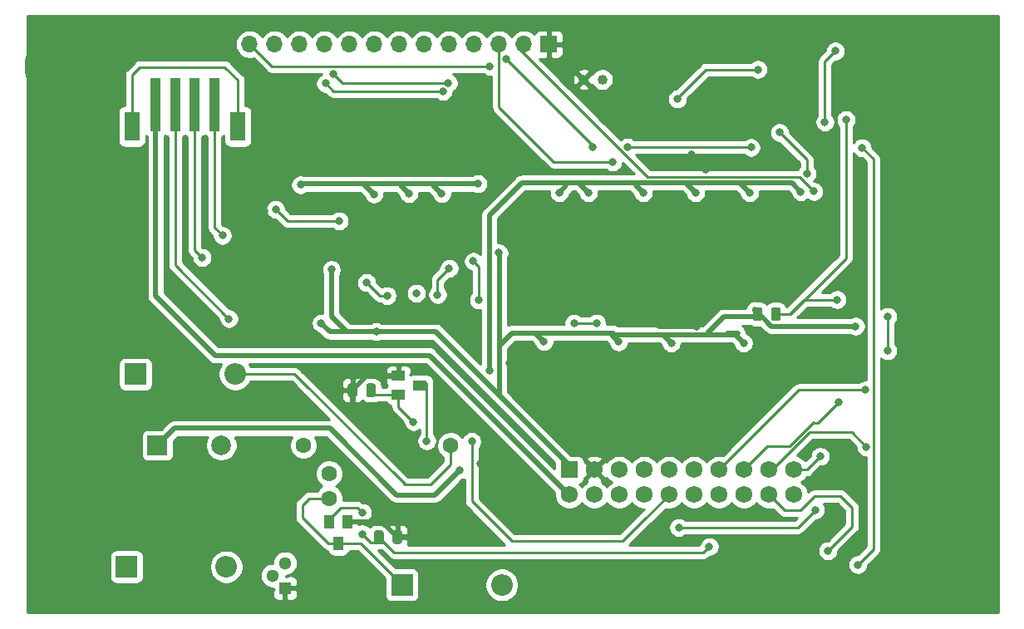
<source format=gbr>
G04 #@! TF.GenerationSoftware,KiCad,Pcbnew,(5.1.6-0-10_14)*
G04 #@! TF.CreationDate,2020-09-03T15:34:08-04:00*
G04 #@! TF.ProjectId,Pufferfish-Interface-2,50756666-6572-4666-9973-682d496e7465,rev?*
G04 #@! TF.SameCoordinates,Original*
G04 #@! TF.FileFunction,Copper,L2,Bot*
G04 #@! TF.FilePolarity,Positive*
%FSLAX46Y46*%
G04 Gerber Fmt 4.6, Leading zero omitted, Abs format (unit mm)*
G04 Created by KiCad (PCBNEW (5.1.6-0-10_14)) date 2020-09-03 15:34:08*
%MOMM*%
%LPD*%
G01*
G04 APERTURE LIST*
G04 #@! TA.AperFunction,ComponentPad*
%ADD10C,6.350000*%
G04 #@! TD*
G04 #@! TA.AperFunction,ComponentPad*
%ADD11O,1.700000X1.700000*%
G04 #@! TD*
G04 #@! TA.AperFunction,ComponentPad*
%ADD12R,1.700000X1.700000*%
G04 #@! TD*
G04 #@! TA.AperFunction,ComponentPad*
%ADD13O,2.200000X2.200000*%
G04 #@! TD*
G04 #@! TA.AperFunction,ComponentPad*
%ADD14R,2.200000X2.200000*%
G04 #@! TD*
G04 #@! TA.AperFunction,ComponentPad*
%ADD15R,2.000000X2.000000*%
G04 #@! TD*
G04 #@! TA.AperFunction,ComponentPad*
%ADD16C,2.000000*%
G04 #@! TD*
G04 #@! TA.AperFunction,ComponentPad*
%ADD17C,1.010000*%
G04 #@! TD*
G04 #@! TA.AperFunction,ComponentPad*
%ADD18R,1.300000X1.300000*%
G04 #@! TD*
G04 #@! TA.AperFunction,ComponentPad*
%ADD19C,1.300000*%
G04 #@! TD*
G04 #@! TA.AperFunction,ComponentPad*
%ADD20C,1.725000*%
G04 #@! TD*
G04 #@! TA.AperFunction,ComponentPad*
%ADD21R,1.725000X1.725000*%
G04 #@! TD*
G04 #@! TA.AperFunction,SMDPad,CuDef*
%ADD22R,1.400000X1.000000*%
G04 #@! TD*
G04 #@! TA.AperFunction,SMDPad,CuDef*
%ADD23R,1.000000X1.400000*%
G04 #@! TD*
G04 #@! TA.AperFunction,SMDPad,CuDef*
%ADD24R,1.000000X5.500000*%
G04 #@! TD*
G04 #@! TA.AperFunction,SMDPad,CuDef*
%ADD25R,1.600000X3.000000*%
G04 #@! TD*
G04 #@! TA.AperFunction,ComponentPad*
%ADD26C,1.600000*%
G04 #@! TD*
G04 #@! TA.AperFunction,ViaPad*
%ADD27C,0.800000*%
G04 #@! TD*
G04 #@! TA.AperFunction,Conductor*
%ADD28C,0.250000*%
G04 #@! TD*
G04 #@! TA.AperFunction,Conductor*
%ADD29C,0.508000*%
G04 #@! TD*
G04 #@! TA.AperFunction,Conductor*
%ADD30C,0.254000*%
G04 #@! TD*
G04 APERTURE END LIST*
D10*
X75500000Y-51250000D03*
X76000000Y750000D03*
X-16500000Y-51500000D03*
X-16750000Y-750000D03*
D11*
X3020000Y1500000D03*
X5560000Y1500000D03*
X8100000Y1500000D03*
X10640000Y1500000D03*
X13180000Y1500000D03*
X15720000Y1500000D03*
X18260000Y1500000D03*
X20800000Y1500000D03*
X23340000Y1500000D03*
X25880000Y1500000D03*
X28420000Y1500000D03*
X30960000Y1500000D03*
D12*
X33500000Y1500000D03*
D13*
X645380Y-51745980D03*
D14*
X-9514620Y-51745980D03*
D15*
X-6370000Y-39370000D03*
D16*
X130000Y-39370000D03*
D17*
X37050000Y-2100000D03*
X38950000Y-2100000D03*
G04 #@! TA.AperFunction,SMDPad,CuDef*
G36*
G01*
X56137500Y-26456250D02*
X56137500Y-25543750D01*
G75*
G02*
X56381250Y-25300000I243750J0D01*
G01*
X56868750Y-25300000D01*
G75*
G02*
X57112500Y-25543750I0J-243750D01*
G01*
X57112500Y-26456250D01*
G75*
G02*
X56868750Y-26700000I-243750J0D01*
G01*
X56381250Y-26700000D01*
G75*
G02*
X56137500Y-26456250I0J243750D01*
G01*
G37*
G04 #@! TD.AperFunction*
G04 #@! TA.AperFunction,SMDPad,CuDef*
G36*
G01*
X54262500Y-26456250D02*
X54262500Y-25543750D01*
G75*
G02*
X54506250Y-25300000I243750J0D01*
G01*
X54993750Y-25300000D01*
G75*
G02*
X55237500Y-25543750I0J-243750D01*
G01*
X55237500Y-26456250D01*
G75*
G02*
X54993750Y-26700000I-243750J0D01*
G01*
X54506250Y-26700000D01*
G75*
G02*
X54262500Y-26456250I0J243750D01*
G01*
G37*
G04 #@! TD.AperFunction*
D18*
X6630000Y-53920000D03*
D19*
X6630000Y-51380000D03*
X5360000Y-52650000D03*
D20*
X58453500Y-44409840D03*
X58453500Y-41869840D03*
X55913500Y-44409840D03*
X55913500Y-41869840D03*
X48293500Y-41869840D03*
X48293500Y-44409840D03*
X50833500Y-41869840D03*
X50833500Y-44409840D03*
X53373500Y-41869840D03*
X53373500Y-44409840D03*
X40673500Y-41869840D03*
X35593500Y-44409840D03*
X38133500Y-41869840D03*
X40673500Y-44409840D03*
D21*
X35593500Y-41869840D03*
D20*
X43213500Y-41869840D03*
X43213500Y-44409840D03*
X45753500Y-41869840D03*
X45753500Y-44409840D03*
X38133500Y-44409840D03*
D22*
X20376060Y-33258760D03*
X18176060Y-32308760D03*
X18176060Y-34208760D03*
D23*
X12070120Y-49355100D03*
X13020120Y-47155100D03*
X11120120Y-47155100D03*
G04 #@! TA.AperFunction,SMDPad,CuDef*
G36*
G01*
X13987600Y-33307970D02*
X13987600Y-34220470D01*
G75*
G02*
X13743850Y-34464220I-243750J0D01*
G01*
X13256350Y-34464220D01*
G75*
G02*
X13012600Y-34220470I0J243750D01*
G01*
X13012600Y-33307970D01*
G75*
G02*
X13256350Y-33064220I243750J0D01*
G01*
X13743850Y-33064220D01*
G75*
G02*
X13987600Y-33307970I0J-243750D01*
G01*
G37*
G04 #@! TD.AperFunction*
G04 #@! TA.AperFunction,SMDPad,CuDef*
G36*
G01*
X15862600Y-33307970D02*
X15862600Y-34220470D01*
G75*
G02*
X15618850Y-34464220I-243750J0D01*
G01*
X15131350Y-34464220D01*
G75*
G02*
X14887600Y-34220470I0J243750D01*
G01*
X14887600Y-33307970D01*
G75*
G02*
X15131350Y-33064220I243750J0D01*
G01*
X15618850Y-33064220D01*
G75*
G02*
X15862600Y-33307970I0J-243750D01*
G01*
G37*
G04 #@! TD.AperFunction*
G04 #@! TA.AperFunction,SMDPad,CuDef*
G36*
G01*
X17574680Y-49191230D02*
X17574680Y-48278730D01*
G75*
G02*
X17818430Y-48034980I243750J0D01*
G01*
X18305930Y-48034980D01*
G75*
G02*
X18549680Y-48278730I0J-243750D01*
G01*
X18549680Y-49191230D01*
G75*
G02*
X18305930Y-49434980I-243750J0D01*
G01*
X17818430Y-49434980D01*
G75*
G02*
X17574680Y-49191230I0J243750D01*
G01*
G37*
G04 #@! TD.AperFunction*
G04 #@! TA.AperFunction,SMDPad,CuDef*
G36*
G01*
X15699680Y-49191230D02*
X15699680Y-48278730D01*
G75*
G02*
X15943430Y-48034980I243750J0D01*
G01*
X16430930Y-48034980D01*
G75*
G02*
X16674680Y-48278730I0J-243750D01*
G01*
X16674680Y-49191230D01*
G75*
G02*
X16430930Y-49434980I-243750J0D01*
G01*
X15943430Y-49434980D01*
G75*
G02*
X15699680Y-49191230I0J243750D01*
G01*
G37*
G04 #@! TD.AperFunction*
D13*
X1550000Y-32130000D03*
D14*
X-8610000Y-32130000D03*
D13*
X28702000Y-53594000D03*
D14*
X18542000Y-53594000D03*
D24*
X-4573780Y-4645660D03*
X-2573780Y-4645660D03*
X-6573780Y-4645660D03*
X-573780Y-4645660D03*
D25*
X-8973780Y-6895660D03*
X1826220Y-6895660D03*
D26*
X11102000Y-44770000D03*
X11102000Y-42270000D03*
X8502000Y-39370000D03*
X23502000Y-39370000D03*
D27*
X45974000Y-28956000D03*
X53340000Y-28956000D03*
X32992060Y-28821380D03*
X15905480Y-27795220D03*
X40604440Y-28823920D03*
X28430220Y-19766280D03*
X26271220Y-12730480D03*
X15684500Y-13771880D03*
X19235420Y-13708380D03*
X22585680Y-13731240D03*
X8210000Y-12830000D03*
X11350000Y-21460000D03*
X10300000Y-26930000D03*
X64750000Y-27250000D03*
X21066000Y-38934900D03*
X15000000Y-37000000D03*
X66500000Y-6500000D03*
X70500000Y-7500000D03*
X42500000Y-25000000D03*
X62500000Y-16500000D03*
X58265410Y-16265410D03*
X29500000Y-31000000D03*
X4500000Y-15500000D03*
X7500000Y-14000000D03*
X51000000Y-24403220D03*
X46750000Y-24250000D03*
X48500000Y-27243480D03*
X28500000Y-39000000D03*
X26500000Y-41250000D03*
X35500000Y-23000000D03*
X26250000Y-47500000D03*
X48000000Y-9750000D03*
X49500000Y-11250000D03*
X52250000Y-14000000D03*
X46736000Y-47752000D03*
X27432000Y-31750000D03*
X37531040Y-13634720D03*
X43119040Y-13634720D03*
X48453040Y-13634720D03*
X19702780Y-36974780D03*
X25654000Y-38973760D03*
X14488160Y-46217840D03*
X14488160Y-48407320D03*
X36068000Y-26924000D03*
X38358653Y-26919347D03*
X25806400Y-20616080D03*
X49847500Y-49690020D03*
X241300Y-17985740D03*
X-1833880Y-20246340D03*
X906780Y-26482040D03*
X26357580Y-24571960D03*
X17020540Y-24132540D03*
X19987260Y-23881080D03*
X22166580Y-24030940D03*
X23347680Y-21341080D03*
X60660280Y-45961300D03*
X53947060Y-13634720D03*
X59159140Y-13538200D03*
X34550000Y-13630000D03*
X24420000Y-41890000D03*
X63000000Y-35000000D03*
X62860000Y-24540000D03*
X54800000Y-1080000D03*
X46600000Y-4090000D03*
X63760000Y-6210000D03*
X61610000Y-6440000D03*
X62682653Y802653D03*
X61920000Y-50130000D03*
X61147960Y-40505380D03*
X65830000Y-39540000D03*
X68000000Y-26250000D03*
X68000000Y-29750000D03*
X29145000Y0D03*
X38000000Y-9000000D03*
X40000000Y-10500000D03*
X60500000Y-13500000D03*
X14935200Y-22801580D03*
X57000000Y-7500000D03*
X59782347Y-11717653D03*
X65410000Y-9060000D03*
X64980000Y-51540000D03*
X5666740Y-15321280D03*
X12152203Y-16514237D03*
X54090000Y-9020000D03*
X27500000Y-775000D03*
X41512653Y-8987347D03*
X10750000Y-2500000D03*
X22712659Y-3308608D03*
X11500000Y-1500000D03*
X23250000Y-2465240D03*
X65750000Y-33750000D03*
D28*
X23502000Y-41335002D02*
X23502000Y-39370000D01*
X21442001Y-43395001D02*
X23502000Y-41335002D01*
X2468880Y-32115760D02*
X7597140Y-32115760D01*
X18876381Y-43395001D02*
X20577439Y-43395001D01*
X7597140Y-32115760D02*
X18876381Y-43395001D01*
X20577439Y-43395001D02*
X21442001Y-43395001D01*
X18757001Y-43395001D02*
X20577439Y-43395001D01*
D29*
X35560000Y-41910000D02*
X35560000Y-41402000D01*
X28448000Y-31496000D02*
X28448000Y-30988000D01*
X28448000Y-34290000D02*
X28448000Y-31496000D01*
X28448000Y-29210000D02*
X29718000Y-27940000D01*
X28448000Y-31496000D02*
X28448000Y-29210000D01*
X29718000Y-27940000D02*
X32004000Y-27940000D01*
X35560000Y-41402000D02*
X29210000Y-35052000D01*
X29210000Y-35052000D02*
X28448000Y-34290000D01*
X32110680Y-27940000D02*
X32992060Y-28821380D01*
X29718000Y-27940000D02*
X31912560Y-27940000D01*
X31912560Y-27940000D02*
X32110680Y-27940000D01*
X31912560Y-27940000D02*
X39878000Y-27940000D01*
X39878000Y-27940000D02*
X40065960Y-27940000D01*
X39878000Y-28097480D02*
X40604440Y-28823920D01*
X39878000Y-27940000D02*
X39878000Y-28097480D01*
X21953220Y-27795220D02*
X23461980Y-29303980D01*
X15905480Y-27795220D02*
X21953220Y-27795220D01*
X23461980Y-29303980D02*
X23114000Y-28956000D01*
X29210000Y-35052000D02*
X23461980Y-29303980D01*
X28448000Y-19784060D02*
X28430220Y-19766280D01*
X28448000Y-29210000D02*
X28448000Y-19784060D01*
X14686280Y-12773660D02*
X15684500Y-13771880D01*
X14686280Y-12730480D02*
X14686280Y-12773660D01*
X14686280Y-12730480D02*
X10817860Y-12730480D01*
X18389600Y-12862560D02*
X18389600Y-12730480D01*
X18389600Y-12730480D02*
X14686280Y-12730480D01*
X19235420Y-13708380D02*
X18389600Y-12862560D01*
X21724620Y-12870180D02*
X21724620Y-12730480D01*
X21724620Y-12730480D02*
X18389600Y-12730480D01*
X22585680Y-13731240D02*
X21724620Y-12870180D01*
X26271220Y-12730480D02*
X21724620Y-12730480D01*
X10817860Y-12730480D02*
X8547100Y-12730480D01*
X12915220Y-27795220D02*
X15905480Y-27795220D01*
X11350000Y-26230000D02*
X12915220Y-27795220D01*
X11350000Y-21460000D02*
X11350000Y-26230000D01*
X11165220Y-27795220D02*
X10300000Y-26930000D01*
X12915220Y-27795220D02*
X11165220Y-27795220D01*
X51690000Y-27940000D02*
X52740000Y-27940000D01*
X51690000Y-27940000D02*
X52324000Y-27940000D01*
X49660000Y-27940000D02*
X51320000Y-26280000D01*
X52481480Y-28097480D02*
X52567000Y-28183000D01*
X52567000Y-28183000D02*
X53340000Y-28956000D01*
X52324000Y-27940000D02*
X52567000Y-28183000D01*
X44847480Y-28097480D02*
X52481480Y-28097480D01*
X45115480Y-28097480D02*
X44847480Y-28097480D01*
X45974000Y-28956000D02*
X45115480Y-28097480D01*
X39878000Y-28097480D02*
X44847480Y-28097480D01*
X54470000Y-26280000D02*
X54750000Y-26000000D01*
X51320000Y-26280000D02*
X54470000Y-26280000D01*
X56188218Y-27250000D02*
X54438218Y-25500000D01*
X64750000Y-27250000D02*
X56188218Y-27250000D01*
X54438218Y-25688218D02*
X54750000Y-26000000D01*
X54438218Y-25500000D02*
X54438218Y-25688218D01*
D28*
X21066000Y-33020000D02*
X21066000Y-38934900D01*
X8382000Y-45466000D02*
X9078000Y-44770000D01*
X8382000Y-46736000D02*
X8382000Y-45466000D01*
X9078000Y-44770000D02*
X11102000Y-44770000D01*
X11001100Y-49355100D02*
X12070120Y-49355100D01*
X8382000Y-46736000D02*
X11001100Y-49355100D01*
X14303100Y-49355100D02*
X18542000Y-53594000D01*
X12070120Y-49355100D02*
X14303100Y-49355100D01*
D29*
X13482320Y-33782000D02*
X13500100Y-33764220D01*
X14955560Y-32308760D02*
X13500100Y-33764220D01*
X18176060Y-32308760D02*
X14955560Y-32308760D01*
X16482300Y-47155100D02*
X13020120Y-47155100D01*
X18062180Y-48734980D02*
X16482300Y-47155100D01*
X13500100Y-35500100D02*
X15000000Y-37000000D01*
X13500100Y-33764220D02*
X13500100Y-35500100D01*
X67500000Y-7500000D02*
X66500000Y-6500000D01*
X70500000Y-7500000D02*
X67500000Y-7500000D01*
X62500000Y-16500000D02*
X61000000Y-15000000D01*
X61000000Y-15000000D02*
X59530820Y-15000000D01*
X59530820Y-15000000D02*
X58265410Y-16265410D01*
X5434315Y-14000000D02*
X7500000Y-14000000D01*
X4500000Y-14934315D02*
X5434315Y-14000000D01*
X4500000Y-15500000D02*
X4500000Y-14934315D01*
X49903220Y-25500000D02*
X51000000Y-24403220D01*
X50403220Y-25000000D02*
X51000000Y-24403220D01*
X46750000Y-24250000D02*
X47500000Y-25000000D01*
X47500000Y-25000000D02*
X50403220Y-25000000D01*
X42500000Y-25000000D02*
X47500000Y-25000000D01*
X42500000Y-25000000D02*
X44750000Y-27250000D01*
X44756520Y-27243480D02*
X48500000Y-27243480D01*
X44750000Y-27250000D02*
X44756520Y-27243480D01*
X28500000Y-39250000D02*
X26500000Y-41250000D01*
X28500000Y-39000000D02*
X28500000Y-39250000D01*
X37500000Y-25000000D02*
X42500000Y-25000000D01*
X35500000Y-23000000D02*
X37500000Y-25000000D01*
X25015020Y-48734980D02*
X26250000Y-47500000D01*
X18062180Y-48734980D02*
X25015020Y-48734980D01*
X48000000Y-9750000D02*
X49500000Y-11250000D01*
X36515040Y-12618720D02*
X37531040Y-13634720D01*
X35753040Y-12618720D02*
X36515040Y-12618720D01*
X42357040Y-12872720D02*
X43119040Y-13634720D01*
X42357040Y-12618720D02*
X42357040Y-12872720D01*
X35753040Y-12618720D02*
X42357040Y-12618720D01*
X47437040Y-12618720D02*
X48453040Y-13634720D01*
X46929040Y-12618720D02*
X47437040Y-12618720D01*
X42357040Y-12618720D02*
X46929040Y-12618720D01*
X46929040Y-12618720D02*
X48961040Y-12618720D01*
D28*
X18088060Y-34020760D02*
X18276060Y-34208760D01*
X18276060Y-34208760D02*
X18276060Y-33823758D01*
X25654000Y-43273980D02*
X25654000Y-43472340D01*
X17731520Y-33764220D02*
X18176060Y-34208760D01*
X15819640Y-34208760D02*
X15375100Y-33764220D01*
X18176060Y-34208760D02*
X15819640Y-34208760D01*
X18176060Y-35448060D02*
X19702780Y-36974780D01*
X18176060Y-34208760D02*
X18176060Y-35448060D01*
X25654000Y-38973760D02*
X25654000Y-43273980D01*
X11120120Y-47155100D02*
X11120120Y-46956980D01*
X16187180Y-48537158D02*
X16187180Y-48734980D01*
X11120120Y-47155100D02*
X11120120Y-46913800D01*
X11120120Y-46913800D02*
X12275820Y-45758100D01*
X12275820Y-45758100D02*
X13662660Y-45758100D01*
X14028420Y-45758100D02*
X14488160Y-46217840D01*
X13662660Y-45758100D02*
X14028420Y-45758100D01*
X14488160Y-48407320D02*
X15336520Y-49255680D01*
X16707880Y-49255680D02*
X17384910Y-49932710D01*
X15336520Y-49255680D02*
X16707880Y-49255680D01*
X16187180Y-48734980D02*
X17384910Y-49932710D01*
X1826220Y-2171660D02*
X1826220Y-6895660D01*
X-8145780Y-835660D02*
X490220Y-835660D01*
X-8973780Y-1663660D02*
X-8145780Y-835660D01*
X490220Y-835660D02*
X1826220Y-2171660D01*
X-8973780Y-6895660D02*
X-8973780Y-1663660D01*
X-573780Y-4645660D02*
X-573780Y-6979660D01*
X38354000Y-26924000D02*
X38358653Y-26919347D01*
X36068000Y-26924000D02*
X38354000Y-26924000D01*
X25806400Y-20616080D02*
X26332180Y-21141860D01*
X26332180Y-21141860D02*
X26332180Y-24524012D01*
X43155870Y-47014130D02*
X45720000Y-44450000D01*
X42618660Y-47551340D02*
X43155870Y-47014130D01*
D29*
X-6573780Y-12408762D02*
X-6556301Y-12426241D01*
X-6573780Y-4645660D02*
X-6573780Y-12408762D01*
X-6556301Y-11999521D02*
X-6556301Y-12426241D01*
X35557798Y-44450000D02*
X35560000Y-44450000D01*
X21333798Y-30226000D02*
X35557798Y-44450000D01*
X-508000Y-30226000D02*
X21333798Y-30226000D01*
X-6556301Y-24177699D02*
X-508000Y-30226000D01*
X-6556301Y-12426241D02*
X-6556301Y-24177699D01*
D28*
X-573780Y-4645660D02*
X-573780Y-10589000D01*
X-573780Y-17170660D02*
X241300Y-17985740D01*
X-573780Y-10589000D02*
X-573780Y-17170660D01*
X-2573780Y-11062460D02*
X-2573780Y-19506440D01*
X-2573780Y-4645660D02*
X-2573780Y-11062460D01*
X-2573780Y-19506440D02*
X-1833880Y-20246340D01*
X-2573780Y-11062460D02*
X-2573780Y-11319000D01*
X-4573780Y-4645660D02*
X-4573780Y-7426200D01*
X-4573780Y-7426200D02*
X-4573780Y-8185660D01*
X-4573780Y-11588240D02*
X-4573780Y-21001480D01*
X-4573780Y-21001480D02*
X906780Y-26482040D01*
X-4573780Y-7426200D02*
X-4573780Y-11588240D01*
X-4573780Y-11588240D02*
X-4573780Y-11795000D01*
X26332180Y-24546560D02*
X26357580Y-24571960D01*
X26332180Y-24524012D02*
X26332180Y-24546560D01*
X16799560Y-24132540D02*
X17020540Y-24132540D01*
X19885660Y-23881080D02*
X19987260Y-23881080D01*
X22166580Y-23964900D02*
X22166580Y-24030940D01*
X22166580Y-22522180D02*
X23347680Y-21341080D01*
X22166580Y-24030940D02*
X22166580Y-22522180D01*
X58869580Y-47752000D02*
X55008780Y-47752000D01*
X55008780Y-47752000D02*
X46736000Y-47752000D01*
X60660280Y-45961300D02*
X58869580Y-47752000D01*
X55626000Y-47752000D02*
X55008780Y-47752000D01*
D29*
X51356260Y-12618720D02*
X52931060Y-12618720D01*
X52931060Y-12618720D02*
X53947060Y-13634720D01*
X48961040Y-12618720D02*
X51356260Y-12618720D01*
X51356260Y-12618720D02*
X53787040Y-12618720D01*
X58239660Y-12618720D02*
X59159140Y-13538200D01*
X53787040Y-12618720D02*
X58239660Y-12618720D01*
X35278720Y-12901280D02*
X35278720Y-12618720D01*
X34550000Y-13630000D02*
X35278720Y-12901280D01*
X35278720Y-12618720D02*
X35753040Y-12618720D01*
X30721280Y-12618720D02*
X34448720Y-12618720D01*
X27432000Y-15908000D02*
X30721280Y-12618720D01*
X27432000Y-31750000D02*
X27432000Y-15908000D01*
X34448720Y-12618720D02*
X35278720Y-12618720D01*
X34069020Y-12618720D02*
X34448720Y-12618720D01*
X11170000Y-37640000D02*
X-4640000Y-37640000D01*
X17960000Y-44430000D02*
X11170000Y-37640000D01*
X21880000Y-44430000D02*
X17960000Y-44430000D01*
X-4640000Y-37640000D02*
X-6370000Y-39370000D01*
X24420000Y-41890000D02*
X21880000Y-44430000D01*
D28*
X25654000Y-45090320D02*
X25654000Y-43273980D01*
X29715220Y-49151540D02*
X25654000Y-45090320D01*
X41018460Y-49151540D02*
X29715220Y-49151540D01*
X43155870Y-47014130D02*
X41018460Y-49151540D01*
X49245520Y-50292000D02*
X49847500Y-49690020D01*
X17744200Y-50292000D02*
X49245520Y-50292000D01*
X17384910Y-49932710D02*
X17744200Y-50292000D01*
X55743340Y-39500000D02*
X53373500Y-41869840D01*
X58000000Y-39500000D02*
X55743340Y-39500000D01*
X60875000Y-37125000D02*
X60375000Y-37125000D01*
X60375000Y-37125000D02*
X58000000Y-39500000D01*
X63000000Y-35000000D02*
X60875000Y-37125000D01*
X60500000Y-37000000D02*
X60375000Y-37125000D01*
X54800000Y-1080000D02*
X49490000Y-1080000D01*
X46600000Y-3970000D02*
X46600000Y-4090000D01*
X49490000Y-1080000D02*
X46600000Y-3970000D01*
X63760000Y-6210000D02*
X63760000Y-20310000D01*
X58070000Y-26000000D02*
X59035000Y-25035000D01*
X56625000Y-26000000D02*
X58070000Y-26000000D01*
X63760000Y-20310000D02*
X59035000Y-25035000D01*
X58027500Y-25972500D02*
X58027500Y-26042500D01*
X58027500Y-26042500D02*
X59035000Y-25035000D01*
X59460000Y-24540000D02*
X58027500Y-25972500D01*
X62860000Y-24540000D02*
X59460000Y-24540000D01*
X61610000Y-270000D02*
X62682653Y802653D01*
X61610000Y-6440000D02*
X61610000Y-270000D01*
X57101001Y-45597341D02*
X57117341Y-45597341D01*
X55913500Y-44409840D02*
X57101001Y-45597341D01*
X57117341Y-45597341D02*
X57510000Y-45990000D01*
X57510000Y-45990000D02*
X59130000Y-45990000D01*
X59130000Y-45990000D02*
X60580000Y-44540000D01*
X60580000Y-44540000D02*
X63210000Y-44540000D01*
X63210000Y-44540000D02*
X64410000Y-45740000D01*
X64410000Y-47640000D02*
X61920000Y-50130000D01*
X64410000Y-45740000D02*
X64410000Y-47640000D01*
X59783500Y-41869840D02*
X58870010Y-41869840D01*
X61147960Y-40505380D02*
X59783500Y-41869840D01*
X65830000Y-39540000D02*
X64350000Y-38060000D01*
X56266570Y-41869840D02*
X55913500Y-41869840D01*
X60076410Y-38060000D02*
X56266570Y-41869840D01*
X64350000Y-38060000D02*
X60076410Y-38060000D01*
X68000000Y-26250000D02*
X68000000Y-29750000D01*
X57710000Y-34993340D02*
X50833500Y-41869840D01*
X38000000Y-8855000D02*
X38000000Y-9000000D01*
X29145000Y0D02*
X38000000Y-8855000D01*
X40000000Y-10500000D02*
X36725478Y-10500000D01*
X34000000Y-10500000D02*
X40000000Y-10500000D01*
X28420000Y-4920000D02*
X34000000Y-10500000D01*
X28420000Y1500000D02*
X28420000Y-4920000D01*
X58960290Y-12039710D02*
X59000000Y-12000000D01*
X43539710Y-12039710D02*
X58960290Y-12039710D01*
X30500000Y1000000D02*
X43539710Y-12039710D01*
X59000000Y-12000000D02*
X60500000Y-13500000D01*
X16291560Y-24132540D02*
X16042640Y-23883620D01*
X17020540Y-24132540D02*
X16291560Y-24132540D01*
X16042640Y-23883620D02*
X16182340Y-24023320D01*
X16266160Y-24132540D02*
X16291560Y-24132540D01*
X14935200Y-22801580D02*
X16266160Y-24132540D01*
X59782347Y-10282347D02*
X59782347Y-11717653D01*
X57000000Y-7500000D02*
X59782347Y-10282347D01*
X66555001Y-10205001D02*
X66555001Y-49964999D01*
X66555001Y-49964999D02*
X64980000Y-51540000D01*
X65410000Y-9060000D02*
X66555001Y-10205001D01*
X6859697Y-16514237D02*
X12152203Y-16514237D01*
X5666740Y-15321280D02*
X6859697Y-16514237D01*
X5295000Y-775000D02*
X27500000Y-775000D01*
X3020000Y1500000D02*
X5295000Y-775000D01*
X46447347Y-8987347D02*
X46480000Y-9020000D01*
X41512653Y-8987347D02*
X46447347Y-8987347D01*
X46480000Y-9020000D02*
X46340000Y-9020000D01*
X54090000Y-9020000D02*
X46480000Y-9020000D01*
X11558608Y-3308608D02*
X22712659Y-3308608D01*
X10750000Y-2500000D02*
X11558608Y-3308608D01*
X12465240Y-2465240D02*
X23250000Y-2465240D01*
X11500000Y-1500000D02*
X12465240Y-2465240D01*
X58953340Y-33750000D02*
X65750000Y-33750000D01*
X57710000Y-34993340D02*
X58953340Y-33750000D01*
D30*
G36*
X79300000Y-56440000D02*
G01*
X-19610000Y-56440000D01*
X-19610000Y-50645980D01*
X-11252692Y-50645980D01*
X-11252692Y-52845980D01*
X-11240432Y-52970462D01*
X-11204122Y-53090160D01*
X-11145157Y-53200474D01*
X-11065805Y-53297165D01*
X-10969114Y-53376517D01*
X-10858800Y-53435482D01*
X-10739102Y-53471792D01*
X-10614620Y-53484052D01*
X-8414620Y-53484052D01*
X-8290138Y-53471792D01*
X-8170440Y-53435482D01*
X-8060126Y-53376517D01*
X-7963435Y-53297165D01*
X-7884083Y-53200474D01*
X-7825118Y-53090160D01*
X-7788808Y-52970462D01*
X-7776548Y-52845980D01*
X-7776548Y-51575097D01*
X-1089620Y-51575097D01*
X-1089620Y-51916863D01*
X-1022945Y-52252061D01*
X-892157Y-52567811D01*
X-702283Y-52851978D01*
X-460618Y-53093643D01*
X-176451Y-53283517D01*
X139299Y-53414305D01*
X474497Y-53480980D01*
X816263Y-53480980D01*
X1151461Y-53414305D01*
X1467211Y-53283517D01*
X1751378Y-53093643D01*
X1993043Y-52851978D01*
X2182917Y-52567811D01*
X2201296Y-52523439D01*
X4075000Y-52523439D01*
X4075000Y-52776561D01*
X4124381Y-53024821D01*
X4221247Y-53258676D01*
X4361875Y-53469140D01*
X4540860Y-53648125D01*
X4751324Y-53788753D01*
X4985179Y-53885619D01*
X5233439Y-53935000D01*
X5345000Y-53935000D01*
X5345000Y-54047002D01*
X5503748Y-54047002D01*
X5345000Y-54205750D01*
X5341928Y-54570000D01*
X5354188Y-54694482D01*
X5390498Y-54814180D01*
X5449463Y-54924494D01*
X5528815Y-55021185D01*
X5625506Y-55100537D01*
X5735820Y-55159502D01*
X5855518Y-55195812D01*
X5980000Y-55208072D01*
X6344250Y-55205000D01*
X6503000Y-55046250D01*
X6503000Y-54047000D01*
X6757000Y-54047000D01*
X6757000Y-55046250D01*
X6915750Y-55205000D01*
X7280000Y-55208072D01*
X7404482Y-55195812D01*
X7524180Y-55159502D01*
X7634494Y-55100537D01*
X7731185Y-55021185D01*
X7810537Y-54924494D01*
X7869502Y-54814180D01*
X7905812Y-54694482D01*
X7918072Y-54570000D01*
X7915000Y-54205750D01*
X7756250Y-54047000D01*
X6757000Y-54047000D01*
X6503000Y-54047000D01*
X6483000Y-54047000D01*
X6483000Y-53793000D01*
X6503000Y-53793000D01*
X6503000Y-53773000D01*
X6757000Y-53773000D01*
X6757000Y-53793000D01*
X7756250Y-53793000D01*
X7915000Y-53634250D01*
X7918072Y-53270000D01*
X7905812Y-53145518D01*
X7869502Y-53025820D01*
X7810537Y-52915506D01*
X7731185Y-52818815D01*
X7634494Y-52739463D01*
X7524180Y-52680498D01*
X7404482Y-52644188D01*
X7280000Y-52631928D01*
X6915750Y-52635000D01*
X6757002Y-52793748D01*
X6757002Y-52664912D01*
X7004821Y-52615619D01*
X7238676Y-52518753D01*
X7449140Y-52378125D01*
X7628125Y-52199140D01*
X7768753Y-51988676D01*
X7865619Y-51754821D01*
X7915000Y-51506561D01*
X7915000Y-51253439D01*
X7865619Y-51005179D01*
X7768753Y-50771324D01*
X7628125Y-50560860D01*
X7449140Y-50381875D01*
X7238676Y-50241247D01*
X7004821Y-50144381D01*
X6756561Y-50095000D01*
X6503439Y-50095000D01*
X6255179Y-50144381D01*
X6021324Y-50241247D01*
X5810860Y-50381875D01*
X5631875Y-50560860D01*
X5491247Y-50771324D01*
X5394381Y-51005179D01*
X5345000Y-51253439D01*
X5345000Y-51365000D01*
X5233439Y-51365000D01*
X4985179Y-51414381D01*
X4751324Y-51511247D01*
X4540860Y-51651875D01*
X4361875Y-51830860D01*
X4221247Y-52041324D01*
X4124381Y-52275179D01*
X4075000Y-52523439D01*
X2201296Y-52523439D01*
X2313705Y-52252061D01*
X2380380Y-51916863D01*
X2380380Y-51575097D01*
X2313705Y-51239899D01*
X2182917Y-50924149D01*
X1993043Y-50639982D01*
X1751378Y-50398317D01*
X1467211Y-50208443D01*
X1151461Y-50077655D01*
X816263Y-50010980D01*
X474497Y-50010980D01*
X139299Y-50077655D01*
X-176451Y-50208443D01*
X-460618Y-50398317D01*
X-702283Y-50639982D01*
X-892157Y-50924149D01*
X-1022945Y-51239899D01*
X-1089620Y-51575097D01*
X-7776548Y-51575097D01*
X-7776548Y-50645980D01*
X-7788808Y-50521498D01*
X-7825118Y-50401800D01*
X-7884083Y-50291486D01*
X-7963435Y-50194795D01*
X-8060126Y-50115443D01*
X-8170440Y-50056478D01*
X-8290138Y-50020168D01*
X-8414620Y-50007908D01*
X-10614620Y-50007908D01*
X-10739102Y-50020168D01*
X-10858800Y-50056478D01*
X-10969114Y-50115443D01*
X-11065805Y-50194795D01*
X-11145157Y-50291486D01*
X-11204122Y-50401800D01*
X-11240432Y-50521498D01*
X-11252692Y-50645980D01*
X-19610000Y-50645980D01*
X-19610000Y-31030000D01*
X-10348072Y-31030000D01*
X-10348072Y-33230000D01*
X-10335812Y-33354482D01*
X-10299502Y-33474180D01*
X-10240537Y-33584494D01*
X-10161185Y-33681185D01*
X-10064494Y-33760537D01*
X-9954180Y-33819502D01*
X-9834482Y-33855812D01*
X-9710000Y-33868072D01*
X-7510000Y-33868072D01*
X-7385518Y-33855812D01*
X-7265820Y-33819502D01*
X-7155506Y-33760537D01*
X-7058815Y-33681185D01*
X-6979463Y-33584494D01*
X-6920498Y-33474180D01*
X-6884188Y-33354482D01*
X-6871928Y-33230000D01*
X-6871928Y-31030000D01*
X-6884188Y-30905518D01*
X-6920498Y-30785820D01*
X-6979463Y-30675506D01*
X-7058815Y-30578815D01*
X-7155506Y-30499463D01*
X-7265820Y-30440498D01*
X-7385518Y-30404188D01*
X-7510000Y-30391928D01*
X-9710000Y-30391928D01*
X-9834482Y-30404188D01*
X-9954180Y-30440498D01*
X-10064494Y-30499463D01*
X-10161185Y-30578815D01*
X-10240537Y-30675506D01*
X-10299502Y-30785820D01*
X-10335812Y-30905518D01*
X-10348072Y-31030000D01*
X-19610000Y-31030000D01*
X-19610000Y-5395660D01*
X-10411852Y-5395660D01*
X-10411852Y-8395660D01*
X-10399592Y-8520142D01*
X-10363282Y-8639840D01*
X-10304317Y-8750154D01*
X-10224965Y-8846845D01*
X-10128274Y-8926197D01*
X-10017960Y-8985162D01*
X-9898262Y-9021472D01*
X-9773780Y-9033732D01*
X-8173780Y-9033732D01*
X-8049298Y-9021472D01*
X-7929600Y-8985162D01*
X-7819286Y-8926197D01*
X-7722595Y-8846845D01*
X-7643243Y-8750154D01*
X-7584278Y-8639840D01*
X-7547968Y-8520142D01*
X-7535708Y-8395660D01*
X-7535708Y-7833755D01*
X-7524965Y-7846845D01*
X-7462780Y-7897879D01*
X-7462779Y-12365092D01*
X-7467080Y-12408762D01*
X-7449916Y-12583036D01*
X-7445301Y-12598250D01*
X-7445300Y-24134029D01*
X-7449601Y-24177699D01*
X-7432437Y-24351973D01*
X-7381603Y-24519551D01*
X-7332869Y-24610725D01*
X-7299053Y-24673990D01*
X-7187959Y-24809358D01*
X-7154042Y-24837193D01*
X-1167499Y-30823736D01*
X-1139659Y-30857659D01*
X-1004291Y-30968753D01*
X-849851Y-31051303D01*
X-783942Y-31071296D01*
X-682276Y-31102136D01*
X-649076Y-31105406D01*
X-551667Y-31115000D01*
X-551661Y-31115000D01*
X-508001Y-31119300D01*
X-464341Y-31115000D01*
X141534Y-31115000D01*
X12463Y-31308169D01*
X-118325Y-31623919D01*
X-185000Y-31959117D01*
X-185000Y-32300883D01*
X-118325Y-32636081D01*
X12463Y-32951831D01*
X202337Y-33235998D01*
X444002Y-33477663D01*
X728169Y-33667537D01*
X1043919Y-33798325D01*
X1379117Y-33865000D01*
X1720883Y-33865000D01*
X2056081Y-33798325D01*
X2371831Y-33667537D01*
X2655998Y-33477663D01*
X2897663Y-33235998D01*
X3087537Y-32951831D01*
X3119047Y-32875760D01*
X7282339Y-32875760D01*
X11154778Y-36748199D01*
X11126340Y-36751000D01*
X-4596341Y-36751000D01*
X-4640001Y-36746700D01*
X-4683661Y-36751000D01*
X-4683667Y-36751000D01*
X-4781076Y-36760594D01*
X-4814276Y-36763864D01*
X-4915942Y-36794704D01*
X-4981851Y-36814697D01*
X-5136291Y-36897247D01*
X-5271659Y-37008341D01*
X-5299494Y-37042258D01*
X-5989164Y-37731928D01*
X-7370000Y-37731928D01*
X-7494482Y-37744188D01*
X-7614180Y-37780498D01*
X-7724494Y-37839463D01*
X-7821185Y-37918815D01*
X-7900537Y-38015506D01*
X-7959502Y-38125820D01*
X-7995812Y-38245518D01*
X-8008072Y-38370000D01*
X-8008072Y-40370000D01*
X-7995812Y-40494482D01*
X-7959502Y-40614180D01*
X-7900537Y-40724494D01*
X-7821185Y-40821185D01*
X-7724494Y-40900537D01*
X-7614180Y-40959502D01*
X-7494482Y-40995812D01*
X-7370000Y-41008072D01*
X-5370000Y-41008072D01*
X-5245518Y-40995812D01*
X-5125820Y-40959502D01*
X-5015506Y-40900537D01*
X-4918815Y-40821185D01*
X-4839463Y-40724494D01*
X-4780498Y-40614180D01*
X-4744188Y-40494482D01*
X-4731928Y-40370000D01*
X-4731928Y-38989164D01*
X-4271764Y-38529000D01*
X-1274459Y-38529000D01*
X-1318918Y-38595537D01*
X-1442168Y-38893088D01*
X-1505000Y-39208967D01*
X-1505000Y-39531033D01*
X-1442168Y-39846912D01*
X-1318918Y-40144463D01*
X-1139987Y-40412252D01*
X-912252Y-40639987D01*
X-644463Y-40818918D01*
X-346912Y-40942168D01*
X-31033Y-41005000D01*
X291033Y-41005000D01*
X606912Y-40942168D01*
X904463Y-40818918D01*
X1172252Y-40639987D01*
X1399987Y-40412252D01*
X1578918Y-40144463D01*
X1702168Y-39846912D01*
X1765000Y-39531033D01*
X1765000Y-39208967D01*
X1702168Y-38893088D01*
X1578918Y-38595537D01*
X1534459Y-38529000D01*
X7338079Y-38529000D01*
X7230320Y-38690273D01*
X7122147Y-38951426D01*
X7067000Y-39228665D01*
X7067000Y-39511335D01*
X7122147Y-39788574D01*
X7230320Y-40049727D01*
X7387363Y-40284759D01*
X7587241Y-40484637D01*
X7822273Y-40641680D01*
X8083426Y-40749853D01*
X8360665Y-40805000D01*
X8643335Y-40805000D01*
X8920574Y-40749853D01*
X9181727Y-40641680D01*
X9416759Y-40484637D01*
X9616637Y-40284759D01*
X9773680Y-40049727D01*
X9881853Y-39788574D01*
X9937000Y-39511335D01*
X9937000Y-39228665D01*
X9881853Y-38951426D01*
X9773680Y-38690273D01*
X9665921Y-38529000D01*
X10801765Y-38529000D01*
X17300506Y-45027742D01*
X17328341Y-45061659D01*
X17463709Y-45172753D01*
X17618149Y-45255303D01*
X17684058Y-45275296D01*
X17785724Y-45306136D01*
X17818924Y-45309406D01*
X17916333Y-45319000D01*
X17916339Y-45319000D01*
X17959999Y-45323300D01*
X18003659Y-45319000D01*
X21836340Y-45319000D01*
X21880000Y-45323300D01*
X21923660Y-45319000D01*
X21923667Y-45319000D01*
X22054274Y-45306136D01*
X22221851Y-45255303D01*
X22376291Y-45172753D01*
X22511659Y-45061659D01*
X22539499Y-45027736D01*
X24672106Y-42895130D01*
X24721898Y-42885226D01*
X24894001Y-42813938D01*
X24894001Y-43236638D01*
X24894000Y-43236648D01*
X24894000Y-43509673D01*
X24894001Y-43509682D01*
X24894000Y-45052997D01*
X24890324Y-45090320D01*
X24894000Y-45127642D01*
X24894000Y-45127652D01*
X24904997Y-45239305D01*
X24933669Y-45333824D01*
X24948454Y-45382566D01*
X25019026Y-45514596D01*
X25054701Y-45558066D01*
X25113999Y-45630321D01*
X25143003Y-45654124D01*
X29020877Y-49532000D01*
X19178197Y-49532000D01*
X19187752Y-49434980D01*
X19184680Y-49020730D01*
X19025930Y-48861980D01*
X18189180Y-48861980D01*
X18189180Y-48881980D01*
X17935180Y-48881980D01*
X17935180Y-48861980D01*
X17915180Y-48861980D01*
X17915180Y-48607980D01*
X17935180Y-48607980D01*
X17935180Y-47558730D01*
X18189180Y-47558730D01*
X18189180Y-48607980D01*
X19025930Y-48607980D01*
X19184680Y-48449230D01*
X19187752Y-48034980D01*
X19175492Y-47910498D01*
X19139182Y-47790800D01*
X19080217Y-47680486D01*
X19000865Y-47583795D01*
X18904174Y-47504443D01*
X18793860Y-47445478D01*
X18674162Y-47409168D01*
X18549680Y-47396908D01*
X18347930Y-47399980D01*
X18189180Y-47558730D01*
X17935180Y-47558730D01*
X17776430Y-47399980D01*
X17574680Y-47396908D01*
X17450198Y-47409168D01*
X17330500Y-47445478D01*
X17220186Y-47504443D01*
X17123495Y-47583795D01*
X17059688Y-47661544D01*
X17054472Y-47655188D01*
X16920844Y-47545522D01*
X16768389Y-47464033D01*
X16602965Y-47413852D01*
X16430930Y-47396908D01*
X15943430Y-47396908D01*
X15771395Y-47413852D01*
X15605971Y-47464033D01*
X15453516Y-47545522D01*
X15319888Y-47655188D01*
X15265730Y-47721179D01*
X15147934Y-47603383D01*
X14978416Y-47490115D01*
X14790058Y-47412094D01*
X14590099Y-47372320D01*
X14386221Y-47372320D01*
X14186262Y-47412094D01*
X14143908Y-47429638D01*
X13996372Y-47282102D01*
X14155120Y-47282102D01*
X14155120Y-47200166D01*
X14186262Y-47213066D01*
X14386221Y-47252840D01*
X14590099Y-47252840D01*
X14790058Y-47213066D01*
X14978416Y-47135045D01*
X15147934Y-47021777D01*
X15292097Y-46877614D01*
X15405365Y-46708096D01*
X15483386Y-46519738D01*
X15523160Y-46319779D01*
X15523160Y-46115901D01*
X15483386Y-45915942D01*
X15405365Y-45727584D01*
X15292097Y-45558066D01*
X15147934Y-45413903D01*
X14978416Y-45300635D01*
X14790058Y-45222614D01*
X14590099Y-45182840D01*
X14525458Y-45182840D01*
X14452696Y-45123126D01*
X14320667Y-45052554D01*
X14177406Y-45009097D01*
X14065753Y-44998100D01*
X14065742Y-44998100D01*
X14028420Y-44994424D01*
X13991098Y-44998100D01*
X12519741Y-44998100D01*
X12537000Y-44911335D01*
X12537000Y-44628665D01*
X12481853Y-44351426D01*
X12373680Y-44090273D01*
X12216637Y-43855241D01*
X12016759Y-43655363D01*
X11814173Y-43520000D01*
X12016759Y-43384637D01*
X12216637Y-43184759D01*
X12373680Y-42949727D01*
X12481853Y-42688574D01*
X12537000Y-42411335D01*
X12537000Y-42128665D01*
X12481853Y-41851426D01*
X12373680Y-41590273D01*
X12216637Y-41355241D01*
X12016759Y-41155363D01*
X11781727Y-40998320D01*
X11520574Y-40890147D01*
X11243335Y-40835000D01*
X10960665Y-40835000D01*
X10683426Y-40890147D01*
X10422273Y-40998320D01*
X10187241Y-41155363D01*
X9987363Y-41355241D01*
X9830320Y-41590273D01*
X9722147Y-41851426D01*
X9667000Y-42128665D01*
X9667000Y-42411335D01*
X9722147Y-42688574D01*
X9830320Y-42949727D01*
X9987363Y-43184759D01*
X10187241Y-43384637D01*
X10389827Y-43520000D01*
X10187241Y-43655363D01*
X9987363Y-43855241D01*
X9883957Y-44010000D01*
X9115325Y-44010000D01*
X9078000Y-44006324D01*
X9040675Y-44010000D01*
X9040667Y-44010000D01*
X8929014Y-44020997D01*
X8785753Y-44064454D01*
X8653724Y-44135026D01*
X8537999Y-44229999D01*
X8514201Y-44258998D01*
X7870998Y-44902201D01*
X7842000Y-44925999D01*
X7818202Y-44954997D01*
X7818201Y-44954998D01*
X7747026Y-45041724D01*
X7676454Y-45173754D01*
X7651581Y-45255754D01*
X7633390Y-45315724D01*
X7632998Y-45317015D01*
X7618324Y-45466000D01*
X7622001Y-45503332D01*
X7622000Y-46698677D01*
X7618324Y-46736000D01*
X7622000Y-46773322D01*
X7622000Y-46773332D01*
X7632997Y-46884985D01*
X7672172Y-47014130D01*
X7676454Y-47028246D01*
X7747026Y-47160276D01*
X7749358Y-47163117D01*
X7841999Y-47276001D01*
X7871003Y-47299804D01*
X10437300Y-49866102D01*
X10461099Y-49895101D01*
X10576824Y-49990074D01*
X10708853Y-50060646D01*
X10852114Y-50104103D01*
X10937704Y-50112533D01*
X10944308Y-50179582D01*
X10980618Y-50299280D01*
X11039583Y-50409594D01*
X11118935Y-50506285D01*
X11215626Y-50585637D01*
X11325940Y-50644602D01*
X11445638Y-50680912D01*
X11570120Y-50693172D01*
X12570120Y-50693172D01*
X12694602Y-50680912D01*
X12814300Y-50644602D01*
X12924614Y-50585637D01*
X13021305Y-50506285D01*
X13100657Y-50409594D01*
X13159622Y-50299280D01*
X13195932Y-50179582D01*
X13202283Y-50115100D01*
X13988299Y-50115100D01*
X16803928Y-52930730D01*
X16803928Y-54694000D01*
X16816188Y-54818482D01*
X16852498Y-54938180D01*
X16911463Y-55048494D01*
X16990815Y-55145185D01*
X17087506Y-55224537D01*
X17197820Y-55283502D01*
X17317518Y-55319812D01*
X17442000Y-55332072D01*
X19642000Y-55332072D01*
X19766482Y-55319812D01*
X19886180Y-55283502D01*
X19996494Y-55224537D01*
X20093185Y-55145185D01*
X20172537Y-55048494D01*
X20231502Y-54938180D01*
X20267812Y-54818482D01*
X20280072Y-54694000D01*
X20280072Y-53423117D01*
X26967000Y-53423117D01*
X26967000Y-53764883D01*
X27033675Y-54100081D01*
X27164463Y-54415831D01*
X27354337Y-54699998D01*
X27596002Y-54941663D01*
X27880169Y-55131537D01*
X28195919Y-55262325D01*
X28531117Y-55329000D01*
X28872883Y-55329000D01*
X29208081Y-55262325D01*
X29523831Y-55131537D01*
X29807998Y-54941663D01*
X30049663Y-54699998D01*
X30239537Y-54415831D01*
X30370325Y-54100081D01*
X30437000Y-53764883D01*
X30437000Y-53423117D01*
X30370325Y-53087919D01*
X30239537Y-52772169D01*
X30049663Y-52488002D01*
X29807998Y-52246337D01*
X29523831Y-52056463D01*
X29208081Y-51925675D01*
X28872883Y-51859000D01*
X28531117Y-51859000D01*
X28195919Y-51925675D01*
X27880169Y-52056463D01*
X27596002Y-52246337D01*
X27354337Y-52488002D01*
X27164463Y-52772169D01*
X27033675Y-53087919D01*
X26967000Y-53423117D01*
X20280072Y-53423117D01*
X20280072Y-52494000D01*
X20267812Y-52369518D01*
X20231502Y-52249820D01*
X20172537Y-52139506D01*
X20093185Y-52042815D01*
X19996494Y-51963463D01*
X19886180Y-51904498D01*
X19766482Y-51868188D01*
X19642000Y-51855928D01*
X17878730Y-51855928D01*
X16095853Y-50073052D01*
X16430930Y-50073052D01*
X16448700Y-50071302D01*
X16873907Y-50496509D01*
X16873913Y-50496514D01*
X17180396Y-50802997D01*
X17204199Y-50832001D01*
X17319924Y-50926974D01*
X17451953Y-50997546D01*
X17595214Y-51041003D01*
X17706867Y-51052000D01*
X17706875Y-51052000D01*
X17744200Y-51055676D01*
X17781525Y-51052000D01*
X49208198Y-51052000D01*
X49245520Y-51055676D01*
X49282842Y-51052000D01*
X49282853Y-51052000D01*
X49394506Y-51041003D01*
X49537767Y-50997546D01*
X49669796Y-50926974D01*
X49785521Y-50832001D01*
X49809323Y-50802998D01*
X49887301Y-50725020D01*
X49949439Y-50725020D01*
X50149398Y-50685246D01*
X50337756Y-50607225D01*
X50507274Y-50493957D01*
X50651437Y-50349794D01*
X50764705Y-50180276D01*
X50842726Y-49991918D01*
X50882500Y-49791959D01*
X50882500Y-49588081D01*
X50842726Y-49388122D01*
X50764705Y-49199764D01*
X50651437Y-49030246D01*
X50507274Y-48886083D01*
X50337756Y-48772815D01*
X50149398Y-48694794D01*
X49949439Y-48655020D01*
X49745561Y-48655020D01*
X49545602Y-48694794D01*
X49357244Y-48772815D01*
X49187726Y-48886083D01*
X49043563Y-49030246D01*
X48930295Y-49199764D01*
X48852274Y-49388122D01*
X48823655Y-49532000D01*
X41712801Y-49532000D01*
X43719669Y-47525133D01*
X43719673Y-47525128D01*
X45382017Y-45862785D01*
X45606009Y-45907340D01*
X45900991Y-45907340D01*
X46190305Y-45849792D01*
X46462832Y-45736907D01*
X46708101Y-45573024D01*
X46916684Y-45364441D01*
X47023500Y-45204579D01*
X47130316Y-45364441D01*
X47338899Y-45573024D01*
X47584168Y-45736907D01*
X47856695Y-45849792D01*
X48146009Y-45907340D01*
X48440991Y-45907340D01*
X48730305Y-45849792D01*
X49002832Y-45736907D01*
X49248101Y-45573024D01*
X49456684Y-45364441D01*
X49563500Y-45204579D01*
X49670316Y-45364441D01*
X49878899Y-45573024D01*
X50124168Y-45736907D01*
X50396695Y-45849792D01*
X50686009Y-45907340D01*
X50980991Y-45907340D01*
X51270305Y-45849792D01*
X51542832Y-45736907D01*
X51788101Y-45573024D01*
X51996684Y-45364441D01*
X52103500Y-45204579D01*
X52210316Y-45364441D01*
X52418899Y-45573024D01*
X52664168Y-45736907D01*
X52936695Y-45849792D01*
X53226009Y-45907340D01*
X53520991Y-45907340D01*
X53810305Y-45849792D01*
X54082832Y-45736907D01*
X54328101Y-45573024D01*
X54536684Y-45364441D01*
X54643500Y-45204579D01*
X54750316Y-45364441D01*
X54958899Y-45573024D01*
X55204168Y-45736907D01*
X55476695Y-45849792D01*
X55766009Y-45907340D01*
X56060991Y-45907340D01*
X56290539Y-45861680D01*
X56537201Y-46108343D01*
X56561000Y-46137342D01*
X56589998Y-46161140D01*
X56676724Y-46232315D01*
X56678421Y-46233222D01*
X56946196Y-46500997D01*
X56969999Y-46530001D01*
X57085724Y-46624974D01*
X57217753Y-46695546D01*
X57361014Y-46739003D01*
X57472667Y-46750000D01*
X57472675Y-46750000D01*
X57510000Y-46753676D01*
X57547325Y-46750000D01*
X58796779Y-46750000D01*
X58554779Y-46992000D01*
X47439711Y-46992000D01*
X47395774Y-46948063D01*
X47226256Y-46834795D01*
X47037898Y-46756774D01*
X46837939Y-46717000D01*
X46634061Y-46717000D01*
X46434102Y-46756774D01*
X46245744Y-46834795D01*
X46076226Y-46948063D01*
X45932063Y-47092226D01*
X45818795Y-47261744D01*
X45740774Y-47450102D01*
X45701000Y-47650061D01*
X45701000Y-47853939D01*
X45740774Y-48053898D01*
X45818795Y-48242256D01*
X45932063Y-48411774D01*
X46076226Y-48555937D01*
X46245744Y-48669205D01*
X46434102Y-48747226D01*
X46634061Y-48787000D01*
X46837939Y-48787000D01*
X47037898Y-48747226D01*
X47226256Y-48669205D01*
X47395774Y-48555937D01*
X47439711Y-48512000D01*
X58832258Y-48512000D01*
X58869580Y-48515676D01*
X58906902Y-48512000D01*
X58906913Y-48512000D01*
X59018566Y-48501003D01*
X59161827Y-48457546D01*
X59293856Y-48386974D01*
X59409581Y-48292001D01*
X59433384Y-48262997D01*
X60700082Y-46996300D01*
X60762219Y-46996300D01*
X60962178Y-46956526D01*
X61150536Y-46878505D01*
X61320054Y-46765237D01*
X61464217Y-46621074D01*
X61577485Y-46451556D01*
X61655506Y-46263198D01*
X61695280Y-46063239D01*
X61695280Y-45859361D01*
X61655506Y-45659402D01*
X61577485Y-45471044D01*
X61464217Y-45301526D01*
X61462691Y-45300000D01*
X62895199Y-45300000D01*
X63650000Y-46054802D01*
X63650001Y-47325197D01*
X61880199Y-49095000D01*
X61818061Y-49095000D01*
X61618102Y-49134774D01*
X61429744Y-49212795D01*
X61260226Y-49326063D01*
X61116063Y-49470226D01*
X61002795Y-49639744D01*
X60924774Y-49828102D01*
X60885000Y-50028061D01*
X60885000Y-50231939D01*
X60924774Y-50431898D01*
X61002795Y-50620256D01*
X61116063Y-50789774D01*
X61260226Y-50933937D01*
X61429744Y-51047205D01*
X61618102Y-51125226D01*
X61818061Y-51165000D01*
X62021939Y-51165000D01*
X62221898Y-51125226D01*
X62410256Y-51047205D01*
X62579774Y-50933937D01*
X62723937Y-50789774D01*
X62837205Y-50620256D01*
X62915226Y-50431898D01*
X62955000Y-50231939D01*
X62955000Y-50169801D01*
X64921003Y-48203799D01*
X64950001Y-48180001D01*
X65044974Y-48064276D01*
X65115546Y-47932247D01*
X65159003Y-47788986D01*
X65170000Y-47677333D01*
X65170000Y-47677325D01*
X65173676Y-47640000D01*
X65170000Y-47602675D01*
X65170000Y-45777322D01*
X65173676Y-45739999D01*
X65170000Y-45702676D01*
X65170000Y-45702667D01*
X65159003Y-45591014D01*
X65115546Y-45447753D01*
X65044974Y-45315724D01*
X64950001Y-45199999D01*
X64921004Y-45176202D01*
X63773804Y-44029003D01*
X63750001Y-43999999D01*
X63634276Y-43905026D01*
X63502247Y-43834454D01*
X63358986Y-43790997D01*
X63247333Y-43780000D01*
X63247322Y-43780000D01*
X63210000Y-43776324D01*
X63172678Y-43780000D01*
X60617325Y-43780000D01*
X60580000Y-43776324D01*
X60542675Y-43780000D01*
X60542667Y-43780000D01*
X60431014Y-43790997D01*
X60287753Y-43834454D01*
X60155724Y-43905026D01*
X60039999Y-43999999D01*
X60016201Y-44028997D01*
X59923102Y-44122096D01*
X59893452Y-43973035D01*
X59780567Y-43700508D01*
X59616684Y-43455239D01*
X59408101Y-43246656D01*
X59248239Y-43139840D01*
X59408101Y-43033024D01*
X59616684Y-42824441D01*
X59746679Y-42629889D01*
X59783500Y-42633516D01*
X59820822Y-42629840D01*
X59820833Y-42629840D01*
X59932486Y-42618843D01*
X60075747Y-42575386D01*
X60207776Y-42504814D01*
X60323501Y-42409841D01*
X60347304Y-42380837D01*
X61187762Y-41540380D01*
X61249899Y-41540380D01*
X61449858Y-41500606D01*
X61638216Y-41422585D01*
X61807734Y-41309317D01*
X61951897Y-41165154D01*
X62065165Y-40995636D01*
X62143186Y-40807278D01*
X62182960Y-40607319D01*
X62182960Y-40403441D01*
X62143186Y-40203482D01*
X62065165Y-40015124D01*
X61951897Y-39845606D01*
X61807734Y-39701443D01*
X61638216Y-39588175D01*
X61449858Y-39510154D01*
X61249899Y-39470380D01*
X61046021Y-39470380D01*
X60846062Y-39510154D01*
X60657704Y-39588175D01*
X60488186Y-39701443D01*
X60344023Y-39845606D01*
X60230755Y-40015124D01*
X60152734Y-40203482D01*
X60112960Y-40403441D01*
X60112960Y-40465578D01*
X59635356Y-40943183D01*
X59616684Y-40915239D01*
X59408101Y-40706656D01*
X59162832Y-40542773D01*
X58890305Y-40429888D01*
X58799405Y-40411807D01*
X60391213Y-38820000D01*
X64035199Y-38820000D01*
X64795000Y-39579802D01*
X64795000Y-39641939D01*
X64834774Y-39841898D01*
X64912795Y-40030256D01*
X65026063Y-40199774D01*
X65170226Y-40343937D01*
X65339744Y-40457205D01*
X65528102Y-40535226D01*
X65728061Y-40575000D01*
X65795002Y-40575000D01*
X65795002Y-49650196D01*
X64940199Y-50505000D01*
X64878061Y-50505000D01*
X64678102Y-50544774D01*
X64489744Y-50622795D01*
X64320226Y-50736063D01*
X64176063Y-50880226D01*
X64062795Y-51049744D01*
X63984774Y-51238102D01*
X63945000Y-51438061D01*
X63945000Y-51641939D01*
X63984774Y-51841898D01*
X64062795Y-52030256D01*
X64176063Y-52199774D01*
X64320226Y-52343937D01*
X64489744Y-52457205D01*
X64678102Y-52535226D01*
X64878061Y-52575000D01*
X65081939Y-52575000D01*
X65281898Y-52535226D01*
X65470256Y-52457205D01*
X65639774Y-52343937D01*
X65783937Y-52199774D01*
X65897205Y-52030256D01*
X65975226Y-51841898D01*
X66015000Y-51641939D01*
X66015000Y-51579801D01*
X67066004Y-50528798D01*
X67095002Y-50505000D01*
X67189975Y-50389275D01*
X67260547Y-50257246D01*
X67304004Y-50113985D01*
X67315001Y-50002332D01*
X67315001Y-50002324D01*
X67318677Y-49964999D01*
X67315001Y-49927674D01*
X67315001Y-30528712D01*
X67340226Y-30553937D01*
X67509744Y-30667205D01*
X67698102Y-30745226D01*
X67898061Y-30785000D01*
X68101939Y-30785000D01*
X68301898Y-30745226D01*
X68490256Y-30667205D01*
X68659774Y-30553937D01*
X68803937Y-30409774D01*
X68917205Y-30240256D01*
X68995226Y-30051898D01*
X69035000Y-29851939D01*
X69035000Y-29648061D01*
X68995226Y-29448102D01*
X68917205Y-29259744D01*
X68803937Y-29090226D01*
X68760000Y-29046289D01*
X68760000Y-26953711D01*
X68803937Y-26909774D01*
X68917205Y-26740256D01*
X68995226Y-26551898D01*
X69035000Y-26351939D01*
X69035000Y-26148061D01*
X68995226Y-25948102D01*
X68917205Y-25759744D01*
X68803937Y-25590226D01*
X68659774Y-25446063D01*
X68490256Y-25332795D01*
X68301898Y-25254774D01*
X68101939Y-25215000D01*
X67898061Y-25215000D01*
X67698102Y-25254774D01*
X67509744Y-25332795D01*
X67340226Y-25446063D01*
X67315001Y-25471288D01*
X67315001Y-10242324D01*
X67318677Y-10205001D01*
X67315001Y-10167678D01*
X67315001Y-10167668D01*
X67304004Y-10056015D01*
X67260547Y-9912754D01*
X67244886Y-9883454D01*
X67189975Y-9780724D01*
X67118800Y-9693998D01*
X67095002Y-9665000D01*
X67066005Y-9641203D01*
X66445000Y-9020199D01*
X66445000Y-8958061D01*
X66405226Y-8758102D01*
X66327205Y-8569744D01*
X66213937Y-8400226D01*
X66069774Y-8256063D01*
X65900256Y-8142795D01*
X65711898Y-8064774D01*
X65511939Y-8025000D01*
X65308061Y-8025000D01*
X65108102Y-8064774D01*
X64919744Y-8142795D01*
X64750226Y-8256063D01*
X64606063Y-8400226D01*
X64520000Y-8529029D01*
X64520000Y-6913711D01*
X64563937Y-6869774D01*
X64677205Y-6700256D01*
X64755226Y-6511898D01*
X64795000Y-6311939D01*
X64795000Y-6108061D01*
X64755226Y-5908102D01*
X64677205Y-5719744D01*
X64563937Y-5550226D01*
X64419774Y-5406063D01*
X64250256Y-5292795D01*
X64061898Y-5214774D01*
X63861939Y-5175000D01*
X63658061Y-5175000D01*
X63458102Y-5214774D01*
X63269744Y-5292795D01*
X63100226Y-5406063D01*
X62956063Y-5550226D01*
X62842795Y-5719744D01*
X62764774Y-5908102D01*
X62725000Y-6108061D01*
X62725000Y-6311939D01*
X62764774Y-6511898D01*
X62842795Y-6700256D01*
X62956063Y-6869774D01*
X63000000Y-6913711D01*
X63000001Y-19995197D01*
X59152697Y-23842501D01*
X59035723Y-23905026D01*
X59008256Y-23927568D01*
X58919999Y-23999999D01*
X58896201Y-24028997D01*
X57691700Y-25233499D01*
X57683447Y-25206291D01*
X57601958Y-25053836D01*
X57492292Y-24920208D01*
X57358664Y-24810542D01*
X57206209Y-24729053D01*
X57040785Y-24678872D01*
X56868750Y-24661928D01*
X56381250Y-24661928D01*
X56209215Y-24678872D01*
X56043791Y-24729053D01*
X55891336Y-24810542D01*
X55757708Y-24920208D01*
X55687500Y-25005756D01*
X55617292Y-24920208D01*
X55483664Y-24810542D01*
X55331209Y-24729053D01*
X55165785Y-24678872D01*
X54993750Y-24661928D01*
X54737973Y-24661928D01*
X54685459Y-24645998D01*
X54612492Y-24623864D01*
X54596866Y-24622325D01*
X54438218Y-24606699D01*
X54263944Y-24623864D01*
X54096367Y-24674697D01*
X53941927Y-24757247D01*
X53806559Y-24868341D01*
X53695465Y-25003710D01*
X53612915Y-25158150D01*
X53562082Y-25325727D01*
X53555653Y-25391000D01*
X51363668Y-25391000D01*
X51320000Y-25386699D01*
X51145725Y-25403864D01*
X51094892Y-25419284D01*
X50978149Y-25454697D01*
X50823709Y-25537247D01*
X50823707Y-25537248D01*
X50823708Y-25537248D01*
X50725039Y-25618224D01*
X50688341Y-25648341D01*
X50660506Y-25682258D01*
X49134285Y-27208480D01*
X45159140Y-27208480D01*
X45115480Y-27204180D01*
X45071820Y-27208480D01*
X40575938Y-27208480D01*
X40562251Y-27197247D01*
X40407811Y-27114697D01*
X40240234Y-27063864D01*
X40109627Y-27051000D01*
X39921667Y-27051000D01*
X39878000Y-27046699D01*
X39834333Y-27051000D01*
X39387743Y-27051000D01*
X39393653Y-27021286D01*
X39393653Y-26817408D01*
X39353879Y-26617449D01*
X39275858Y-26429091D01*
X39162590Y-26259573D01*
X39018427Y-26115410D01*
X38848909Y-26002142D01*
X38660551Y-25924121D01*
X38460592Y-25884347D01*
X38256714Y-25884347D01*
X38056755Y-25924121D01*
X37868397Y-26002142D01*
X37698879Y-26115410D01*
X37650289Y-26164000D01*
X36771711Y-26164000D01*
X36727774Y-26120063D01*
X36558256Y-26006795D01*
X36369898Y-25928774D01*
X36169939Y-25889000D01*
X35966061Y-25889000D01*
X35766102Y-25928774D01*
X35577744Y-26006795D01*
X35408226Y-26120063D01*
X35264063Y-26264226D01*
X35150795Y-26433744D01*
X35072774Y-26622102D01*
X35033000Y-26822061D01*
X35033000Y-27025939D01*
X35037985Y-27051000D01*
X32154340Y-27051000D01*
X32110680Y-27046700D01*
X32067020Y-27051000D01*
X29761659Y-27051000D01*
X29717999Y-27046700D01*
X29674339Y-27051000D01*
X29674333Y-27051000D01*
X29576924Y-27060594D01*
X29543724Y-27063864D01*
X29442058Y-27094704D01*
X29376149Y-27114697D01*
X29337000Y-27135623D01*
X29337000Y-20272138D01*
X29347425Y-20256536D01*
X29425446Y-20068178D01*
X29465220Y-19868219D01*
X29465220Y-19664341D01*
X29425446Y-19464382D01*
X29347425Y-19276024D01*
X29234157Y-19106506D01*
X29089994Y-18962343D01*
X28920476Y-18849075D01*
X28732118Y-18771054D01*
X28532159Y-18731280D01*
X28328281Y-18731280D01*
X28321000Y-18732728D01*
X28321000Y-16276235D01*
X31089515Y-13507720D01*
X33519046Y-13507720D01*
X33515000Y-13528061D01*
X33515000Y-13731939D01*
X33554774Y-13931898D01*
X33632795Y-14120256D01*
X33746063Y-14289774D01*
X33890226Y-14433937D01*
X34059744Y-14547205D01*
X34248102Y-14625226D01*
X34448061Y-14665000D01*
X34651939Y-14665000D01*
X34851898Y-14625226D01*
X35040256Y-14547205D01*
X35209774Y-14433937D01*
X35353937Y-14289774D01*
X35467205Y-14120256D01*
X35545226Y-13931898D01*
X35555130Y-13882105D01*
X35876462Y-13560773D01*
X35910379Y-13532939D01*
X35931076Y-13507720D01*
X36146805Y-13507720D01*
X36525910Y-13886825D01*
X36535814Y-13936618D01*
X36613835Y-14124976D01*
X36727103Y-14294494D01*
X36871266Y-14438657D01*
X37040784Y-14551925D01*
X37229142Y-14629946D01*
X37429101Y-14669720D01*
X37632979Y-14669720D01*
X37832938Y-14629946D01*
X38021296Y-14551925D01*
X38190814Y-14438657D01*
X38334977Y-14294494D01*
X38448245Y-14124976D01*
X38526266Y-13936618D01*
X38566040Y-13736659D01*
X38566040Y-13532781D01*
X38561055Y-13507720D01*
X41729452Y-13507720D01*
X41759302Y-13532217D01*
X42113910Y-13886825D01*
X42123814Y-13936618D01*
X42201835Y-14124976D01*
X42315103Y-14294494D01*
X42459266Y-14438657D01*
X42628784Y-14551925D01*
X42817142Y-14629946D01*
X43017101Y-14669720D01*
X43220979Y-14669720D01*
X43420938Y-14629946D01*
X43609296Y-14551925D01*
X43778814Y-14438657D01*
X43922977Y-14294494D01*
X44036245Y-14124976D01*
X44114266Y-13936618D01*
X44154040Y-13736659D01*
X44154040Y-13532781D01*
X44149055Y-13507720D01*
X47068805Y-13507720D01*
X47447910Y-13886825D01*
X47457814Y-13936618D01*
X47535835Y-14124976D01*
X47649103Y-14294494D01*
X47793266Y-14438657D01*
X47962784Y-14551925D01*
X48151142Y-14629946D01*
X48351101Y-14669720D01*
X48554979Y-14669720D01*
X48754938Y-14629946D01*
X48943296Y-14551925D01*
X49112814Y-14438657D01*
X49256977Y-14294494D01*
X49370245Y-14124976D01*
X49448266Y-13936618D01*
X49488040Y-13736659D01*
X49488040Y-13532781D01*
X49483055Y-13507720D01*
X52562825Y-13507720D01*
X52941930Y-13886825D01*
X52951834Y-13936618D01*
X53029855Y-14124976D01*
X53143123Y-14294494D01*
X53287286Y-14438657D01*
X53456804Y-14551925D01*
X53645162Y-14629946D01*
X53845121Y-14669720D01*
X54048999Y-14669720D01*
X54248958Y-14629946D01*
X54437316Y-14551925D01*
X54606834Y-14438657D01*
X54750997Y-14294494D01*
X54864265Y-14124976D01*
X54942286Y-13936618D01*
X54982060Y-13736659D01*
X54982060Y-13532781D01*
X54977075Y-13507720D01*
X57871425Y-13507720D01*
X58154010Y-13790305D01*
X58163914Y-13840098D01*
X58241935Y-14028456D01*
X58355203Y-14197974D01*
X58499366Y-14342137D01*
X58668884Y-14455405D01*
X58857242Y-14533426D01*
X59057201Y-14573200D01*
X59261079Y-14573200D01*
X59461038Y-14533426D01*
X59649396Y-14455405D01*
X59818914Y-14342137D01*
X59850350Y-14310701D01*
X60009744Y-14417205D01*
X60198102Y-14495226D01*
X60398061Y-14535000D01*
X60601939Y-14535000D01*
X60801898Y-14495226D01*
X60990256Y-14417205D01*
X61159774Y-14303937D01*
X61303937Y-14159774D01*
X61417205Y-13990256D01*
X61495226Y-13801898D01*
X61535000Y-13601939D01*
X61535000Y-13398061D01*
X61495226Y-13198102D01*
X61417205Y-13009744D01*
X61303937Y-12840226D01*
X61159774Y-12696063D01*
X60990256Y-12582795D01*
X60801898Y-12504774D01*
X60601939Y-12465000D01*
X60539802Y-12465000D01*
X60519256Y-12444455D01*
X60586284Y-12377427D01*
X60699552Y-12207909D01*
X60777573Y-12019551D01*
X60817347Y-11819592D01*
X60817347Y-11615714D01*
X60777573Y-11415755D01*
X60699552Y-11227397D01*
X60586284Y-11057879D01*
X60542347Y-11013942D01*
X60542347Y-10319670D01*
X60546023Y-10282347D01*
X60542347Y-10245024D01*
X60542347Y-10245014D01*
X60531350Y-10133361D01*
X60487893Y-9990100D01*
X60417321Y-9858071D01*
X60322348Y-9742346D01*
X60293351Y-9718549D01*
X58035000Y-7460199D01*
X58035000Y-7398061D01*
X57995226Y-7198102D01*
X57917205Y-7009744D01*
X57803937Y-6840226D01*
X57659774Y-6696063D01*
X57490256Y-6582795D01*
X57301898Y-6504774D01*
X57101939Y-6465000D01*
X56898061Y-6465000D01*
X56698102Y-6504774D01*
X56509744Y-6582795D01*
X56340226Y-6696063D01*
X56196063Y-6840226D01*
X56082795Y-7009744D01*
X56004774Y-7198102D01*
X55965000Y-7398061D01*
X55965000Y-7601939D01*
X56004774Y-7801898D01*
X56082795Y-7990256D01*
X56196063Y-8159774D01*
X56340226Y-8303937D01*
X56509744Y-8417205D01*
X56698102Y-8495226D01*
X56898061Y-8535000D01*
X56960199Y-8535000D01*
X59022347Y-10597149D01*
X59022348Y-11013941D01*
X58978410Y-11057879D01*
X58865142Y-11227397D01*
X58855551Y-11250551D01*
X58851014Y-11250998D01*
X58831993Y-11256768D01*
X58756360Y-11279710D01*
X43854512Y-11279710D01*
X42322149Y-9747347D01*
X46119623Y-9747347D01*
X46191014Y-9769003D01*
X46302667Y-9780000D01*
X46442677Y-9780000D01*
X46479999Y-9783676D01*
X46517322Y-9780000D01*
X53386289Y-9780000D01*
X53430226Y-9823937D01*
X53599744Y-9937205D01*
X53788102Y-10015226D01*
X53988061Y-10055000D01*
X54191939Y-10055000D01*
X54391898Y-10015226D01*
X54580256Y-9937205D01*
X54749774Y-9823937D01*
X54893937Y-9679774D01*
X55007205Y-9510256D01*
X55085226Y-9321898D01*
X55125000Y-9121939D01*
X55125000Y-8918061D01*
X55085226Y-8718102D01*
X55007205Y-8529744D01*
X54893937Y-8360226D01*
X54749774Y-8216063D01*
X54580256Y-8102795D01*
X54391898Y-8024774D01*
X54191939Y-7985000D01*
X53988061Y-7985000D01*
X53788102Y-8024774D01*
X53599744Y-8102795D01*
X53430226Y-8216063D01*
X53386289Y-8260000D01*
X46667724Y-8260000D01*
X46596333Y-8238344D01*
X46484680Y-8227347D01*
X46484669Y-8227347D01*
X46447347Y-8223671D01*
X46410025Y-8227347D01*
X42216364Y-8227347D01*
X42172427Y-8183410D01*
X42002909Y-8070142D01*
X41814551Y-7992121D01*
X41614592Y-7952347D01*
X41410714Y-7952347D01*
X41210755Y-7992121D01*
X41022397Y-8070142D01*
X40852879Y-8183410D01*
X40805545Y-8230744D01*
X38912862Y-6338061D01*
X60575000Y-6338061D01*
X60575000Y-6541939D01*
X60614774Y-6741898D01*
X60692795Y-6930256D01*
X60806063Y-7099774D01*
X60950226Y-7243937D01*
X61119744Y-7357205D01*
X61308102Y-7435226D01*
X61508061Y-7475000D01*
X61711939Y-7475000D01*
X61911898Y-7435226D01*
X62100256Y-7357205D01*
X62269774Y-7243937D01*
X62413937Y-7099774D01*
X62527205Y-6930256D01*
X62605226Y-6741898D01*
X62645000Y-6541939D01*
X62645000Y-6338061D01*
X62605226Y-6138102D01*
X62527205Y-5949744D01*
X62413937Y-5780226D01*
X62370000Y-5736289D01*
X62370000Y-584801D01*
X62722455Y-232347D01*
X62784592Y-232347D01*
X62984551Y-192573D01*
X63172909Y-114552D01*
X63342427Y-1284D01*
X63486590Y142879D01*
X63599858Y312397D01*
X63677879Y500755D01*
X63717653Y700714D01*
X63717653Y904592D01*
X63677879Y1104551D01*
X63599858Y1292909D01*
X63486590Y1462427D01*
X63342427Y1606590D01*
X63172909Y1719858D01*
X62984551Y1797879D01*
X62784592Y1837653D01*
X62580714Y1837653D01*
X62380755Y1797879D01*
X62192397Y1719858D01*
X62022879Y1606590D01*
X61878716Y1462427D01*
X61765448Y1292909D01*
X61687427Y1104551D01*
X61647653Y904592D01*
X61647653Y842455D01*
X61098998Y293799D01*
X61070000Y270001D01*
X61046202Y241003D01*
X61046201Y241002D01*
X60975026Y154276D01*
X60904454Y22246D01*
X60884056Y-45000D01*
X60860998Y-121014D01*
X60858243Y-148985D01*
X60846324Y-270000D01*
X60850001Y-307332D01*
X60850000Y-5736289D01*
X60806063Y-5780226D01*
X60692795Y-5949744D01*
X60614774Y-6138102D01*
X60575000Y-6338061D01*
X38912862Y-6338061D01*
X36562862Y-3988061D01*
X45565000Y-3988061D01*
X45565000Y-4191939D01*
X45604774Y-4391898D01*
X45682795Y-4580256D01*
X45796063Y-4749774D01*
X45940226Y-4893937D01*
X46109744Y-5007205D01*
X46298102Y-5085226D01*
X46498061Y-5125000D01*
X46701939Y-5125000D01*
X46901898Y-5085226D01*
X47090256Y-5007205D01*
X47259774Y-4893937D01*
X47403937Y-4749774D01*
X47517205Y-4580256D01*
X47595226Y-4391898D01*
X47635000Y-4191939D01*
X47635000Y-4009801D01*
X49804802Y-1840000D01*
X54096289Y-1840000D01*
X54140226Y-1883937D01*
X54309744Y-1997205D01*
X54498102Y-2075226D01*
X54698061Y-2115000D01*
X54901939Y-2115000D01*
X55101898Y-2075226D01*
X55290256Y-1997205D01*
X55459774Y-1883937D01*
X55603937Y-1739774D01*
X55717205Y-1570256D01*
X55795226Y-1381898D01*
X55835000Y-1181939D01*
X55835000Y-978061D01*
X55795226Y-778102D01*
X55717205Y-589744D01*
X55603937Y-420226D01*
X55459774Y-276063D01*
X55290256Y-162795D01*
X55101898Y-84774D01*
X54901939Y-45000D01*
X54698061Y-45000D01*
X54498102Y-84774D01*
X54309744Y-162795D01*
X54140226Y-276063D01*
X54096289Y-320000D01*
X49527322Y-320000D01*
X49489999Y-316324D01*
X49452676Y-320000D01*
X49452667Y-320000D01*
X49341014Y-330997D01*
X49197753Y-374454D01*
X49065724Y-445026D01*
X48949999Y-539999D01*
X48926201Y-568997D01*
X46425832Y-3069367D01*
X46298102Y-3094774D01*
X46109744Y-3172795D01*
X45940226Y-3286063D01*
X45796063Y-3430226D01*
X45682795Y-3599744D01*
X45604774Y-3788102D01*
X45565000Y-3988061D01*
X36562862Y-3988061D01*
X35456549Y-2881748D01*
X36447857Y-2881748D01*
X36483578Y-3095678D01*
X36688709Y-3187049D01*
X36907724Y-3236646D01*
X37132207Y-3242562D01*
X37353530Y-3204570D01*
X37563189Y-3124130D01*
X37616422Y-3095678D01*
X37652143Y-2881748D01*
X37050000Y-2279605D01*
X36447857Y-2881748D01*
X35456549Y-2881748D01*
X34757008Y-2182207D01*
X35907438Y-2182207D01*
X35945430Y-2403530D01*
X36025870Y-2613189D01*
X36054322Y-2666422D01*
X36268252Y-2702143D01*
X36870395Y-2100000D01*
X37229605Y-2100000D01*
X37831748Y-2702143D01*
X37966264Y-2679682D01*
X38064504Y-2826708D01*
X38223292Y-2985496D01*
X38410007Y-3110255D01*
X38617474Y-3196190D01*
X38837720Y-3240000D01*
X39062280Y-3240000D01*
X39282526Y-3196190D01*
X39489993Y-3110255D01*
X39676708Y-2985496D01*
X39835496Y-2826708D01*
X39960255Y-2639993D01*
X40046190Y-2432526D01*
X40090000Y-2212280D01*
X40090000Y-1987720D01*
X40046190Y-1767474D01*
X39960255Y-1560007D01*
X39835496Y-1373292D01*
X39676708Y-1214504D01*
X39489993Y-1089745D01*
X39282526Y-1003810D01*
X39062280Y-960000D01*
X38837720Y-960000D01*
X38617474Y-1003810D01*
X38410007Y-1089745D01*
X38223292Y-1214504D01*
X38064504Y-1373292D01*
X37966264Y-1520318D01*
X37831748Y-1497857D01*
X37229605Y-2100000D01*
X36870395Y-2100000D01*
X36268252Y-1497857D01*
X36054322Y-1533578D01*
X35962951Y-1738709D01*
X35913354Y-1957724D01*
X35907438Y-2182207D01*
X34757008Y-2182207D01*
X33893053Y-1318252D01*
X36447857Y-1318252D01*
X37050000Y-1920395D01*
X37652143Y-1318252D01*
X37616422Y-1104322D01*
X37411291Y-1012951D01*
X37192276Y-963354D01*
X36967793Y-957438D01*
X36746470Y-995430D01*
X36536811Y-1075870D01*
X36483578Y-1104322D01*
X36447857Y-1318252D01*
X33893053Y-1318252D01*
X32553355Y21446D01*
X32650000Y11928D01*
X33214250Y15000D01*
X33373000Y173750D01*
X33373000Y1373000D01*
X33627000Y1373000D01*
X33627000Y173750D01*
X33785750Y15000D01*
X34350000Y11928D01*
X34474482Y24188D01*
X34594180Y60498D01*
X34704494Y119463D01*
X34801185Y198815D01*
X34880537Y295506D01*
X34939502Y405820D01*
X34975812Y525518D01*
X34988072Y650000D01*
X34985000Y1214250D01*
X34826250Y1373000D01*
X33627000Y1373000D01*
X33373000Y1373000D01*
X33353000Y1373000D01*
X33353000Y1627000D01*
X33373000Y1627000D01*
X33373000Y2826250D01*
X33627000Y2826250D01*
X33627000Y1627000D01*
X34826250Y1627000D01*
X34985000Y1785750D01*
X34988072Y2350000D01*
X34975812Y2474482D01*
X34939502Y2594180D01*
X34880537Y2704494D01*
X34801185Y2801185D01*
X34704494Y2880537D01*
X34594180Y2939502D01*
X34474482Y2975812D01*
X34350000Y2988072D01*
X33785750Y2985000D01*
X33627000Y2826250D01*
X33373000Y2826250D01*
X33214250Y2985000D01*
X32650000Y2988072D01*
X32525518Y2975812D01*
X32405820Y2939502D01*
X32295506Y2880537D01*
X32198815Y2801185D01*
X32119463Y2704494D01*
X32060498Y2594180D01*
X32038487Y2521620D01*
X31906632Y2653475D01*
X31663411Y2815990D01*
X31393158Y2927932D01*
X31106260Y2985000D01*
X30813740Y2985000D01*
X30526842Y2927932D01*
X30256589Y2815990D01*
X30013368Y2653475D01*
X29806525Y2446632D01*
X29690000Y2272240D01*
X29573475Y2446632D01*
X29366632Y2653475D01*
X29123411Y2815990D01*
X28853158Y2927932D01*
X28566260Y2985000D01*
X28273740Y2985000D01*
X27986842Y2927932D01*
X27716589Y2815990D01*
X27473368Y2653475D01*
X27266525Y2446632D01*
X27150000Y2272240D01*
X27033475Y2446632D01*
X26826632Y2653475D01*
X26583411Y2815990D01*
X26313158Y2927932D01*
X26026260Y2985000D01*
X25733740Y2985000D01*
X25446842Y2927932D01*
X25176589Y2815990D01*
X24933368Y2653475D01*
X24726525Y2446632D01*
X24610000Y2272240D01*
X24493475Y2446632D01*
X24286632Y2653475D01*
X24043411Y2815990D01*
X23773158Y2927932D01*
X23486260Y2985000D01*
X23193740Y2985000D01*
X22906842Y2927932D01*
X22636589Y2815990D01*
X22393368Y2653475D01*
X22186525Y2446632D01*
X22070000Y2272240D01*
X21953475Y2446632D01*
X21746632Y2653475D01*
X21503411Y2815990D01*
X21233158Y2927932D01*
X20946260Y2985000D01*
X20653740Y2985000D01*
X20366842Y2927932D01*
X20096589Y2815990D01*
X19853368Y2653475D01*
X19646525Y2446632D01*
X19530000Y2272240D01*
X19413475Y2446632D01*
X19206632Y2653475D01*
X18963411Y2815990D01*
X18693158Y2927932D01*
X18406260Y2985000D01*
X18113740Y2985000D01*
X17826842Y2927932D01*
X17556589Y2815990D01*
X17313368Y2653475D01*
X17106525Y2446632D01*
X16990000Y2272240D01*
X16873475Y2446632D01*
X16666632Y2653475D01*
X16423411Y2815990D01*
X16153158Y2927932D01*
X15866260Y2985000D01*
X15573740Y2985000D01*
X15286842Y2927932D01*
X15016589Y2815990D01*
X14773368Y2653475D01*
X14566525Y2446632D01*
X14450000Y2272240D01*
X14333475Y2446632D01*
X14126632Y2653475D01*
X13883411Y2815990D01*
X13613158Y2927932D01*
X13326260Y2985000D01*
X13033740Y2985000D01*
X12746842Y2927932D01*
X12476589Y2815990D01*
X12233368Y2653475D01*
X12026525Y2446632D01*
X11910000Y2272240D01*
X11793475Y2446632D01*
X11586632Y2653475D01*
X11343411Y2815990D01*
X11073158Y2927932D01*
X10786260Y2985000D01*
X10493740Y2985000D01*
X10206842Y2927932D01*
X9936589Y2815990D01*
X9693368Y2653475D01*
X9486525Y2446632D01*
X9370000Y2272240D01*
X9253475Y2446632D01*
X9046632Y2653475D01*
X8803411Y2815990D01*
X8533158Y2927932D01*
X8246260Y2985000D01*
X7953740Y2985000D01*
X7666842Y2927932D01*
X7396589Y2815990D01*
X7153368Y2653475D01*
X6946525Y2446632D01*
X6830000Y2272240D01*
X6713475Y2446632D01*
X6506632Y2653475D01*
X6263411Y2815990D01*
X5993158Y2927932D01*
X5706260Y2985000D01*
X5413740Y2985000D01*
X5126842Y2927932D01*
X4856589Y2815990D01*
X4613368Y2653475D01*
X4406525Y2446632D01*
X4290000Y2272240D01*
X4173475Y2446632D01*
X3966632Y2653475D01*
X3723411Y2815990D01*
X3453158Y2927932D01*
X3166260Y2985000D01*
X2873740Y2985000D01*
X2586842Y2927932D01*
X2316589Y2815990D01*
X2073368Y2653475D01*
X1866525Y2446632D01*
X1704010Y2203411D01*
X1592068Y1933158D01*
X1535000Y1646260D01*
X1535000Y1353740D01*
X1592068Y1066842D01*
X1704010Y796589D01*
X1866525Y553368D01*
X2073368Y346525D01*
X2316589Y184010D01*
X2586842Y72068D01*
X2873740Y15000D01*
X3166260Y15000D01*
X3386408Y58791D01*
X4731201Y-1286003D01*
X4754999Y-1315001D01*
X4870724Y-1409974D01*
X5002753Y-1480546D01*
X5146014Y-1524003D01*
X5257667Y-1535000D01*
X5257677Y-1535000D01*
X5295000Y-1538676D01*
X5332323Y-1535000D01*
X10375131Y-1535000D01*
X10259744Y-1582795D01*
X10090226Y-1696063D01*
X9946063Y-1840226D01*
X9832795Y-2009744D01*
X9754774Y-2198102D01*
X9715000Y-2398061D01*
X9715000Y-2601939D01*
X9754774Y-2801898D01*
X9832795Y-2990256D01*
X9946063Y-3159774D01*
X10090226Y-3303937D01*
X10259744Y-3417205D01*
X10448102Y-3495226D01*
X10648061Y-3535000D01*
X10710198Y-3535000D01*
X10994813Y-3819616D01*
X11018607Y-3848609D01*
X11047600Y-3872403D01*
X11047604Y-3872407D01*
X11084769Y-3902907D01*
X11134332Y-3943582D01*
X11266361Y-4014154D01*
X11409622Y-4057611D01*
X11521275Y-4068608D01*
X11521284Y-4068608D01*
X11558607Y-4072284D01*
X11595930Y-4068608D01*
X22008948Y-4068608D01*
X22052885Y-4112545D01*
X22222403Y-4225813D01*
X22410761Y-4303834D01*
X22610720Y-4343608D01*
X22814598Y-4343608D01*
X23014557Y-4303834D01*
X23202915Y-4225813D01*
X23372433Y-4112545D01*
X23516596Y-3968382D01*
X23629864Y-3798864D01*
X23707885Y-3610506D01*
X23747659Y-3410547D01*
X23747659Y-3377498D01*
X23909774Y-3269177D01*
X24053937Y-3125014D01*
X24167205Y-2955496D01*
X24245226Y-2767138D01*
X24285000Y-2567179D01*
X24285000Y-2363301D01*
X24245226Y-2163342D01*
X24167205Y-1974984D01*
X24053937Y-1805466D01*
X23909774Y-1661303D01*
X23740256Y-1548035D01*
X23708787Y-1535000D01*
X26796289Y-1535000D01*
X26840226Y-1578937D01*
X27009744Y-1692205D01*
X27198102Y-1770226D01*
X27398061Y-1810000D01*
X27601939Y-1810000D01*
X27660001Y-1798451D01*
X27660001Y-4882668D01*
X27656324Y-4920000D01*
X27670998Y-5068985D01*
X27714454Y-5212246D01*
X27785026Y-5344276D01*
X27835734Y-5406063D01*
X27880000Y-5460001D01*
X27908998Y-5483799D01*
X33436201Y-11011003D01*
X33459999Y-11040001D01*
X33575724Y-11134974D01*
X33707753Y-11205546D01*
X33851014Y-11249003D01*
X33962667Y-11260000D01*
X33962675Y-11260000D01*
X34000000Y-11263676D01*
X34037325Y-11260000D01*
X39296289Y-11260000D01*
X39340226Y-11303937D01*
X39509744Y-11417205D01*
X39698102Y-11495226D01*
X39898061Y-11535000D01*
X40101939Y-11535000D01*
X40301898Y-11495226D01*
X40490256Y-11417205D01*
X40659774Y-11303937D01*
X40803937Y-11159774D01*
X40917205Y-10990256D01*
X40995226Y-10801898D01*
X41033695Y-10608497D01*
X42154918Y-11729720D01*
X36558700Y-11729720D01*
X36515040Y-11725420D01*
X36471380Y-11729720D01*
X35322387Y-11729720D01*
X35278720Y-11725419D01*
X35235053Y-11729720D01*
X30764939Y-11729720D01*
X30721279Y-11725420D01*
X30677619Y-11729720D01*
X30677613Y-11729720D01*
X30580204Y-11739314D01*
X30547004Y-11742584D01*
X30463199Y-11768006D01*
X30379429Y-11793417D01*
X30224989Y-11875967D01*
X30089621Y-11987061D01*
X30061781Y-12020984D01*
X26834259Y-15248506D01*
X26800342Y-15276341D01*
X26772507Y-15310258D01*
X26772505Y-15310260D01*
X26689248Y-15411709D01*
X26606698Y-15566148D01*
X26555864Y-15733726D01*
X26538700Y-15908000D01*
X26543001Y-15951670D01*
X26543001Y-19888970D01*
X26466174Y-19812143D01*
X26296656Y-19698875D01*
X26108298Y-19620854D01*
X25908339Y-19581080D01*
X25704461Y-19581080D01*
X25504502Y-19620854D01*
X25316144Y-19698875D01*
X25146626Y-19812143D01*
X25002463Y-19956306D01*
X24889195Y-20125824D01*
X24811174Y-20314182D01*
X24771400Y-20514141D01*
X24771400Y-20718019D01*
X24811174Y-20917978D01*
X24889195Y-21106336D01*
X25002463Y-21275854D01*
X25146626Y-21420017D01*
X25316144Y-21533285D01*
X25504502Y-21611306D01*
X25572180Y-21624768D01*
X25572181Y-23893648D01*
X25553643Y-23912186D01*
X25440375Y-24081704D01*
X25362354Y-24270062D01*
X25322580Y-24470021D01*
X25322580Y-24673899D01*
X25362354Y-24873858D01*
X25440375Y-25062216D01*
X25553643Y-25231734D01*
X25697806Y-25375897D01*
X25867324Y-25489165D01*
X26055682Y-25567186D01*
X26255641Y-25606960D01*
X26459519Y-25606960D01*
X26543000Y-25590355D01*
X26543000Y-31127765D01*
X24121480Y-28706245D01*
X24121475Y-28706239D01*
X22612719Y-27197484D01*
X22584879Y-27163561D01*
X22449511Y-27052467D01*
X22295071Y-26969917D01*
X22127494Y-26919084D01*
X21996887Y-26906220D01*
X21996880Y-26906220D01*
X21953220Y-26901920D01*
X21909560Y-26906220D01*
X16437948Y-26906220D01*
X16395736Y-26878015D01*
X16207378Y-26799994D01*
X16007419Y-26760220D01*
X15803541Y-26760220D01*
X15603582Y-26799994D01*
X15415224Y-26878015D01*
X15373012Y-26906220D01*
X13283455Y-26906220D01*
X12239000Y-25861765D01*
X12239000Y-22699641D01*
X13900200Y-22699641D01*
X13900200Y-22903519D01*
X13939974Y-23103478D01*
X14017995Y-23291836D01*
X14131263Y-23461354D01*
X14275426Y-23605517D01*
X14444944Y-23718785D01*
X14633302Y-23796806D01*
X14833261Y-23836580D01*
X14895399Y-23836580D01*
X15702361Y-24643543D01*
X15726159Y-24672541D01*
X15841884Y-24767514D01*
X15973913Y-24838086D01*
X16117174Y-24881543D01*
X16228827Y-24892540D01*
X16228835Y-24892540D01*
X16266160Y-24896216D01*
X16278860Y-24894965D01*
X16291559Y-24896216D01*
X16317910Y-24893621D01*
X16360766Y-24936477D01*
X16530284Y-25049745D01*
X16718642Y-25127766D01*
X16918601Y-25167540D01*
X17122479Y-25167540D01*
X17322438Y-25127766D01*
X17510796Y-25049745D01*
X17680314Y-24936477D01*
X17824477Y-24792314D01*
X17937745Y-24622796D01*
X18015766Y-24434438D01*
X18055540Y-24234479D01*
X18055540Y-24030601D01*
X18015766Y-23830642D01*
X17994434Y-23779141D01*
X18952260Y-23779141D01*
X18952260Y-23983019D01*
X18992034Y-24182978D01*
X19070055Y-24371336D01*
X19183323Y-24540854D01*
X19327486Y-24685017D01*
X19497004Y-24798285D01*
X19685362Y-24876306D01*
X19885321Y-24916080D01*
X20089199Y-24916080D01*
X20289158Y-24876306D01*
X20477516Y-24798285D01*
X20647034Y-24685017D01*
X20791197Y-24540854D01*
X20904465Y-24371336D01*
X20982486Y-24182978D01*
X21022260Y-23983019D01*
X21022260Y-23929001D01*
X21131580Y-23929001D01*
X21131580Y-24132879D01*
X21171354Y-24332838D01*
X21249375Y-24521196D01*
X21362643Y-24690714D01*
X21506806Y-24834877D01*
X21676324Y-24948145D01*
X21864682Y-25026166D01*
X22064641Y-25065940D01*
X22268519Y-25065940D01*
X22468478Y-25026166D01*
X22656836Y-24948145D01*
X22826354Y-24834877D01*
X22970517Y-24690714D01*
X23083785Y-24521196D01*
X23161806Y-24332838D01*
X23201580Y-24132879D01*
X23201580Y-23929001D01*
X23161806Y-23729042D01*
X23083785Y-23540684D01*
X22970517Y-23371166D01*
X22926580Y-23327229D01*
X22926580Y-22836981D01*
X23387482Y-22376080D01*
X23449619Y-22376080D01*
X23649578Y-22336306D01*
X23837936Y-22258285D01*
X24007454Y-22145017D01*
X24151617Y-22000854D01*
X24264885Y-21831336D01*
X24342906Y-21642978D01*
X24382680Y-21443019D01*
X24382680Y-21239141D01*
X24342906Y-21039182D01*
X24264885Y-20850824D01*
X24151617Y-20681306D01*
X24007454Y-20537143D01*
X23837936Y-20423875D01*
X23649578Y-20345854D01*
X23449619Y-20306080D01*
X23245741Y-20306080D01*
X23045782Y-20345854D01*
X22857424Y-20423875D01*
X22687906Y-20537143D01*
X22543743Y-20681306D01*
X22430475Y-20850824D01*
X22352454Y-21039182D01*
X22312680Y-21239141D01*
X22312680Y-21301278D01*
X21655578Y-21958381D01*
X21626580Y-21982179D01*
X21602782Y-22011177D01*
X21602781Y-22011178D01*
X21531606Y-22097904D01*
X21461034Y-22229934D01*
X21451435Y-22261579D01*
X21417578Y-22373194D01*
X21406581Y-22484847D01*
X21402904Y-22522180D01*
X21406581Y-22559512D01*
X21406580Y-23327229D01*
X21362643Y-23371166D01*
X21249375Y-23540684D01*
X21171354Y-23729042D01*
X21131580Y-23929001D01*
X21022260Y-23929001D01*
X21022260Y-23779141D01*
X20982486Y-23579182D01*
X20904465Y-23390824D01*
X20791197Y-23221306D01*
X20647034Y-23077143D01*
X20477516Y-22963875D01*
X20289158Y-22885854D01*
X20089199Y-22846080D01*
X19885321Y-22846080D01*
X19685362Y-22885854D01*
X19497004Y-22963875D01*
X19327486Y-23077143D01*
X19183323Y-23221306D01*
X19070055Y-23390824D01*
X18992034Y-23579182D01*
X18952260Y-23779141D01*
X17994434Y-23779141D01*
X17937745Y-23642284D01*
X17824477Y-23472766D01*
X17680314Y-23328603D01*
X17510796Y-23215335D01*
X17322438Y-23137314D01*
X17122479Y-23097540D01*
X16918601Y-23097540D01*
X16718642Y-23137314D01*
X16530284Y-23215335D01*
X16472981Y-23253624D01*
X16466916Y-23248646D01*
X16445759Y-23237337D01*
X15970200Y-22761779D01*
X15970200Y-22699641D01*
X15930426Y-22499682D01*
X15852405Y-22311324D01*
X15739137Y-22141806D01*
X15594974Y-21997643D01*
X15425456Y-21884375D01*
X15237098Y-21806354D01*
X15037139Y-21766580D01*
X14833261Y-21766580D01*
X14633302Y-21806354D01*
X14444944Y-21884375D01*
X14275426Y-21997643D01*
X14131263Y-22141806D01*
X14017995Y-22311324D01*
X13939974Y-22499682D01*
X13900200Y-22699641D01*
X12239000Y-22699641D01*
X12239000Y-21992468D01*
X12267205Y-21950256D01*
X12345226Y-21761898D01*
X12385000Y-21561939D01*
X12385000Y-21358061D01*
X12345226Y-21158102D01*
X12267205Y-20969744D01*
X12153937Y-20800226D01*
X12009774Y-20656063D01*
X11840256Y-20542795D01*
X11651898Y-20464774D01*
X11451939Y-20425000D01*
X11248061Y-20425000D01*
X11048102Y-20464774D01*
X10859744Y-20542795D01*
X10690226Y-20656063D01*
X10546063Y-20800226D01*
X10432795Y-20969744D01*
X10354774Y-21158102D01*
X10315000Y-21358061D01*
X10315000Y-21561939D01*
X10354774Y-21761898D01*
X10432795Y-21950256D01*
X10461000Y-21992468D01*
X10461001Y-25906748D01*
X10401939Y-25895000D01*
X10198061Y-25895000D01*
X9998102Y-25934774D01*
X9809744Y-26012795D01*
X9640226Y-26126063D01*
X9496063Y-26270226D01*
X9382795Y-26439744D01*
X9304774Y-26628102D01*
X9265000Y-26828061D01*
X9265000Y-27031939D01*
X9304774Y-27231898D01*
X9382795Y-27420256D01*
X9496063Y-27589774D01*
X9640226Y-27733937D01*
X9809744Y-27847205D01*
X9998102Y-27925226D01*
X10047895Y-27935130D01*
X10505724Y-28392960D01*
X10533561Y-28426879D01*
X10668929Y-28537973D01*
X10823369Y-28620523D01*
X10902363Y-28644485D01*
X10990945Y-28671356D01*
X11007545Y-28672991D01*
X11121553Y-28684220D01*
X11121560Y-28684220D01*
X11165220Y-28688520D01*
X11208880Y-28684220D01*
X12871559Y-28684220D01*
X12915219Y-28688520D01*
X12958879Y-28684220D01*
X15373012Y-28684220D01*
X15415224Y-28712425D01*
X15603582Y-28790446D01*
X15803541Y-28830220D01*
X16007419Y-28830220D01*
X16207378Y-28790446D01*
X16395736Y-28712425D01*
X16437948Y-28684220D01*
X21584985Y-28684220D01*
X22864239Y-29963475D01*
X22864245Y-29963480D01*
X27788506Y-34887742D01*
X27816341Y-34921659D01*
X27850259Y-34949495D01*
X28612259Y-35711495D01*
X28612265Y-35711500D01*
X34092928Y-41192164D01*
X34092928Y-41727894D01*
X21993297Y-29628264D01*
X21965457Y-29594341D01*
X21830089Y-29483247D01*
X21675649Y-29400697D01*
X21508072Y-29349864D01*
X21377465Y-29337000D01*
X21377458Y-29337000D01*
X21333798Y-29332700D01*
X21290138Y-29337000D01*
X-139765Y-29337000D01*
X-5667301Y-23809464D01*
X-5667301Y-12469900D01*
X-5663001Y-12426240D01*
X-5667301Y-12382580D01*
X-5667301Y-11955854D01*
X-5680165Y-11825247D01*
X-5684780Y-11810033D01*
X-5684780Y-7897879D01*
X-5622595Y-7846845D01*
X-5573780Y-7787364D01*
X-5524965Y-7846845D01*
X-5428274Y-7926197D01*
X-5333780Y-7976706D01*
X-5333779Y-11550898D01*
X-5333780Y-11550908D01*
X-5333779Y-20964148D01*
X-5337456Y-21001480D01*
X-5333779Y-21038813D01*
X-5322782Y-21150466D01*
X-5309600Y-21193922D01*
X-5279326Y-21293726D01*
X-5208754Y-21425756D01*
X-5137579Y-21512482D01*
X-5113780Y-21541481D01*
X-5084782Y-21565279D01*
X-128220Y-26521842D01*
X-128220Y-26583979D01*
X-88446Y-26783938D01*
X-10425Y-26972296D01*
X102843Y-27141814D01*
X247006Y-27285977D01*
X416524Y-27399245D01*
X604882Y-27477266D01*
X804841Y-27517040D01*
X1008719Y-27517040D01*
X1208678Y-27477266D01*
X1397036Y-27399245D01*
X1566554Y-27285977D01*
X1710717Y-27141814D01*
X1823985Y-26972296D01*
X1902006Y-26783938D01*
X1941780Y-26583979D01*
X1941780Y-26380101D01*
X1902006Y-26180142D01*
X1823985Y-25991784D01*
X1710717Y-25822266D01*
X1566554Y-25678103D01*
X1397036Y-25564835D01*
X1208678Y-25486814D01*
X1008719Y-25447040D01*
X946582Y-25447040D01*
X-3813780Y-20686679D01*
X-3813780Y-7976706D01*
X-3719286Y-7926197D01*
X-3622595Y-7846845D01*
X-3573780Y-7787364D01*
X-3524965Y-7846845D01*
X-3428274Y-7926197D01*
X-3333779Y-7976706D01*
X-3333779Y-11025118D01*
X-3333780Y-11025128D01*
X-3333779Y-19469108D01*
X-3337456Y-19506440D01*
X-3333779Y-19543773D01*
X-3322782Y-19655426D01*
X-3309602Y-19698875D01*
X-3279326Y-19798686D01*
X-3208754Y-19930716D01*
X-3137579Y-20017442D01*
X-3113780Y-20046441D01*
X-3084782Y-20070239D01*
X-2868880Y-20286141D01*
X-2868880Y-20348279D01*
X-2829106Y-20548238D01*
X-2751085Y-20736596D01*
X-2637817Y-20906114D01*
X-2493654Y-21050277D01*
X-2324136Y-21163545D01*
X-2135778Y-21241566D01*
X-1935819Y-21281340D01*
X-1731941Y-21281340D01*
X-1531982Y-21241566D01*
X-1343624Y-21163545D01*
X-1174106Y-21050277D01*
X-1029943Y-20906114D01*
X-916675Y-20736596D01*
X-838654Y-20548238D01*
X-798880Y-20348279D01*
X-798880Y-20144401D01*
X-838654Y-19944442D01*
X-916675Y-19756084D01*
X-1029943Y-19586566D01*
X-1174106Y-19442403D01*
X-1343624Y-19329135D01*
X-1531982Y-19251114D01*
X-1731941Y-19211340D01*
X-1794079Y-19211340D01*
X-1813780Y-19191639D01*
X-1813780Y-7976706D01*
X-1719286Y-7926197D01*
X-1622595Y-7846845D01*
X-1573780Y-7787364D01*
X-1524965Y-7846845D01*
X-1428274Y-7926197D01*
X-1333779Y-7976706D01*
X-1333779Y-10551658D01*
X-1333780Y-10551668D01*
X-1333779Y-17133328D01*
X-1337456Y-17170660D01*
X-1322782Y-17319645D01*
X-1279326Y-17462906D01*
X-1208754Y-17594936D01*
X-1137579Y-17681662D01*
X-1113780Y-17710661D01*
X-1084782Y-17734459D01*
X-793700Y-18025541D01*
X-793700Y-18087679D01*
X-753926Y-18287638D01*
X-675905Y-18475996D01*
X-562637Y-18645514D01*
X-418474Y-18789677D01*
X-248956Y-18902945D01*
X-60598Y-18980966D01*
X139361Y-19020740D01*
X343239Y-19020740D01*
X543198Y-18980966D01*
X731556Y-18902945D01*
X901074Y-18789677D01*
X1045237Y-18645514D01*
X1158505Y-18475996D01*
X1236526Y-18287638D01*
X1276300Y-18087679D01*
X1276300Y-17883801D01*
X1236526Y-17683842D01*
X1158505Y-17495484D01*
X1045237Y-17325966D01*
X901074Y-17181803D01*
X731556Y-17068535D01*
X543198Y-16990514D01*
X343239Y-16950740D01*
X281101Y-16950740D01*
X186220Y-16855859D01*
X186220Y-15219341D01*
X4631740Y-15219341D01*
X4631740Y-15423219D01*
X4671514Y-15623178D01*
X4749535Y-15811536D01*
X4862803Y-15981054D01*
X5006966Y-16125217D01*
X5176484Y-16238485D01*
X5364842Y-16316506D01*
X5564801Y-16356280D01*
X5626939Y-16356280D01*
X6295898Y-17025240D01*
X6319696Y-17054238D01*
X6348694Y-17078036D01*
X6435420Y-17149211D01*
X6496395Y-17181803D01*
X6567450Y-17219783D01*
X6710711Y-17263240D01*
X6822364Y-17274237D01*
X6822374Y-17274237D01*
X6859697Y-17277913D01*
X6897020Y-17274237D01*
X11448492Y-17274237D01*
X11492429Y-17318174D01*
X11661947Y-17431442D01*
X11850305Y-17509463D01*
X12050264Y-17549237D01*
X12254142Y-17549237D01*
X12454101Y-17509463D01*
X12642459Y-17431442D01*
X12811977Y-17318174D01*
X12956140Y-17174011D01*
X13069408Y-17004493D01*
X13147429Y-16816135D01*
X13187203Y-16616176D01*
X13187203Y-16412298D01*
X13147429Y-16212339D01*
X13069408Y-16023981D01*
X12956140Y-15854463D01*
X12811977Y-15710300D01*
X12642459Y-15597032D01*
X12454101Y-15519011D01*
X12254142Y-15479237D01*
X12050264Y-15479237D01*
X11850305Y-15519011D01*
X11661947Y-15597032D01*
X11492429Y-15710300D01*
X11448492Y-15754237D01*
X7174499Y-15754237D01*
X6701740Y-15281479D01*
X6701740Y-15219341D01*
X6661966Y-15019382D01*
X6583945Y-14831024D01*
X6470677Y-14661506D01*
X6326514Y-14517343D01*
X6156996Y-14404075D01*
X5968638Y-14326054D01*
X5768679Y-14286280D01*
X5564801Y-14286280D01*
X5364842Y-14326054D01*
X5176484Y-14404075D01*
X5006966Y-14517343D01*
X4862803Y-14661506D01*
X4749535Y-14831024D01*
X4671514Y-15019382D01*
X4631740Y-15219341D01*
X186220Y-15219341D01*
X186220Y-12728061D01*
X7175000Y-12728061D01*
X7175000Y-12931939D01*
X7214774Y-13131898D01*
X7292795Y-13320256D01*
X7406063Y-13489774D01*
X7550226Y-13633937D01*
X7719744Y-13747205D01*
X7908102Y-13825226D01*
X8108061Y-13865000D01*
X8311939Y-13865000D01*
X8511898Y-13825226D01*
X8700256Y-13747205D01*
X8869774Y-13633937D01*
X8884231Y-13619480D01*
X14274865Y-13619480D01*
X14679370Y-14023985D01*
X14689274Y-14073778D01*
X14767295Y-14262136D01*
X14880563Y-14431654D01*
X15024726Y-14575817D01*
X15194244Y-14689085D01*
X15382602Y-14767106D01*
X15582561Y-14806880D01*
X15786439Y-14806880D01*
X15986398Y-14767106D01*
X16174756Y-14689085D01*
X16344274Y-14575817D01*
X16488437Y-14431654D01*
X16601705Y-14262136D01*
X16679726Y-14073778D01*
X16719500Y-13873819D01*
X16719500Y-13669941D01*
X16709463Y-13619480D01*
X17889285Y-13619480D01*
X18230290Y-13960485D01*
X18240194Y-14010278D01*
X18318215Y-14198636D01*
X18431483Y-14368154D01*
X18575646Y-14512317D01*
X18745164Y-14625585D01*
X18933522Y-14703606D01*
X19133481Y-14743380D01*
X19337359Y-14743380D01*
X19537318Y-14703606D01*
X19725676Y-14625585D01*
X19895194Y-14512317D01*
X20039357Y-14368154D01*
X20152625Y-14198636D01*
X20230646Y-14010278D01*
X20270420Y-13810319D01*
X20270420Y-13619480D01*
X21216685Y-13619480D01*
X21580550Y-13983345D01*
X21590454Y-14033138D01*
X21668475Y-14221496D01*
X21781743Y-14391014D01*
X21925906Y-14535177D01*
X22095424Y-14648445D01*
X22283782Y-14726466D01*
X22483741Y-14766240D01*
X22687619Y-14766240D01*
X22887578Y-14726466D01*
X23075936Y-14648445D01*
X23245454Y-14535177D01*
X23389617Y-14391014D01*
X23502885Y-14221496D01*
X23580906Y-14033138D01*
X23620680Y-13833179D01*
X23620680Y-13629301D01*
X23618726Y-13619480D01*
X25738752Y-13619480D01*
X25780964Y-13647685D01*
X25969322Y-13725706D01*
X26169281Y-13765480D01*
X26373159Y-13765480D01*
X26573118Y-13725706D01*
X26761476Y-13647685D01*
X26930994Y-13534417D01*
X27075157Y-13390254D01*
X27188425Y-13220736D01*
X27266446Y-13032378D01*
X27306220Y-12832419D01*
X27306220Y-12628541D01*
X27266446Y-12428582D01*
X27188425Y-12240224D01*
X27075157Y-12070706D01*
X26930994Y-11926543D01*
X26761476Y-11813275D01*
X26573118Y-11735254D01*
X26373159Y-11695480D01*
X26169281Y-11695480D01*
X25969322Y-11735254D01*
X25780964Y-11813275D01*
X25738752Y-11841480D01*
X21768287Y-11841480D01*
X21724620Y-11837179D01*
X21680953Y-11841480D01*
X18433267Y-11841480D01*
X18389600Y-11837179D01*
X18345933Y-11841480D01*
X14729947Y-11841480D01*
X14686280Y-11837179D01*
X14642613Y-11841480D01*
X8528088Y-11841480D01*
X8511898Y-11834774D01*
X8311939Y-11795000D01*
X8108061Y-11795000D01*
X7908102Y-11834774D01*
X7719744Y-11912795D01*
X7550226Y-12026063D01*
X7406063Y-12170226D01*
X7292795Y-12339744D01*
X7214774Y-12528102D01*
X7175000Y-12728061D01*
X186220Y-12728061D01*
X186220Y-7976706D01*
X280714Y-7926197D01*
X377405Y-7846845D01*
X388148Y-7833755D01*
X388148Y-8395660D01*
X400408Y-8520142D01*
X436718Y-8639840D01*
X495683Y-8750154D01*
X575035Y-8846845D01*
X671726Y-8926197D01*
X782040Y-8985162D01*
X901738Y-9021472D01*
X1026220Y-9033732D01*
X2626220Y-9033732D01*
X2750702Y-9021472D01*
X2870400Y-8985162D01*
X2980714Y-8926197D01*
X3077405Y-8846845D01*
X3156757Y-8750154D01*
X3215722Y-8639840D01*
X3252032Y-8520142D01*
X3264292Y-8395660D01*
X3264292Y-5395660D01*
X3252032Y-5271178D01*
X3215722Y-5151480D01*
X3156757Y-5041166D01*
X3077405Y-4944475D01*
X2980714Y-4865123D01*
X2870400Y-4806158D01*
X2750702Y-4769848D01*
X2626220Y-4757588D01*
X2586220Y-4757588D01*
X2586220Y-2208982D01*
X2589896Y-2171659D01*
X2586220Y-2134336D01*
X2586220Y-2134327D01*
X2575223Y-2022674D01*
X2531766Y-1879413D01*
X2461194Y-1747384D01*
X2366221Y-1631659D01*
X2337224Y-1607862D01*
X1054024Y-324663D01*
X1030221Y-295659D01*
X914496Y-200686D01*
X782467Y-130114D01*
X639206Y-86657D01*
X527553Y-75660D01*
X527542Y-75660D01*
X490220Y-71984D01*
X452898Y-75660D01*
X-8108457Y-75660D01*
X-8145780Y-71984D01*
X-8183103Y-75660D01*
X-8183113Y-75660D01*
X-8294766Y-86657D01*
X-8438027Y-130114D01*
X-8570056Y-200686D01*
X-8685781Y-295659D01*
X-8709579Y-324658D01*
X-9484782Y-1099861D01*
X-9513780Y-1123659D01*
X-9537578Y-1152657D01*
X-9537579Y-1152658D01*
X-9608754Y-1239384D01*
X-9679326Y-1371414D01*
X-9697170Y-1430240D01*
X-9722782Y-1514674D01*
X-9731377Y-1601939D01*
X-9737456Y-1663660D01*
X-9733779Y-1700992D01*
X-9733780Y-4757588D01*
X-9773780Y-4757588D01*
X-9898262Y-4769848D01*
X-10017960Y-4806158D01*
X-10128274Y-4865123D01*
X-10224965Y-4944475D01*
X-10304317Y-5041166D01*
X-10363282Y-5151480D01*
X-10399592Y-5271178D01*
X-10411852Y-5395660D01*
X-19610000Y-5395660D01*
X-19610000Y4370000D01*
X79300001Y4370000D01*
X79300000Y-56440000D01*
G37*
X79300000Y-56440000D02*
X-19610000Y-56440000D01*
X-19610000Y-50645980D01*
X-11252692Y-50645980D01*
X-11252692Y-52845980D01*
X-11240432Y-52970462D01*
X-11204122Y-53090160D01*
X-11145157Y-53200474D01*
X-11065805Y-53297165D01*
X-10969114Y-53376517D01*
X-10858800Y-53435482D01*
X-10739102Y-53471792D01*
X-10614620Y-53484052D01*
X-8414620Y-53484052D01*
X-8290138Y-53471792D01*
X-8170440Y-53435482D01*
X-8060126Y-53376517D01*
X-7963435Y-53297165D01*
X-7884083Y-53200474D01*
X-7825118Y-53090160D01*
X-7788808Y-52970462D01*
X-7776548Y-52845980D01*
X-7776548Y-51575097D01*
X-1089620Y-51575097D01*
X-1089620Y-51916863D01*
X-1022945Y-52252061D01*
X-892157Y-52567811D01*
X-702283Y-52851978D01*
X-460618Y-53093643D01*
X-176451Y-53283517D01*
X139299Y-53414305D01*
X474497Y-53480980D01*
X816263Y-53480980D01*
X1151461Y-53414305D01*
X1467211Y-53283517D01*
X1751378Y-53093643D01*
X1993043Y-52851978D01*
X2182917Y-52567811D01*
X2201296Y-52523439D01*
X4075000Y-52523439D01*
X4075000Y-52776561D01*
X4124381Y-53024821D01*
X4221247Y-53258676D01*
X4361875Y-53469140D01*
X4540860Y-53648125D01*
X4751324Y-53788753D01*
X4985179Y-53885619D01*
X5233439Y-53935000D01*
X5345000Y-53935000D01*
X5345000Y-54047002D01*
X5503748Y-54047002D01*
X5345000Y-54205750D01*
X5341928Y-54570000D01*
X5354188Y-54694482D01*
X5390498Y-54814180D01*
X5449463Y-54924494D01*
X5528815Y-55021185D01*
X5625506Y-55100537D01*
X5735820Y-55159502D01*
X5855518Y-55195812D01*
X5980000Y-55208072D01*
X6344250Y-55205000D01*
X6503000Y-55046250D01*
X6503000Y-54047000D01*
X6757000Y-54047000D01*
X6757000Y-55046250D01*
X6915750Y-55205000D01*
X7280000Y-55208072D01*
X7404482Y-55195812D01*
X7524180Y-55159502D01*
X7634494Y-55100537D01*
X7731185Y-55021185D01*
X7810537Y-54924494D01*
X7869502Y-54814180D01*
X7905812Y-54694482D01*
X7918072Y-54570000D01*
X7915000Y-54205750D01*
X7756250Y-54047000D01*
X6757000Y-54047000D01*
X6503000Y-54047000D01*
X6483000Y-54047000D01*
X6483000Y-53793000D01*
X6503000Y-53793000D01*
X6503000Y-53773000D01*
X6757000Y-53773000D01*
X6757000Y-53793000D01*
X7756250Y-53793000D01*
X7915000Y-53634250D01*
X7918072Y-53270000D01*
X7905812Y-53145518D01*
X7869502Y-53025820D01*
X7810537Y-52915506D01*
X7731185Y-52818815D01*
X7634494Y-52739463D01*
X7524180Y-52680498D01*
X7404482Y-52644188D01*
X7280000Y-52631928D01*
X6915750Y-52635000D01*
X6757002Y-52793748D01*
X6757002Y-52664912D01*
X7004821Y-52615619D01*
X7238676Y-52518753D01*
X7449140Y-52378125D01*
X7628125Y-52199140D01*
X7768753Y-51988676D01*
X7865619Y-51754821D01*
X7915000Y-51506561D01*
X7915000Y-51253439D01*
X7865619Y-51005179D01*
X7768753Y-50771324D01*
X7628125Y-50560860D01*
X7449140Y-50381875D01*
X7238676Y-50241247D01*
X7004821Y-50144381D01*
X6756561Y-50095000D01*
X6503439Y-50095000D01*
X6255179Y-50144381D01*
X6021324Y-50241247D01*
X5810860Y-50381875D01*
X5631875Y-50560860D01*
X5491247Y-50771324D01*
X5394381Y-51005179D01*
X5345000Y-51253439D01*
X5345000Y-51365000D01*
X5233439Y-51365000D01*
X4985179Y-51414381D01*
X4751324Y-51511247D01*
X4540860Y-51651875D01*
X4361875Y-51830860D01*
X4221247Y-52041324D01*
X4124381Y-52275179D01*
X4075000Y-52523439D01*
X2201296Y-52523439D01*
X2313705Y-52252061D01*
X2380380Y-51916863D01*
X2380380Y-51575097D01*
X2313705Y-51239899D01*
X2182917Y-50924149D01*
X1993043Y-50639982D01*
X1751378Y-50398317D01*
X1467211Y-50208443D01*
X1151461Y-50077655D01*
X816263Y-50010980D01*
X474497Y-50010980D01*
X139299Y-50077655D01*
X-176451Y-50208443D01*
X-460618Y-50398317D01*
X-702283Y-50639982D01*
X-892157Y-50924149D01*
X-1022945Y-51239899D01*
X-1089620Y-51575097D01*
X-7776548Y-51575097D01*
X-7776548Y-50645980D01*
X-7788808Y-50521498D01*
X-7825118Y-50401800D01*
X-7884083Y-50291486D01*
X-7963435Y-50194795D01*
X-8060126Y-50115443D01*
X-8170440Y-50056478D01*
X-8290138Y-50020168D01*
X-8414620Y-50007908D01*
X-10614620Y-50007908D01*
X-10739102Y-50020168D01*
X-10858800Y-50056478D01*
X-10969114Y-50115443D01*
X-11065805Y-50194795D01*
X-11145157Y-50291486D01*
X-11204122Y-50401800D01*
X-11240432Y-50521498D01*
X-11252692Y-50645980D01*
X-19610000Y-50645980D01*
X-19610000Y-31030000D01*
X-10348072Y-31030000D01*
X-10348072Y-33230000D01*
X-10335812Y-33354482D01*
X-10299502Y-33474180D01*
X-10240537Y-33584494D01*
X-10161185Y-33681185D01*
X-10064494Y-33760537D01*
X-9954180Y-33819502D01*
X-9834482Y-33855812D01*
X-9710000Y-33868072D01*
X-7510000Y-33868072D01*
X-7385518Y-33855812D01*
X-7265820Y-33819502D01*
X-7155506Y-33760537D01*
X-7058815Y-33681185D01*
X-6979463Y-33584494D01*
X-6920498Y-33474180D01*
X-6884188Y-33354482D01*
X-6871928Y-33230000D01*
X-6871928Y-31030000D01*
X-6884188Y-30905518D01*
X-6920498Y-30785820D01*
X-6979463Y-30675506D01*
X-7058815Y-30578815D01*
X-7155506Y-30499463D01*
X-7265820Y-30440498D01*
X-7385518Y-30404188D01*
X-7510000Y-30391928D01*
X-9710000Y-30391928D01*
X-9834482Y-30404188D01*
X-9954180Y-30440498D01*
X-10064494Y-30499463D01*
X-10161185Y-30578815D01*
X-10240537Y-30675506D01*
X-10299502Y-30785820D01*
X-10335812Y-30905518D01*
X-10348072Y-31030000D01*
X-19610000Y-31030000D01*
X-19610000Y-5395660D01*
X-10411852Y-5395660D01*
X-10411852Y-8395660D01*
X-10399592Y-8520142D01*
X-10363282Y-8639840D01*
X-10304317Y-8750154D01*
X-10224965Y-8846845D01*
X-10128274Y-8926197D01*
X-10017960Y-8985162D01*
X-9898262Y-9021472D01*
X-9773780Y-9033732D01*
X-8173780Y-9033732D01*
X-8049298Y-9021472D01*
X-7929600Y-8985162D01*
X-7819286Y-8926197D01*
X-7722595Y-8846845D01*
X-7643243Y-8750154D01*
X-7584278Y-8639840D01*
X-7547968Y-8520142D01*
X-7535708Y-8395660D01*
X-7535708Y-7833755D01*
X-7524965Y-7846845D01*
X-7462780Y-7897879D01*
X-7462779Y-12365092D01*
X-7467080Y-12408762D01*
X-7449916Y-12583036D01*
X-7445301Y-12598250D01*
X-7445300Y-24134029D01*
X-7449601Y-24177699D01*
X-7432437Y-24351973D01*
X-7381603Y-24519551D01*
X-7332869Y-24610725D01*
X-7299053Y-24673990D01*
X-7187959Y-24809358D01*
X-7154042Y-24837193D01*
X-1167499Y-30823736D01*
X-1139659Y-30857659D01*
X-1004291Y-30968753D01*
X-849851Y-31051303D01*
X-783942Y-31071296D01*
X-682276Y-31102136D01*
X-649076Y-31105406D01*
X-551667Y-31115000D01*
X-551661Y-31115000D01*
X-508001Y-31119300D01*
X-464341Y-31115000D01*
X141534Y-31115000D01*
X12463Y-31308169D01*
X-118325Y-31623919D01*
X-185000Y-31959117D01*
X-185000Y-32300883D01*
X-118325Y-32636081D01*
X12463Y-32951831D01*
X202337Y-33235998D01*
X444002Y-33477663D01*
X728169Y-33667537D01*
X1043919Y-33798325D01*
X1379117Y-33865000D01*
X1720883Y-33865000D01*
X2056081Y-33798325D01*
X2371831Y-33667537D01*
X2655998Y-33477663D01*
X2897663Y-33235998D01*
X3087537Y-32951831D01*
X3119047Y-32875760D01*
X7282339Y-32875760D01*
X11154778Y-36748199D01*
X11126340Y-36751000D01*
X-4596341Y-36751000D01*
X-4640001Y-36746700D01*
X-4683661Y-36751000D01*
X-4683667Y-36751000D01*
X-4781076Y-36760594D01*
X-4814276Y-36763864D01*
X-4915942Y-36794704D01*
X-4981851Y-36814697D01*
X-5136291Y-36897247D01*
X-5271659Y-37008341D01*
X-5299494Y-37042258D01*
X-5989164Y-37731928D01*
X-7370000Y-37731928D01*
X-7494482Y-37744188D01*
X-7614180Y-37780498D01*
X-7724494Y-37839463D01*
X-7821185Y-37918815D01*
X-7900537Y-38015506D01*
X-7959502Y-38125820D01*
X-7995812Y-38245518D01*
X-8008072Y-38370000D01*
X-8008072Y-40370000D01*
X-7995812Y-40494482D01*
X-7959502Y-40614180D01*
X-7900537Y-40724494D01*
X-7821185Y-40821185D01*
X-7724494Y-40900537D01*
X-7614180Y-40959502D01*
X-7494482Y-40995812D01*
X-7370000Y-41008072D01*
X-5370000Y-41008072D01*
X-5245518Y-40995812D01*
X-5125820Y-40959502D01*
X-5015506Y-40900537D01*
X-4918815Y-40821185D01*
X-4839463Y-40724494D01*
X-4780498Y-40614180D01*
X-4744188Y-40494482D01*
X-4731928Y-40370000D01*
X-4731928Y-38989164D01*
X-4271764Y-38529000D01*
X-1274459Y-38529000D01*
X-1318918Y-38595537D01*
X-1442168Y-38893088D01*
X-1505000Y-39208967D01*
X-1505000Y-39531033D01*
X-1442168Y-39846912D01*
X-1318918Y-40144463D01*
X-1139987Y-40412252D01*
X-912252Y-40639987D01*
X-644463Y-40818918D01*
X-346912Y-40942168D01*
X-31033Y-41005000D01*
X291033Y-41005000D01*
X606912Y-40942168D01*
X904463Y-40818918D01*
X1172252Y-40639987D01*
X1399987Y-40412252D01*
X1578918Y-40144463D01*
X1702168Y-39846912D01*
X1765000Y-39531033D01*
X1765000Y-39208967D01*
X1702168Y-38893088D01*
X1578918Y-38595537D01*
X1534459Y-38529000D01*
X7338079Y-38529000D01*
X7230320Y-38690273D01*
X7122147Y-38951426D01*
X7067000Y-39228665D01*
X7067000Y-39511335D01*
X7122147Y-39788574D01*
X7230320Y-40049727D01*
X7387363Y-40284759D01*
X7587241Y-40484637D01*
X7822273Y-40641680D01*
X8083426Y-40749853D01*
X8360665Y-40805000D01*
X8643335Y-40805000D01*
X8920574Y-40749853D01*
X9181727Y-40641680D01*
X9416759Y-40484637D01*
X9616637Y-40284759D01*
X9773680Y-40049727D01*
X9881853Y-39788574D01*
X9937000Y-39511335D01*
X9937000Y-39228665D01*
X9881853Y-38951426D01*
X9773680Y-38690273D01*
X9665921Y-38529000D01*
X10801765Y-38529000D01*
X17300506Y-45027742D01*
X17328341Y-45061659D01*
X17463709Y-45172753D01*
X17618149Y-45255303D01*
X17684058Y-45275296D01*
X17785724Y-45306136D01*
X17818924Y-45309406D01*
X17916333Y-45319000D01*
X17916339Y-45319000D01*
X17959999Y-45323300D01*
X18003659Y-45319000D01*
X21836340Y-45319000D01*
X21880000Y-45323300D01*
X21923660Y-45319000D01*
X21923667Y-45319000D01*
X22054274Y-45306136D01*
X22221851Y-45255303D01*
X22376291Y-45172753D01*
X22511659Y-45061659D01*
X22539499Y-45027736D01*
X24672106Y-42895130D01*
X24721898Y-42885226D01*
X24894001Y-42813938D01*
X24894001Y-43236638D01*
X24894000Y-43236648D01*
X24894000Y-43509673D01*
X24894001Y-43509682D01*
X24894000Y-45052997D01*
X24890324Y-45090320D01*
X24894000Y-45127642D01*
X24894000Y-45127652D01*
X24904997Y-45239305D01*
X24933669Y-45333824D01*
X24948454Y-45382566D01*
X25019026Y-45514596D01*
X25054701Y-45558066D01*
X25113999Y-45630321D01*
X25143003Y-45654124D01*
X29020877Y-49532000D01*
X19178197Y-49532000D01*
X19187752Y-49434980D01*
X19184680Y-49020730D01*
X19025930Y-48861980D01*
X18189180Y-48861980D01*
X18189180Y-48881980D01*
X17935180Y-48881980D01*
X17935180Y-48861980D01*
X17915180Y-48861980D01*
X17915180Y-48607980D01*
X17935180Y-48607980D01*
X17935180Y-47558730D01*
X18189180Y-47558730D01*
X18189180Y-48607980D01*
X19025930Y-48607980D01*
X19184680Y-48449230D01*
X19187752Y-48034980D01*
X19175492Y-47910498D01*
X19139182Y-47790800D01*
X19080217Y-47680486D01*
X19000865Y-47583795D01*
X18904174Y-47504443D01*
X18793860Y-47445478D01*
X18674162Y-47409168D01*
X18549680Y-47396908D01*
X18347930Y-47399980D01*
X18189180Y-47558730D01*
X17935180Y-47558730D01*
X17776430Y-47399980D01*
X17574680Y-47396908D01*
X17450198Y-47409168D01*
X17330500Y-47445478D01*
X17220186Y-47504443D01*
X17123495Y-47583795D01*
X17059688Y-47661544D01*
X17054472Y-47655188D01*
X16920844Y-47545522D01*
X16768389Y-47464033D01*
X16602965Y-47413852D01*
X16430930Y-47396908D01*
X15943430Y-47396908D01*
X15771395Y-47413852D01*
X15605971Y-47464033D01*
X15453516Y-47545522D01*
X15319888Y-47655188D01*
X15265730Y-47721179D01*
X15147934Y-47603383D01*
X14978416Y-47490115D01*
X14790058Y-47412094D01*
X14590099Y-47372320D01*
X14386221Y-47372320D01*
X14186262Y-47412094D01*
X14143908Y-47429638D01*
X13996372Y-47282102D01*
X14155120Y-47282102D01*
X14155120Y-47200166D01*
X14186262Y-47213066D01*
X14386221Y-47252840D01*
X14590099Y-47252840D01*
X14790058Y-47213066D01*
X14978416Y-47135045D01*
X15147934Y-47021777D01*
X15292097Y-46877614D01*
X15405365Y-46708096D01*
X15483386Y-46519738D01*
X15523160Y-46319779D01*
X15523160Y-46115901D01*
X15483386Y-45915942D01*
X15405365Y-45727584D01*
X15292097Y-45558066D01*
X15147934Y-45413903D01*
X14978416Y-45300635D01*
X14790058Y-45222614D01*
X14590099Y-45182840D01*
X14525458Y-45182840D01*
X14452696Y-45123126D01*
X14320667Y-45052554D01*
X14177406Y-45009097D01*
X14065753Y-44998100D01*
X14065742Y-44998100D01*
X14028420Y-44994424D01*
X13991098Y-44998100D01*
X12519741Y-44998100D01*
X12537000Y-44911335D01*
X12537000Y-44628665D01*
X12481853Y-44351426D01*
X12373680Y-44090273D01*
X12216637Y-43855241D01*
X12016759Y-43655363D01*
X11814173Y-43520000D01*
X12016759Y-43384637D01*
X12216637Y-43184759D01*
X12373680Y-42949727D01*
X12481853Y-42688574D01*
X12537000Y-42411335D01*
X12537000Y-42128665D01*
X12481853Y-41851426D01*
X12373680Y-41590273D01*
X12216637Y-41355241D01*
X12016759Y-41155363D01*
X11781727Y-40998320D01*
X11520574Y-40890147D01*
X11243335Y-40835000D01*
X10960665Y-40835000D01*
X10683426Y-40890147D01*
X10422273Y-40998320D01*
X10187241Y-41155363D01*
X9987363Y-41355241D01*
X9830320Y-41590273D01*
X9722147Y-41851426D01*
X9667000Y-42128665D01*
X9667000Y-42411335D01*
X9722147Y-42688574D01*
X9830320Y-42949727D01*
X9987363Y-43184759D01*
X10187241Y-43384637D01*
X10389827Y-43520000D01*
X10187241Y-43655363D01*
X9987363Y-43855241D01*
X9883957Y-44010000D01*
X9115325Y-44010000D01*
X9078000Y-44006324D01*
X9040675Y-44010000D01*
X9040667Y-44010000D01*
X8929014Y-44020997D01*
X8785753Y-44064454D01*
X8653724Y-44135026D01*
X8537999Y-44229999D01*
X8514201Y-44258998D01*
X7870998Y-44902201D01*
X7842000Y-44925999D01*
X7818202Y-44954997D01*
X7818201Y-44954998D01*
X7747026Y-45041724D01*
X7676454Y-45173754D01*
X7651581Y-45255754D01*
X7633390Y-45315724D01*
X7632998Y-45317015D01*
X7618324Y-45466000D01*
X7622001Y-45503332D01*
X7622000Y-46698677D01*
X7618324Y-46736000D01*
X7622000Y-46773322D01*
X7622000Y-46773332D01*
X7632997Y-46884985D01*
X7672172Y-47014130D01*
X7676454Y-47028246D01*
X7747026Y-47160276D01*
X7749358Y-47163117D01*
X7841999Y-47276001D01*
X7871003Y-47299804D01*
X10437300Y-49866102D01*
X10461099Y-49895101D01*
X10576824Y-49990074D01*
X10708853Y-50060646D01*
X10852114Y-50104103D01*
X10937704Y-50112533D01*
X10944308Y-50179582D01*
X10980618Y-50299280D01*
X11039583Y-50409594D01*
X11118935Y-50506285D01*
X11215626Y-50585637D01*
X11325940Y-50644602D01*
X11445638Y-50680912D01*
X11570120Y-50693172D01*
X12570120Y-50693172D01*
X12694602Y-50680912D01*
X12814300Y-50644602D01*
X12924614Y-50585637D01*
X13021305Y-50506285D01*
X13100657Y-50409594D01*
X13159622Y-50299280D01*
X13195932Y-50179582D01*
X13202283Y-50115100D01*
X13988299Y-50115100D01*
X16803928Y-52930730D01*
X16803928Y-54694000D01*
X16816188Y-54818482D01*
X16852498Y-54938180D01*
X16911463Y-55048494D01*
X16990815Y-55145185D01*
X17087506Y-55224537D01*
X17197820Y-55283502D01*
X17317518Y-55319812D01*
X17442000Y-55332072D01*
X19642000Y-55332072D01*
X19766482Y-55319812D01*
X19886180Y-55283502D01*
X19996494Y-55224537D01*
X20093185Y-55145185D01*
X20172537Y-55048494D01*
X20231502Y-54938180D01*
X20267812Y-54818482D01*
X20280072Y-54694000D01*
X20280072Y-53423117D01*
X26967000Y-53423117D01*
X26967000Y-53764883D01*
X27033675Y-54100081D01*
X27164463Y-54415831D01*
X27354337Y-54699998D01*
X27596002Y-54941663D01*
X27880169Y-55131537D01*
X28195919Y-55262325D01*
X28531117Y-55329000D01*
X28872883Y-55329000D01*
X29208081Y-55262325D01*
X29523831Y-55131537D01*
X29807998Y-54941663D01*
X30049663Y-54699998D01*
X30239537Y-54415831D01*
X30370325Y-54100081D01*
X30437000Y-53764883D01*
X30437000Y-53423117D01*
X30370325Y-53087919D01*
X30239537Y-52772169D01*
X30049663Y-52488002D01*
X29807998Y-52246337D01*
X29523831Y-52056463D01*
X29208081Y-51925675D01*
X28872883Y-51859000D01*
X28531117Y-51859000D01*
X28195919Y-51925675D01*
X27880169Y-52056463D01*
X27596002Y-52246337D01*
X27354337Y-52488002D01*
X27164463Y-52772169D01*
X27033675Y-53087919D01*
X26967000Y-53423117D01*
X20280072Y-53423117D01*
X20280072Y-52494000D01*
X20267812Y-52369518D01*
X20231502Y-52249820D01*
X20172537Y-52139506D01*
X20093185Y-52042815D01*
X19996494Y-51963463D01*
X19886180Y-51904498D01*
X19766482Y-51868188D01*
X19642000Y-51855928D01*
X17878730Y-51855928D01*
X16095853Y-50073052D01*
X16430930Y-50073052D01*
X16448700Y-50071302D01*
X16873907Y-50496509D01*
X16873913Y-50496514D01*
X17180396Y-50802997D01*
X17204199Y-50832001D01*
X17319924Y-50926974D01*
X17451953Y-50997546D01*
X17595214Y-51041003D01*
X17706867Y-51052000D01*
X17706875Y-51052000D01*
X17744200Y-51055676D01*
X17781525Y-51052000D01*
X49208198Y-51052000D01*
X49245520Y-51055676D01*
X49282842Y-51052000D01*
X49282853Y-51052000D01*
X49394506Y-51041003D01*
X49537767Y-50997546D01*
X49669796Y-50926974D01*
X49785521Y-50832001D01*
X49809323Y-50802998D01*
X49887301Y-50725020D01*
X49949439Y-50725020D01*
X50149398Y-50685246D01*
X50337756Y-50607225D01*
X50507274Y-50493957D01*
X50651437Y-50349794D01*
X50764705Y-50180276D01*
X50842726Y-49991918D01*
X50882500Y-49791959D01*
X50882500Y-49588081D01*
X50842726Y-49388122D01*
X50764705Y-49199764D01*
X50651437Y-49030246D01*
X50507274Y-48886083D01*
X50337756Y-48772815D01*
X50149398Y-48694794D01*
X49949439Y-48655020D01*
X49745561Y-48655020D01*
X49545602Y-48694794D01*
X49357244Y-48772815D01*
X49187726Y-48886083D01*
X49043563Y-49030246D01*
X48930295Y-49199764D01*
X48852274Y-49388122D01*
X48823655Y-49532000D01*
X41712801Y-49532000D01*
X43719669Y-47525133D01*
X43719673Y-47525128D01*
X45382017Y-45862785D01*
X45606009Y-45907340D01*
X45900991Y-45907340D01*
X46190305Y-45849792D01*
X46462832Y-45736907D01*
X46708101Y-45573024D01*
X46916684Y-45364441D01*
X47023500Y-45204579D01*
X47130316Y-45364441D01*
X47338899Y-45573024D01*
X47584168Y-45736907D01*
X47856695Y-45849792D01*
X48146009Y-45907340D01*
X48440991Y-45907340D01*
X48730305Y-45849792D01*
X49002832Y-45736907D01*
X49248101Y-45573024D01*
X49456684Y-45364441D01*
X49563500Y-45204579D01*
X49670316Y-45364441D01*
X49878899Y-45573024D01*
X50124168Y-45736907D01*
X50396695Y-45849792D01*
X50686009Y-45907340D01*
X50980991Y-45907340D01*
X51270305Y-45849792D01*
X51542832Y-45736907D01*
X51788101Y-45573024D01*
X51996684Y-45364441D01*
X52103500Y-45204579D01*
X52210316Y-45364441D01*
X52418899Y-45573024D01*
X52664168Y-45736907D01*
X52936695Y-45849792D01*
X53226009Y-45907340D01*
X53520991Y-45907340D01*
X53810305Y-45849792D01*
X54082832Y-45736907D01*
X54328101Y-45573024D01*
X54536684Y-45364441D01*
X54643500Y-45204579D01*
X54750316Y-45364441D01*
X54958899Y-45573024D01*
X55204168Y-45736907D01*
X55476695Y-45849792D01*
X55766009Y-45907340D01*
X56060991Y-45907340D01*
X56290539Y-45861680D01*
X56537201Y-46108343D01*
X56561000Y-46137342D01*
X56589998Y-46161140D01*
X56676724Y-46232315D01*
X56678421Y-46233222D01*
X56946196Y-46500997D01*
X56969999Y-46530001D01*
X57085724Y-46624974D01*
X57217753Y-46695546D01*
X57361014Y-46739003D01*
X57472667Y-46750000D01*
X57472675Y-46750000D01*
X57510000Y-46753676D01*
X57547325Y-46750000D01*
X58796779Y-46750000D01*
X58554779Y-46992000D01*
X47439711Y-46992000D01*
X47395774Y-46948063D01*
X47226256Y-46834795D01*
X47037898Y-46756774D01*
X46837939Y-46717000D01*
X46634061Y-46717000D01*
X46434102Y-46756774D01*
X46245744Y-46834795D01*
X46076226Y-46948063D01*
X45932063Y-47092226D01*
X45818795Y-47261744D01*
X45740774Y-47450102D01*
X45701000Y-47650061D01*
X45701000Y-47853939D01*
X45740774Y-48053898D01*
X45818795Y-48242256D01*
X45932063Y-48411774D01*
X46076226Y-48555937D01*
X46245744Y-48669205D01*
X46434102Y-48747226D01*
X46634061Y-48787000D01*
X46837939Y-48787000D01*
X47037898Y-48747226D01*
X47226256Y-48669205D01*
X47395774Y-48555937D01*
X47439711Y-48512000D01*
X58832258Y-48512000D01*
X58869580Y-48515676D01*
X58906902Y-48512000D01*
X58906913Y-48512000D01*
X59018566Y-48501003D01*
X59161827Y-48457546D01*
X59293856Y-48386974D01*
X59409581Y-48292001D01*
X59433384Y-48262997D01*
X60700082Y-46996300D01*
X60762219Y-46996300D01*
X60962178Y-46956526D01*
X61150536Y-46878505D01*
X61320054Y-46765237D01*
X61464217Y-46621074D01*
X61577485Y-46451556D01*
X61655506Y-46263198D01*
X61695280Y-46063239D01*
X61695280Y-45859361D01*
X61655506Y-45659402D01*
X61577485Y-45471044D01*
X61464217Y-45301526D01*
X61462691Y-45300000D01*
X62895199Y-45300000D01*
X63650000Y-46054802D01*
X63650001Y-47325197D01*
X61880199Y-49095000D01*
X61818061Y-49095000D01*
X61618102Y-49134774D01*
X61429744Y-49212795D01*
X61260226Y-49326063D01*
X61116063Y-49470226D01*
X61002795Y-49639744D01*
X60924774Y-49828102D01*
X60885000Y-50028061D01*
X60885000Y-50231939D01*
X60924774Y-50431898D01*
X61002795Y-50620256D01*
X61116063Y-50789774D01*
X61260226Y-50933937D01*
X61429744Y-51047205D01*
X61618102Y-51125226D01*
X61818061Y-51165000D01*
X62021939Y-51165000D01*
X62221898Y-51125226D01*
X62410256Y-51047205D01*
X62579774Y-50933937D01*
X62723937Y-50789774D01*
X62837205Y-50620256D01*
X62915226Y-50431898D01*
X62955000Y-50231939D01*
X62955000Y-50169801D01*
X64921003Y-48203799D01*
X64950001Y-48180001D01*
X65044974Y-48064276D01*
X65115546Y-47932247D01*
X65159003Y-47788986D01*
X65170000Y-47677333D01*
X65170000Y-47677325D01*
X65173676Y-47640000D01*
X65170000Y-47602675D01*
X65170000Y-45777322D01*
X65173676Y-45739999D01*
X65170000Y-45702676D01*
X65170000Y-45702667D01*
X65159003Y-45591014D01*
X65115546Y-45447753D01*
X65044974Y-45315724D01*
X64950001Y-45199999D01*
X64921004Y-45176202D01*
X63773804Y-44029003D01*
X63750001Y-43999999D01*
X63634276Y-43905026D01*
X63502247Y-43834454D01*
X63358986Y-43790997D01*
X63247333Y-43780000D01*
X63247322Y-43780000D01*
X63210000Y-43776324D01*
X63172678Y-43780000D01*
X60617325Y-43780000D01*
X60580000Y-43776324D01*
X60542675Y-43780000D01*
X60542667Y-43780000D01*
X60431014Y-43790997D01*
X60287753Y-43834454D01*
X60155724Y-43905026D01*
X60039999Y-43999999D01*
X60016201Y-44028997D01*
X59923102Y-44122096D01*
X59893452Y-43973035D01*
X59780567Y-43700508D01*
X59616684Y-43455239D01*
X59408101Y-43246656D01*
X59248239Y-43139840D01*
X59408101Y-43033024D01*
X59616684Y-42824441D01*
X59746679Y-42629889D01*
X59783500Y-42633516D01*
X59820822Y-42629840D01*
X59820833Y-42629840D01*
X59932486Y-42618843D01*
X60075747Y-42575386D01*
X60207776Y-42504814D01*
X60323501Y-42409841D01*
X60347304Y-42380837D01*
X61187762Y-41540380D01*
X61249899Y-41540380D01*
X61449858Y-41500606D01*
X61638216Y-41422585D01*
X61807734Y-41309317D01*
X61951897Y-41165154D01*
X62065165Y-40995636D01*
X62143186Y-40807278D01*
X62182960Y-40607319D01*
X62182960Y-40403441D01*
X62143186Y-40203482D01*
X62065165Y-40015124D01*
X61951897Y-39845606D01*
X61807734Y-39701443D01*
X61638216Y-39588175D01*
X61449858Y-39510154D01*
X61249899Y-39470380D01*
X61046021Y-39470380D01*
X60846062Y-39510154D01*
X60657704Y-39588175D01*
X60488186Y-39701443D01*
X60344023Y-39845606D01*
X60230755Y-40015124D01*
X60152734Y-40203482D01*
X60112960Y-40403441D01*
X60112960Y-40465578D01*
X59635356Y-40943183D01*
X59616684Y-40915239D01*
X59408101Y-40706656D01*
X59162832Y-40542773D01*
X58890305Y-40429888D01*
X58799405Y-40411807D01*
X60391213Y-38820000D01*
X64035199Y-38820000D01*
X64795000Y-39579802D01*
X64795000Y-39641939D01*
X64834774Y-39841898D01*
X64912795Y-40030256D01*
X65026063Y-40199774D01*
X65170226Y-40343937D01*
X65339744Y-40457205D01*
X65528102Y-40535226D01*
X65728061Y-40575000D01*
X65795002Y-40575000D01*
X65795002Y-49650196D01*
X64940199Y-50505000D01*
X64878061Y-50505000D01*
X64678102Y-50544774D01*
X64489744Y-50622795D01*
X64320226Y-50736063D01*
X64176063Y-50880226D01*
X64062795Y-51049744D01*
X63984774Y-51238102D01*
X63945000Y-51438061D01*
X63945000Y-51641939D01*
X63984774Y-51841898D01*
X64062795Y-52030256D01*
X64176063Y-52199774D01*
X64320226Y-52343937D01*
X64489744Y-52457205D01*
X64678102Y-52535226D01*
X64878061Y-52575000D01*
X65081939Y-52575000D01*
X65281898Y-52535226D01*
X65470256Y-52457205D01*
X65639774Y-52343937D01*
X65783937Y-52199774D01*
X65897205Y-52030256D01*
X65975226Y-51841898D01*
X66015000Y-51641939D01*
X66015000Y-51579801D01*
X67066004Y-50528798D01*
X67095002Y-50505000D01*
X67189975Y-50389275D01*
X67260547Y-50257246D01*
X67304004Y-50113985D01*
X67315001Y-50002332D01*
X67315001Y-50002324D01*
X67318677Y-49964999D01*
X67315001Y-49927674D01*
X67315001Y-30528712D01*
X67340226Y-30553937D01*
X67509744Y-30667205D01*
X67698102Y-30745226D01*
X67898061Y-30785000D01*
X68101939Y-30785000D01*
X68301898Y-30745226D01*
X68490256Y-30667205D01*
X68659774Y-30553937D01*
X68803937Y-30409774D01*
X68917205Y-30240256D01*
X68995226Y-30051898D01*
X69035000Y-29851939D01*
X69035000Y-29648061D01*
X68995226Y-29448102D01*
X68917205Y-29259744D01*
X68803937Y-29090226D01*
X68760000Y-29046289D01*
X68760000Y-26953711D01*
X68803937Y-26909774D01*
X68917205Y-26740256D01*
X68995226Y-26551898D01*
X69035000Y-26351939D01*
X69035000Y-26148061D01*
X68995226Y-25948102D01*
X68917205Y-25759744D01*
X68803937Y-25590226D01*
X68659774Y-25446063D01*
X68490256Y-25332795D01*
X68301898Y-25254774D01*
X68101939Y-25215000D01*
X67898061Y-25215000D01*
X67698102Y-25254774D01*
X67509744Y-25332795D01*
X67340226Y-25446063D01*
X67315001Y-25471288D01*
X67315001Y-10242324D01*
X67318677Y-10205001D01*
X67315001Y-10167678D01*
X67315001Y-10167668D01*
X67304004Y-10056015D01*
X67260547Y-9912754D01*
X67244886Y-9883454D01*
X67189975Y-9780724D01*
X67118800Y-9693998D01*
X67095002Y-9665000D01*
X67066005Y-9641203D01*
X66445000Y-9020199D01*
X66445000Y-8958061D01*
X66405226Y-8758102D01*
X66327205Y-8569744D01*
X66213937Y-8400226D01*
X66069774Y-8256063D01*
X65900256Y-8142795D01*
X65711898Y-8064774D01*
X65511939Y-8025000D01*
X65308061Y-8025000D01*
X65108102Y-8064774D01*
X64919744Y-8142795D01*
X64750226Y-8256063D01*
X64606063Y-8400226D01*
X64520000Y-8529029D01*
X64520000Y-6913711D01*
X64563937Y-6869774D01*
X64677205Y-6700256D01*
X64755226Y-6511898D01*
X64795000Y-6311939D01*
X64795000Y-6108061D01*
X64755226Y-5908102D01*
X64677205Y-5719744D01*
X64563937Y-5550226D01*
X64419774Y-5406063D01*
X64250256Y-5292795D01*
X64061898Y-5214774D01*
X63861939Y-5175000D01*
X63658061Y-5175000D01*
X63458102Y-5214774D01*
X63269744Y-5292795D01*
X63100226Y-5406063D01*
X62956063Y-5550226D01*
X62842795Y-5719744D01*
X62764774Y-5908102D01*
X62725000Y-6108061D01*
X62725000Y-6311939D01*
X62764774Y-6511898D01*
X62842795Y-6700256D01*
X62956063Y-6869774D01*
X63000000Y-6913711D01*
X63000001Y-19995197D01*
X59152697Y-23842501D01*
X59035723Y-23905026D01*
X59008256Y-23927568D01*
X58919999Y-23999999D01*
X58896201Y-24028997D01*
X57691700Y-25233499D01*
X57683447Y-25206291D01*
X57601958Y-25053836D01*
X57492292Y-24920208D01*
X57358664Y-24810542D01*
X57206209Y-24729053D01*
X57040785Y-24678872D01*
X56868750Y-24661928D01*
X56381250Y-24661928D01*
X56209215Y-24678872D01*
X56043791Y-24729053D01*
X55891336Y-24810542D01*
X55757708Y-24920208D01*
X55687500Y-25005756D01*
X55617292Y-24920208D01*
X55483664Y-24810542D01*
X55331209Y-24729053D01*
X55165785Y-24678872D01*
X54993750Y-24661928D01*
X54737973Y-24661928D01*
X54685459Y-24645998D01*
X54612492Y-24623864D01*
X54596866Y-24622325D01*
X54438218Y-24606699D01*
X54263944Y-24623864D01*
X54096367Y-24674697D01*
X53941927Y-24757247D01*
X53806559Y-24868341D01*
X53695465Y-25003710D01*
X53612915Y-25158150D01*
X53562082Y-25325727D01*
X53555653Y-25391000D01*
X51363668Y-25391000D01*
X51320000Y-25386699D01*
X51145725Y-25403864D01*
X51094892Y-25419284D01*
X50978149Y-25454697D01*
X50823709Y-25537247D01*
X50823707Y-25537248D01*
X50823708Y-25537248D01*
X50725039Y-25618224D01*
X50688341Y-25648341D01*
X50660506Y-25682258D01*
X49134285Y-27208480D01*
X45159140Y-27208480D01*
X45115480Y-27204180D01*
X45071820Y-27208480D01*
X40575938Y-27208480D01*
X40562251Y-27197247D01*
X40407811Y-27114697D01*
X40240234Y-27063864D01*
X40109627Y-27051000D01*
X39921667Y-27051000D01*
X39878000Y-27046699D01*
X39834333Y-27051000D01*
X39387743Y-27051000D01*
X39393653Y-27021286D01*
X39393653Y-26817408D01*
X39353879Y-26617449D01*
X39275858Y-26429091D01*
X39162590Y-26259573D01*
X39018427Y-26115410D01*
X38848909Y-26002142D01*
X38660551Y-25924121D01*
X38460592Y-25884347D01*
X38256714Y-25884347D01*
X38056755Y-25924121D01*
X37868397Y-26002142D01*
X37698879Y-26115410D01*
X37650289Y-26164000D01*
X36771711Y-26164000D01*
X36727774Y-26120063D01*
X36558256Y-26006795D01*
X36369898Y-25928774D01*
X36169939Y-25889000D01*
X35966061Y-25889000D01*
X35766102Y-25928774D01*
X35577744Y-26006795D01*
X35408226Y-26120063D01*
X35264063Y-26264226D01*
X35150795Y-26433744D01*
X35072774Y-26622102D01*
X35033000Y-26822061D01*
X35033000Y-27025939D01*
X35037985Y-27051000D01*
X32154340Y-27051000D01*
X32110680Y-27046700D01*
X32067020Y-27051000D01*
X29761659Y-27051000D01*
X29717999Y-27046700D01*
X29674339Y-27051000D01*
X29674333Y-27051000D01*
X29576924Y-27060594D01*
X29543724Y-27063864D01*
X29442058Y-27094704D01*
X29376149Y-27114697D01*
X29337000Y-27135623D01*
X29337000Y-20272138D01*
X29347425Y-20256536D01*
X29425446Y-20068178D01*
X29465220Y-19868219D01*
X29465220Y-19664341D01*
X29425446Y-19464382D01*
X29347425Y-19276024D01*
X29234157Y-19106506D01*
X29089994Y-18962343D01*
X28920476Y-18849075D01*
X28732118Y-18771054D01*
X28532159Y-18731280D01*
X28328281Y-18731280D01*
X28321000Y-18732728D01*
X28321000Y-16276235D01*
X31089515Y-13507720D01*
X33519046Y-13507720D01*
X33515000Y-13528061D01*
X33515000Y-13731939D01*
X33554774Y-13931898D01*
X33632795Y-14120256D01*
X33746063Y-14289774D01*
X33890226Y-14433937D01*
X34059744Y-14547205D01*
X34248102Y-14625226D01*
X34448061Y-14665000D01*
X34651939Y-14665000D01*
X34851898Y-14625226D01*
X35040256Y-14547205D01*
X35209774Y-14433937D01*
X35353937Y-14289774D01*
X35467205Y-14120256D01*
X35545226Y-13931898D01*
X35555130Y-13882105D01*
X35876462Y-13560773D01*
X35910379Y-13532939D01*
X35931076Y-13507720D01*
X36146805Y-13507720D01*
X36525910Y-13886825D01*
X36535814Y-13936618D01*
X36613835Y-14124976D01*
X36727103Y-14294494D01*
X36871266Y-14438657D01*
X37040784Y-14551925D01*
X37229142Y-14629946D01*
X37429101Y-14669720D01*
X37632979Y-14669720D01*
X37832938Y-14629946D01*
X38021296Y-14551925D01*
X38190814Y-14438657D01*
X38334977Y-14294494D01*
X38448245Y-14124976D01*
X38526266Y-13936618D01*
X38566040Y-13736659D01*
X38566040Y-13532781D01*
X38561055Y-13507720D01*
X41729452Y-13507720D01*
X41759302Y-13532217D01*
X42113910Y-13886825D01*
X42123814Y-13936618D01*
X42201835Y-14124976D01*
X42315103Y-14294494D01*
X42459266Y-14438657D01*
X42628784Y-14551925D01*
X42817142Y-14629946D01*
X43017101Y-14669720D01*
X43220979Y-14669720D01*
X43420938Y-14629946D01*
X43609296Y-14551925D01*
X43778814Y-14438657D01*
X43922977Y-14294494D01*
X44036245Y-14124976D01*
X44114266Y-13936618D01*
X44154040Y-13736659D01*
X44154040Y-13532781D01*
X44149055Y-13507720D01*
X47068805Y-13507720D01*
X47447910Y-13886825D01*
X47457814Y-13936618D01*
X47535835Y-14124976D01*
X47649103Y-14294494D01*
X47793266Y-14438657D01*
X47962784Y-14551925D01*
X48151142Y-14629946D01*
X48351101Y-14669720D01*
X48554979Y-14669720D01*
X48754938Y-14629946D01*
X48943296Y-14551925D01*
X49112814Y-14438657D01*
X49256977Y-14294494D01*
X49370245Y-14124976D01*
X49448266Y-13936618D01*
X49488040Y-13736659D01*
X49488040Y-13532781D01*
X49483055Y-13507720D01*
X52562825Y-13507720D01*
X52941930Y-13886825D01*
X52951834Y-13936618D01*
X53029855Y-14124976D01*
X53143123Y-14294494D01*
X53287286Y-14438657D01*
X53456804Y-14551925D01*
X53645162Y-14629946D01*
X53845121Y-14669720D01*
X54048999Y-14669720D01*
X54248958Y-14629946D01*
X54437316Y-14551925D01*
X54606834Y-14438657D01*
X54750997Y-14294494D01*
X54864265Y-14124976D01*
X54942286Y-13936618D01*
X54982060Y-13736659D01*
X54982060Y-13532781D01*
X54977075Y-13507720D01*
X57871425Y-13507720D01*
X58154010Y-13790305D01*
X58163914Y-13840098D01*
X58241935Y-14028456D01*
X58355203Y-14197974D01*
X58499366Y-14342137D01*
X58668884Y-14455405D01*
X58857242Y-14533426D01*
X59057201Y-14573200D01*
X59261079Y-14573200D01*
X59461038Y-14533426D01*
X59649396Y-14455405D01*
X59818914Y-14342137D01*
X59850350Y-14310701D01*
X60009744Y-14417205D01*
X60198102Y-14495226D01*
X60398061Y-14535000D01*
X60601939Y-14535000D01*
X60801898Y-14495226D01*
X60990256Y-14417205D01*
X61159774Y-14303937D01*
X61303937Y-14159774D01*
X61417205Y-13990256D01*
X61495226Y-13801898D01*
X61535000Y-13601939D01*
X61535000Y-13398061D01*
X61495226Y-13198102D01*
X61417205Y-13009744D01*
X61303937Y-12840226D01*
X61159774Y-12696063D01*
X60990256Y-12582795D01*
X60801898Y-12504774D01*
X60601939Y-12465000D01*
X60539802Y-12465000D01*
X60519256Y-12444455D01*
X60586284Y-12377427D01*
X60699552Y-12207909D01*
X60777573Y-12019551D01*
X60817347Y-11819592D01*
X60817347Y-11615714D01*
X60777573Y-11415755D01*
X60699552Y-11227397D01*
X60586284Y-11057879D01*
X60542347Y-11013942D01*
X60542347Y-10319670D01*
X60546023Y-10282347D01*
X60542347Y-10245024D01*
X60542347Y-10245014D01*
X60531350Y-10133361D01*
X60487893Y-9990100D01*
X60417321Y-9858071D01*
X60322348Y-9742346D01*
X60293351Y-9718549D01*
X58035000Y-7460199D01*
X58035000Y-7398061D01*
X57995226Y-7198102D01*
X57917205Y-7009744D01*
X57803937Y-6840226D01*
X57659774Y-6696063D01*
X57490256Y-6582795D01*
X57301898Y-6504774D01*
X57101939Y-6465000D01*
X56898061Y-6465000D01*
X56698102Y-6504774D01*
X56509744Y-6582795D01*
X56340226Y-6696063D01*
X56196063Y-6840226D01*
X56082795Y-7009744D01*
X56004774Y-7198102D01*
X55965000Y-7398061D01*
X55965000Y-7601939D01*
X56004774Y-7801898D01*
X56082795Y-7990256D01*
X56196063Y-8159774D01*
X56340226Y-8303937D01*
X56509744Y-8417205D01*
X56698102Y-8495226D01*
X56898061Y-8535000D01*
X56960199Y-8535000D01*
X59022347Y-10597149D01*
X59022348Y-11013941D01*
X58978410Y-11057879D01*
X58865142Y-11227397D01*
X58855551Y-11250551D01*
X58851014Y-11250998D01*
X58831993Y-11256768D01*
X58756360Y-11279710D01*
X43854512Y-11279710D01*
X42322149Y-9747347D01*
X46119623Y-9747347D01*
X46191014Y-9769003D01*
X46302667Y-9780000D01*
X46442677Y-9780000D01*
X46479999Y-9783676D01*
X46517322Y-9780000D01*
X53386289Y-9780000D01*
X53430226Y-9823937D01*
X53599744Y-9937205D01*
X53788102Y-10015226D01*
X53988061Y-10055000D01*
X54191939Y-10055000D01*
X54391898Y-10015226D01*
X54580256Y-9937205D01*
X54749774Y-9823937D01*
X54893937Y-9679774D01*
X55007205Y-9510256D01*
X55085226Y-9321898D01*
X55125000Y-9121939D01*
X55125000Y-8918061D01*
X55085226Y-8718102D01*
X55007205Y-8529744D01*
X54893937Y-8360226D01*
X54749774Y-8216063D01*
X54580256Y-8102795D01*
X54391898Y-8024774D01*
X54191939Y-7985000D01*
X53988061Y-7985000D01*
X53788102Y-8024774D01*
X53599744Y-8102795D01*
X53430226Y-8216063D01*
X53386289Y-8260000D01*
X46667724Y-8260000D01*
X46596333Y-8238344D01*
X46484680Y-8227347D01*
X46484669Y-8227347D01*
X46447347Y-8223671D01*
X46410025Y-8227347D01*
X42216364Y-8227347D01*
X42172427Y-8183410D01*
X42002909Y-8070142D01*
X41814551Y-7992121D01*
X41614592Y-7952347D01*
X41410714Y-7952347D01*
X41210755Y-7992121D01*
X41022397Y-8070142D01*
X40852879Y-8183410D01*
X40805545Y-8230744D01*
X38912862Y-6338061D01*
X60575000Y-6338061D01*
X60575000Y-6541939D01*
X60614774Y-6741898D01*
X60692795Y-6930256D01*
X60806063Y-7099774D01*
X60950226Y-7243937D01*
X61119744Y-7357205D01*
X61308102Y-7435226D01*
X61508061Y-7475000D01*
X61711939Y-7475000D01*
X61911898Y-7435226D01*
X62100256Y-7357205D01*
X62269774Y-7243937D01*
X62413937Y-7099774D01*
X62527205Y-6930256D01*
X62605226Y-6741898D01*
X62645000Y-6541939D01*
X62645000Y-6338061D01*
X62605226Y-6138102D01*
X62527205Y-5949744D01*
X62413937Y-5780226D01*
X62370000Y-5736289D01*
X62370000Y-584801D01*
X62722455Y-232347D01*
X62784592Y-232347D01*
X62984551Y-192573D01*
X63172909Y-114552D01*
X63342427Y-1284D01*
X63486590Y142879D01*
X63599858Y312397D01*
X63677879Y500755D01*
X63717653Y700714D01*
X63717653Y904592D01*
X63677879Y1104551D01*
X63599858Y1292909D01*
X63486590Y1462427D01*
X63342427Y1606590D01*
X63172909Y1719858D01*
X62984551Y1797879D01*
X62784592Y1837653D01*
X62580714Y1837653D01*
X62380755Y1797879D01*
X62192397Y1719858D01*
X62022879Y1606590D01*
X61878716Y1462427D01*
X61765448Y1292909D01*
X61687427Y1104551D01*
X61647653Y904592D01*
X61647653Y842455D01*
X61098998Y293799D01*
X61070000Y270001D01*
X61046202Y241003D01*
X61046201Y241002D01*
X60975026Y154276D01*
X60904454Y22246D01*
X60884056Y-45000D01*
X60860998Y-121014D01*
X60858243Y-148985D01*
X60846324Y-270000D01*
X60850001Y-307332D01*
X60850000Y-5736289D01*
X60806063Y-5780226D01*
X60692795Y-5949744D01*
X60614774Y-6138102D01*
X60575000Y-6338061D01*
X38912862Y-6338061D01*
X36562862Y-3988061D01*
X45565000Y-3988061D01*
X45565000Y-4191939D01*
X45604774Y-4391898D01*
X45682795Y-4580256D01*
X45796063Y-4749774D01*
X45940226Y-4893937D01*
X46109744Y-5007205D01*
X46298102Y-5085226D01*
X46498061Y-5125000D01*
X46701939Y-5125000D01*
X46901898Y-5085226D01*
X47090256Y-5007205D01*
X47259774Y-4893937D01*
X47403937Y-4749774D01*
X47517205Y-4580256D01*
X47595226Y-4391898D01*
X47635000Y-4191939D01*
X47635000Y-4009801D01*
X49804802Y-1840000D01*
X54096289Y-1840000D01*
X54140226Y-1883937D01*
X54309744Y-1997205D01*
X54498102Y-2075226D01*
X54698061Y-2115000D01*
X54901939Y-2115000D01*
X55101898Y-2075226D01*
X55290256Y-1997205D01*
X55459774Y-1883937D01*
X55603937Y-1739774D01*
X55717205Y-1570256D01*
X55795226Y-1381898D01*
X55835000Y-1181939D01*
X55835000Y-978061D01*
X55795226Y-778102D01*
X55717205Y-589744D01*
X55603937Y-420226D01*
X55459774Y-276063D01*
X55290256Y-162795D01*
X55101898Y-84774D01*
X54901939Y-45000D01*
X54698061Y-45000D01*
X54498102Y-84774D01*
X54309744Y-162795D01*
X54140226Y-276063D01*
X54096289Y-320000D01*
X49527322Y-320000D01*
X49489999Y-316324D01*
X49452676Y-320000D01*
X49452667Y-320000D01*
X49341014Y-330997D01*
X49197753Y-374454D01*
X49065724Y-445026D01*
X48949999Y-539999D01*
X48926201Y-568997D01*
X46425832Y-3069367D01*
X46298102Y-3094774D01*
X46109744Y-3172795D01*
X45940226Y-3286063D01*
X45796063Y-3430226D01*
X45682795Y-3599744D01*
X45604774Y-3788102D01*
X45565000Y-3988061D01*
X36562862Y-3988061D01*
X35456549Y-2881748D01*
X36447857Y-2881748D01*
X36483578Y-3095678D01*
X36688709Y-3187049D01*
X36907724Y-3236646D01*
X37132207Y-3242562D01*
X37353530Y-3204570D01*
X37563189Y-3124130D01*
X37616422Y-3095678D01*
X37652143Y-2881748D01*
X37050000Y-2279605D01*
X36447857Y-2881748D01*
X35456549Y-2881748D01*
X34757008Y-2182207D01*
X35907438Y-2182207D01*
X35945430Y-2403530D01*
X36025870Y-2613189D01*
X36054322Y-2666422D01*
X36268252Y-2702143D01*
X36870395Y-2100000D01*
X37229605Y-2100000D01*
X37831748Y-2702143D01*
X37966264Y-2679682D01*
X38064504Y-2826708D01*
X38223292Y-2985496D01*
X38410007Y-3110255D01*
X38617474Y-3196190D01*
X38837720Y-3240000D01*
X39062280Y-3240000D01*
X39282526Y-3196190D01*
X39489993Y-3110255D01*
X39676708Y-2985496D01*
X39835496Y-2826708D01*
X39960255Y-2639993D01*
X40046190Y-2432526D01*
X40090000Y-2212280D01*
X40090000Y-1987720D01*
X40046190Y-1767474D01*
X39960255Y-1560007D01*
X39835496Y-1373292D01*
X39676708Y-1214504D01*
X39489993Y-1089745D01*
X39282526Y-1003810D01*
X39062280Y-960000D01*
X38837720Y-960000D01*
X38617474Y-1003810D01*
X38410007Y-1089745D01*
X38223292Y-1214504D01*
X38064504Y-1373292D01*
X37966264Y-1520318D01*
X37831748Y-1497857D01*
X37229605Y-2100000D01*
X36870395Y-2100000D01*
X36268252Y-1497857D01*
X36054322Y-1533578D01*
X35962951Y-1738709D01*
X35913354Y-1957724D01*
X35907438Y-2182207D01*
X34757008Y-2182207D01*
X33893053Y-1318252D01*
X36447857Y-1318252D01*
X37050000Y-1920395D01*
X37652143Y-1318252D01*
X37616422Y-1104322D01*
X37411291Y-1012951D01*
X37192276Y-963354D01*
X36967793Y-957438D01*
X36746470Y-995430D01*
X36536811Y-1075870D01*
X36483578Y-1104322D01*
X36447857Y-1318252D01*
X33893053Y-1318252D01*
X32553355Y21446D01*
X32650000Y11928D01*
X33214250Y15000D01*
X33373000Y173750D01*
X33373000Y1373000D01*
X33627000Y1373000D01*
X33627000Y173750D01*
X33785750Y15000D01*
X34350000Y11928D01*
X34474482Y24188D01*
X34594180Y60498D01*
X34704494Y119463D01*
X34801185Y198815D01*
X34880537Y295506D01*
X34939502Y405820D01*
X34975812Y525518D01*
X34988072Y650000D01*
X34985000Y1214250D01*
X34826250Y1373000D01*
X33627000Y1373000D01*
X33373000Y1373000D01*
X33353000Y1373000D01*
X33353000Y1627000D01*
X33373000Y1627000D01*
X33373000Y2826250D01*
X33627000Y2826250D01*
X33627000Y1627000D01*
X34826250Y1627000D01*
X34985000Y1785750D01*
X34988072Y2350000D01*
X34975812Y2474482D01*
X34939502Y2594180D01*
X34880537Y2704494D01*
X34801185Y2801185D01*
X34704494Y2880537D01*
X34594180Y2939502D01*
X34474482Y2975812D01*
X34350000Y2988072D01*
X33785750Y2985000D01*
X33627000Y2826250D01*
X33373000Y2826250D01*
X33214250Y2985000D01*
X32650000Y2988072D01*
X32525518Y2975812D01*
X32405820Y2939502D01*
X32295506Y2880537D01*
X32198815Y2801185D01*
X32119463Y2704494D01*
X32060498Y2594180D01*
X32038487Y2521620D01*
X31906632Y2653475D01*
X31663411Y2815990D01*
X31393158Y2927932D01*
X31106260Y2985000D01*
X30813740Y2985000D01*
X30526842Y2927932D01*
X30256589Y2815990D01*
X30013368Y2653475D01*
X29806525Y2446632D01*
X29690000Y2272240D01*
X29573475Y2446632D01*
X29366632Y2653475D01*
X29123411Y2815990D01*
X28853158Y2927932D01*
X28566260Y2985000D01*
X28273740Y2985000D01*
X27986842Y2927932D01*
X27716589Y2815990D01*
X27473368Y2653475D01*
X27266525Y2446632D01*
X27150000Y2272240D01*
X27033475Y2446632D01*
X26826632Y2653475D01*
X26583411Y2815990D01*
X26313158Y2927932D01*
X26026260Y2985000D01*
X25733740Y2985000D01*
X25446842Y2927932D01*
X25176589Y2815990D01*
X24933368Y2653475D01*
X24726525Y2446632D01*
X24610000Y2272240D01*
X24493475Y2446632D01*
X24286632Y2653475D01*
X24043411Y2815990D01*
X23773158Y2927932D01*
X23486260Y2985000D01*
X23193740Y2985000D01*
X22906842Y2927932D01*
X22636589Y2815990D01*
X22393368Y2653475D01*
X22186525Y2446632D01*
X22070000Y2272240D01*
X21953475Y2446632D01*
X21746632Y2653475D01*
X21503411Y2815990D01*
X21233158Y2927932D01*
X20946260Y2985000D01*
X20653740Y2985000D01*
X20366842Y2927932D01*
X20096589Y2815990D01*
X19853368Y2653475D01*
X19646525Y2446632D01*
X19530000Y2272240D01*
X19413475Y2446632D01*
X19206632Y2653475D01*
X18963411Y2815990D01*
X18693158Y2927932D01*
X18406260Y2985000D01*
X18113740Y2985000D01*
X17826842Y2927932D01*
X17556589Y2815990D01*
X17313368Y2653475D01*
X17106525Y2446632D01*
X16990000Y2272240D01*
X16873475Y2446632D01*
X16666632Y2653475D01*
X16423411Y2815990D01*
X16153158Y2927932D01*
X15866260Y2985000D01*
X15573740Y2985000D01*
X15286842Y2927932D01*
X15016589Y2815990D01*
X14773368Y2653475D01*
X14566525Y2446632D01*
X14450000Y2272240D01*
X14333475Y2446632D01*
X14126632Y2653475D01*
X13883411Y2815990D01*
X13613158Y2927932D01*
X13326260Y2985000D01*
X13033740Y2985000D01*
X12746842Y2927932D01*
X12476589Y2815990D01*
X12233368Y2653475D01*
X12026525Y2446632D01*
X11910000Y2272240D01*
X11793475Y2446632D01*
X11586632Y2653475D01*
X11343411Y2815990D01*
X11073158Y2927932D01*
X10786260Y2985000D01*
X10493740Y2985000D01*
X10206842Y2927932D01*
X9936589Y2815990D01*
X9693368Y2653475D01*
X9486525Y2446632D01*
X9370000Y2272240D01*
X9253475Y2446632D01*
X9046632Y2653475D01*
X8803411Y2815990D01*
X8533158Y2927932D01*
X8246260Y2985000D01*
X7953740Y2985000D01*
X7666842Y2927932D01*
X7396589Y2815990D01*
X7153368Y2653475D01*
X6946525Y2446632D01*
X6830000Y2272240D01*
X6713475Y2446632D01*
X6506632Y2653475D01*
X6263411Y2815990D01*
X5993158Y2927932D01*
X5706260Y2985000D01*
X5413740Y2985000D01*
X5126842Y2927932D01*
X4856589Y2815990D01*
X4613368Y2653475D01*
X4406525Y2446632D01*
X4290000Y2272240D01*
X4173475Y2446632D01*
X3966632Y2653475D01*
X3723411Y2815990D01*
X3453158Y2927932D01*
X3166260Y2985000D01*
X2873740Y2985000D01*
X2586842Y2927932D01*
X2316589Y2815990D01*
X2073368Y2653475D01*
X1866525Y2446632D01*
X1704010Y2203411D01*
X1592068Y1933158D01*
X1535000Y1646260D01*
X1535000Y1353740D01*
X1592068Y1066842D01*
X1704010Y796589D01*
X1866525Y553368D01*
X2073368Y346525D01*
X2316589Y184010D01*
X2586842Y72068D01*
X2873740Y15000D01*
X3166260Y15000D01*
X3386408Y58791D01*
X4731201Y-1286003D01*
X4754999Y-1315001D01*
X4870724Y-1409974D01*
X5002753Y-1480546D01*
X5146014Y-1524003D01*
X5257667Y-1535000D01*
X5257677Y-1535000D01*
X5295000Y-1538676D01*
X5332323Y-1535000D01*
X10375131Y-1535000D01*
X10259744Y-1582795D01*
X10090226Y-1696063D01*
X9946063Y-1840226D01*
X9832795Y-2009744D01*
X9754774Y-2198102D01*
X9715000Y-2398061D01*
X9715000Y-2601939D01*
X9754774Y-2801898D01*
X9832795Y-2990256D01*
X9946063Y-3159774D01*
X10090226Y-3303937D01*
X10259744Y-3417205D01*
X10448102Y-3495226D01*
X10648061Y-3535000D01*
X10710198Y-3535000D01*
X10994813Y-3819616D01*
X11018607Y-3848609D01*
X11047600Y-3872403D01*
X11047604Y-3872407D01*
X11084769Y-3902907D01*
X11134332Y-3943582D01*
X11266361Y-4014154D01*
X11409622Y-4057611D01*
X11521275Y-4068608D01*
X11521284Y-4068608D01*
X11558607Y-4072284D01*
X11595930Y-4068608D01*
X22008948Y-4068608D01*
X22052885Y-4112545D01*
X22222403Y-4225813D01*
X22410761Y-4303834D01*
X22610720Y-4343608D01*
X22814598Y-4343608D01*
X23014557Y-4303834D01*
X23202915Y-4225813D01*
X23372433Y-4112545D01*
X23516596Y-3968382D01*
X23629864Y-3798864D01*
X23707885Y-3610506D01*
X23747659Y-3410547D01*
X23747659Y-3377498D01*
X23909774Y-3269177D01*
X24053937Y-3125014D01*
X24167205Y-2955496D01*
X24245226Y-2767138D01*
X24285000Y-2567179D01*
X24285000Y-2363301D01*
X24245226Y-2163342D01*
X24167205Y-1974984D01*
X24053937Y-1805466D01*
X23909774Y-1661303D01*
X23740256Y-1548035D01*
X23708787Y-1535000D01*
X26796289Y-1535000D01*
X26840226Y-1578937D01*
X27009744Y-1692205D01*
X27198102Y-1770226D01*
X27398061Y-1810000D01*
X27601939Y-1810000D01*
X27660001Y-1798451D01*
X27660001Y-4882668D01*
X27656324Y-4920000D01*
X27670998Y-5068985D01*
X27714454Y-5212246D01*
X27785026Y-5344276D01*
X27835734Y-5406063D01*
X27880000Y-5460001D01*
X27908998Y-5483799D01*
X33436201Y-11011003D01*
X33459999Y-11040001D01*
X33575724Y-11134974D01*
X33707753Y-11205546D01*
X33851014Y-11249003D01*
X33962667Y-11260000D01*
X33962675Y-11260000D01*
X34000000Y-11263676D01*
X34037325Y-11260000D01*
X39296289Y-11260000D01*
X39340226Y-11303937D01*
X39509744Y-11417205D01*
X39698102Y-11495226D01*
X39898061Y-11535000D01*
X40101939Y-11535000D01*
X40301898Y-11495226D01*
X40490256Y-11417205D01*
X40659774Y-11303937D01*
X40803937Y-11159774D01*
X40917205Y-10990256D01*
X40995226Y-10801898D01*
X41033695Y-10608497D01*
X42154918Y-11729720D01*
X36558700Y-11729720D01*
X36515040Y-11725420D01*
X36471380Y-11729720D01*
X35322387Y-11729720D01*
X35278720Y-11725419D01*
X35235053Y-11729720D01*
X30764939Y-11729720D01*
X30721279Y-11725420D01*
X30677619Y-11729720D01*
X30677613Y-11729720D01*
X30580204Y-11739314D01*
X30547004Y-11742584D01*
X30463199Y-11768006D01*
X30379429Y-11793417D01*
X30224989Y-11875967D01*
X30089621Y-11987061D01*
X30061781Y-12020984D01*
X26834259Y-15248506D01*
X26800342Y-15276341D01*
X26772507Y-15310258D01*
X26772505Y-15310260D01*
X26689248Y-15411709D01*
X26606698Y-15566148D01*
X26555864Y-15733726D01*
X26538700Y-15908000D01*
X26543001Y-15951670D01*
X26543001Y-19888970D01*
X26466174Y-19812143D01*
X26296656Y-19698875D01*
X26108298Y-19620854D01*
X25908339Y-19581080D01*
X25704461Y-19581080D01*
X25504502Y-19620854D01*
X25316144Y-19698875D01*
X25146626Y-19812143D01*
X25002463Y-19956306D01*
X24889195Y-20125824D01*
X24811174Y-20314182D01*
X24771400Y-20514141D01*
X24771400Y-20718019D01*
X24811174Y-20917978D01*
X24889195Y-21106336D01*
X25002463Y-21275854D01*
X25146626Y-21420017D01*
X25316144Y-21533285D01*
X25504502Y-21611306D01*
X25572180Y-21624768D01*
X25572181Y-23893648D01*
X25553643Y-23912186D01*
X25440375Y-24081704D01*
X25362354Y-24270062D01*
X25322580Y-24470021D01*
X25322580Y-24673899D01*
X25362354Y-24873858D01*
X25440375Y-25062216D01*
X25553643Y-25231734D01*
X25697806Y-25375897D01*
X25867324Y-25489165D01*
X26055682Y-25567186D01*
X26255641Y-25606960D01*
X26459519Y-25606960D01*
X26543000Y-25590355D01*
X26543000Y-31127765D01*
X24121480Y-28706245D01*
X24121475Y-28706239D01*
X22612719Y-27197484D01*
X22584879Y-27163561D01*
X22449511Y-27052467D01*
X22295071Y-26969917D01*
X22127494Y-26919084D01*
X21996887Y-26906220D01*
X21996880Y-26906220D01*
X21953220Y-26901920D01*
X21909560Y-26906220D01*
X16437948Y-26906220D01*
X16395736Y-26878015D01*
X16207378Y-26799994D01*
X16007419Y-26760220D01*
X15803541Y-26760220D01*
X15603582Y-26799994D01*
X15415224Y-26878015D01*
X15373012Y-26906220D01*
X13283455Y-26906220D01*
X12239000Y-25861765D01*
X12239000Y-22699641D01*
X13900200Y-22699641D01*
X13900200Y-22903519D01*
X13939974Y-23103478D01*
X14017995Y-23291836D01*
X14131263Y-23461354D01*
X14275426Y-23605517D01*
X14444944Y-23718785D01*
X14633302Y-23796806D01*
X14833261Y-23836580D01*
X14895399Y-23836580D01*
X15702361Y-24643543D01*
X15726159Y-24672541D01*
X15841884Y-24767514D01*
X15973913Y-24838086D01*
X16117174Y-24881543D01*
X16228827Y-24892540D01*
X16228835Y-24892540D01*
X16266160Y-24896216D01*
X16278860Y-24894965D01*
X16291559Y-24896216D01*
X16317910Y-24893621D01*
X16360766Y-24936477D01*
X16530284Y-25049745D01*
X16718642Y-25127766D01*
X16918601Y-25167540D01*
X17122479Y-25167540D01*
X17322438Y-25127766D01*
X17510796Y-25049745D01*
X17680314Y-24936477D01*
X17824477Y-24792314D01*
X17937745Y-24622796D01*
X18015766Y-24434438D01*
X18055540Y-24234479D01*
X18055540Y-24030601D01*
X18015766Y-23830642D01*
X17994434Y-23779141D01*
X18952260Y-23779141D01*
X18952260Y-23983019D01*
X18992034Y-24182978D01*
X19070055Y-24371336D01*
X19183323Y-24540854D01*
X19327486Y-24685017D01*
X19497004Y-24798285D01*
X19685362Y-24876306D01*
X19885321Y-24916080D01*
X20089199Y-24916080D01*
X20289158Y-24876306D01*
X20477516Y-24798285D01*
X20647034Y-24685017D01*
X20791197Y-24540854D01*
X20904465Y-24371336D01*
X20982486Y-24182978D01*
X21022260Y-23983019D01*
X21022260Y-23929001D01*
X21131580Y-23929001D01*
X21131580Y-24132879D01*
X21171354Y-24332838D01*
X21249375Y-24521196D01*
X21362643Y-24690714D01*
X21506806Y-24834877D01*
X21676324Y-24948145D01*
X21864682Y-25026166D01*
X22064641Y-25065940D01*
X22268519Y-25065940D01*
X22468478Y-25026166D01*
X22656836Y-24948145D01*
X22826354Y-24834877D01*
X22970517Y-24690714D01*
X23083785Y-24521196D01*
X23161806Y-24332838D01*
X23201580Y-24132879D01*
X23201580Y-23929001D01*
X23161806Y-23729042D01*
X23083785Y-23540684D01*
X22970517Y-23371166D01*
X22926580Y-23327229D01*
X22926580Y-22836981D01*
X23387482Y-22376080D01*
X23449619Y-22376080D01*
X23649578Y-22336306D01*
X23837936Y-22258285D01*
X24007454Y-22145017D01*
X24151617Y-22000854D01*
X24264885Y-21831336D01*
X24342906Y-21642978D01*
X24382680Y-21443019D01*
X24382680Y-21239141D01*
X24342906Y-21039182D01*
X24264885Y-20850824D01*
X24151617Y-20681306D01*
X24007454Y-20537143D01*
X23837936Y-20423875D01*
X23649578Y-20345854D01*
X23449619Y-20306080D01*
X23245741Y-20306080D01*
X23045782Y-20345854D01*
X22857424Y-20423875D01*
X22687906Y-20537143D01*
X22543743Y-20681306D01*
X22430475Y-20850824D01*
X22352454Y-21039182D01*
X22312680Y-21239141D01*
X22312680Y-21301278D01*
X21655578Y-21958381D01*
X21626580Y-21982179D01*
X21602782Y-22011177D01*
X21602781Y-22011178D01*
X21531606Y-22097904D01*
X21461034Y-22229934D01*
X21451435Y-22261579D01*
X21417578Y-22373194D01*
X21406581Y-22484847D01*
X21402904Y-22522180D01*
X21406581Y-22559512D01*
X21406580Y-23327229D01*
X21362643Y-23371166D01*
X21249375Y-23540684D01*
X21171354Y-23729042D01*
X21131580Y-23929001D01*
X21022260Y-23929001D01*
X21022260Y-23779141D01*
X20982486Y-23579182D01*
X20904465Y-23390824D01*
X20791197Y-23221306D01*
X20647034Y-23077143D01*
X20477516Y-22963875D01*
X20289158Y-22885854D01*
X20089199Y-22846080D01*
X19885321Y-22846080D01*
X19685362Y-22885854D01*
X19497004Y-22963875D01*
X19327486Y-23077143D01*
X19183323Y-23221306D01*
X19070055Y-23390824D01*
X18992034Y-23579182D01*
X18952260Y-23779141D01*
X17994434Y-23779141D01*
X17937745Y-23642284D01*
X17824477Y-23472766D01*
X17680314Y-23328603D01*
X17510796Y-23215335D01*
X17322438Y-23137314D01*
X17122479Y-23097540D01*
X16918601Y-23097540D01*
X16718642Y-23137314D01*
X16530284Y-23215335D01*
X16472981Y-23253624D01*
X16466916Y-23248646D01*
X16445759Y-23237337D01*
X15970200Y-22761779D01*
X15970200Y-22699641D01*
X15930426Y-22499682D01*
X15852405Y-22311324D01*
X15739137Y-22141806D01*
X15594974Y-21997643D01*
X15425456Y-21884375D01*
X15237098Y-21806354D01*
X15037139Y-21766580D01*
X14833261Y-21766580D01*
X14633302Y-21806354D01*
X14444944Y-21884375D01*
X14275426Y-21997643D01*
X14131263Y-22141806D01*
X14017995Y-22311324D01*
X13939974Y-22499682D01*
X13900200Y-22699641D01*
X12239000Y-22699641D01*
X12239000Y-21992468D01*
X12267205Y-21950256D01*
X12345226Y-21761898D01*
X12385000Y-21561939D01*
X12385000Y-21358061D01*
X12345226Y-21158102D01*
X12267205Y-20969744D01*
X12153937Y-20800226D01*
X12009774Y-20656063D01*
X11840256Y-20542795D01*
X11651898Y-20464774D01*
X11451939Y-20425000D01*
X11248061Y-20425000D01*
X11048102Y-20464774D01*
X10859744Y-20542795D01*
X10690226Y-20656063D01*
X10546063Y-20800226D01*
X10432795Y-20969744D01*
X10354774Y-21158102D01*
X10315000Y-21358061D01*
X10315000Y-21561939D01*
X10354774Y-21761898D01*
X10432795Y-21950256D01*
X10461000Y-21992468D01*
X10461001Y-25906748D01*
X10401939Y-25895000D01*
X10198061Y-25895000D01*
X9998102Y-25934774D01*
X9809744Y-26012795D01*
X9640226Y-26126063D01*
X9496063Y-26270226D01*
X9382795Y-26439744D01*
X9304774Y-26628102D01*
X9265000Y-26828061D01*
X9265000Y-27031939D01*
X9304774Y-27231898D01*
X9382795Y-27420256D01*
X9496063Y-27589774D01*
X9640226Y-27733937D01*
X9809744Y-27847205D01*
X9998102Y-27925226D01*
X10047895Y-27935130D01*
X10505724Y-28392960D01*
X10533561Y-28426879D01*
X10668929Y-28537973D01*
X10823369Y-28620523D01*
X10902363Y-28644485D01*
X10990945Y-28671356D01*
X11007545Y-28672991D01*
X11121553Y-28684220D01*
X11121560Y-28684220D01*
X11165220Y-28688520D01*
X11208880Y-28684220D01*
X12871559Y-28684220D01*
X12915219Y-28688520D01*
X12958879Y-28684220D01*
X15373012Y-28684220D01*
X15415224Y-28712425D01*
X15603582Y-28790446D01*
X15803541Y-28830220D01*
X16007419Y-28830220D01*
X16207378Y-28790446D01*
X16395736Y-28712425D01*
X16437948Y-28684220D01*
X21584985Y-28684220D01*
X22864239Y-29963475D01*
X22864245Y-29963480D01*
X27788506Y-34887742D01*
X27816341Y-34921659D01*
X27850259Y-34949495D01*
X28612259Y-35711495D01*
X28612265Y-35711500D01*
X34092928Y-41192164D01*
X34092928Y-41727894D01*
X21993297Y-29628264D01*
X21965457Y-29594341D01*
X21830089Y-29483247D01*
X21675649Y-29400697D01*
X21508072Y-29349864D01*
X21377465Y-29337000D01*
X21377458Y-29337000D01*
X21333798Y-29332700D01*
X21290138Y-29337000D01*
X-139765Y-29337000D01*
X-5667301Y-23809464D01*
X-5667301Y-12469900D01*
X-5663001Y-12426240D01*
X-5667301Y-12382580D01*
X-5667301Y-11955854D01*
X-5680165Y-11825247D01*
X-5684780Y-11810033D01*
X-5684780Y-7897879D01*
X-5622595Y-7846845D01*
X-5573780Y-7787364D01*
X-5524965Y-7846845D01*
X-5428274Y-7926197D01*
X-5333780Y-7976706D01*
X-5333779Y-11550898D01*
X-5333780Y-11550908D01*
X-5333779Y-20964148D01*
X-5337456Y-21001480D01*
X-5333779Y-21038813D01*
X-5322782Y-21150466D01*
X-5309600Y-21193922D01*
X-5279326Y-21293726D01*
X-5208754Y-21425756D01*
X-5137579Y-21512482D01*
X-5113780Y-21541481D01*
X-5084782Y-21565279D01*
X-128220Y-26521842D01*
X-128220Y-26583979D01*
X-88446Y-26783938D01*
X-10425Y-26972296D01*
X102843Y-27141814D01*
X247006Y-27285977D01*
X416524Y-27399245D01*
X604882Y-27477266D01*
X804841Y-27517040D01*
X1008719Y-27517040D01*
X1208678Y-27477266D01*
X1397036Y-27399245D01*
X1566554Y-27285977D01*
X1710717Y-27141814D01*
X1823985Y-26972296D01*
X1902006Y-26783938D01*
X1941780Y-26583979D01*
X1941780Y-26380101D01*
X1902006Y-26180142D01*
X1823985Y-25991784D01*
X1710717Y-25822266D01*
X1566554Y-25678103D01*
X1397036Y-25564835D01*
X1208678Y-25486814D01*
X1008719Y-25447040D01*
X946582Y-25447040D01*
X-3813780Y-20686679D01*
X-3813780Y-7976706D01*
X-3719286Y-7926197D01*
X-3622595Y-7846845D01*
X-3573780Y-7787364D01*
X-3524965Y-7846845D01*
X-3428274Y-7926197D01*
X-3333779Y-7976706D01*
X-3333779Y-11025118D01*
X-3333780Y-11025128D01*
X-3333779Y-19469108D01*
X-3337456Y-19506440D01*
X-3333779Y-19543773D01*
X-3322782Y-19655426D01*
X-3309602Y-19698875D01*
X-3279326Y-19798686D01*
X-3208754Y-19930716D01*
X-3137579Y-20017442D01*
X-3113780Y-20046441D01*
X-3084782Y-20070239D01*
X-2868880Y-20286141D01*
X-2868880Y-20348279D01*
X-2829106Y-20548238D01*
X-2751085Y-20736596D01*
X-2637817Y-20906114D01*
X-2493654Y-21050277D01*
X-2324136Y-21163545D01*
X-2135778Y-21241566D01*
X-1935819Y-21281340D01*
X-1731941Y-21281340D01*
X-1531982Y-21241566D01*
X-1343624Y-21163545D01*
X-1174106Y-21050277D01*
X-1029943Y-20906114D01*
X-916675Y-20736596D01*
X-838654Y-20548238D01*
X-798880Y-20348279D01*
X-798880Y-20144401D01*
X-838654Y-19944442D01*
X-916675Y-19756084D01*
X-1029943Y-19586566D01*
X-1174106Y-19442403D01*
X-1343624Y-19329135D01*
X-1531982Y-19251114D01*
X-1731941Y-19211340D01*
X-1794079Y-19211340D01*
X-1813780Y-19191639D01*
X-1813780Y-7976706D01*
X-1719286Y-7926197D01*
X-1622595Y-7846845D01*
X-1573780Y-7787364D01*
X-1524965Y-7846845D01*
X-1428274Y-7926197D01*
X-1333779Y-7976706D01*
X-1333779Y-10551658D01*
X-1333780Y-10551668D01*
X-1333779Y-17133328D01*
X-1337456Y-17170660D01*
X-1322782Y-17319645D01*
X-1279326Y-17462906D01*
X-1208754Y-17594936D01*
X-1137579Y-17681662D01*
X-1113780Y-17710661D01*
X-1084782Y-17734459D01*
X-793700Y-18025541D01*
X-793700Y-18087679D01*
X-753926Y-18287638D01*
X-675905Y-18475996D01*
X-562637Y-18645514D01*
X-418474Y-18789677D01*
X-248956Y-18902945D01*
X-60598Y-18980966D01*
X139361Y-19020740D01*
X343239Y-19020740D01*
X543198Y-18980966D01*
X731556Y-18902945D01*
X901074Y-18789677D01*
X1045237Y-18645514D01*
X1158505Y-18475996D01*
X1236526Y-18287638D01*
X1276300Y-18087679D01*
X1276300Y-17883801D01*
X1236526Y-17683842D01*
X1158505Y-17495484D01*
X1045237Y-17325966D01*
X901074Y-17181803D01*
X731556Y-17068535D01*
X543198Y-16990514D01*
X343239Y-16950740D01*
X281101Y-16950740D01*
X186220Y-16855859D01*
X186220Y-15219341D01*
X4631740Y-15219341D01*
X4631740Y-15423219D01*
X4671514Y-15623178D01*
X4749535Y-15811536D01*
X4862803Y-15981054D01*
X5006966Y-16125217D01*
X5176484Y-16238485D01*
X5364842Y-16316506D01*
X5564801Y-16356280D01*
X5626939Y-16356280D01*
X6295898Y-17025240D01*
X6319696Y-17054238D01*
X6348694Y-17078036D01*
X6435420Y-17149211D01*
X6496395Y-17181803D01*
X6567450Y-17219783D01*
X6710711Y-17263240D01*
X6822364Y-17274237D01*
X6822374Y-17274237D01*
X6859697Y-17277913D01*
X6897020Y-17274237D01*
X11448492Y-17274237D01*
X11492429Y-17318174D01*
X11661947Y-17431442D01*
X11850305Y-17509463D01*
X12050264Y-17549237D01*
X12254142Y-17549237D01*
X12454101Y-17509463D01*
X12642459Y-17431442D01*
X12811977Y-17318174D01*
X12956140Y-17174011D01*
X13069408Y-17004493D01*
X13147429Y-16816135D01*
X13187203Y-16616176D01*
X13187203Y-16412298D01*
X13147429Y-16212339D01*
X13069408Y-16023981D01*
X12956140Y-15854463D01*
X12811977Y-15710300D01*
X12642459Y-15597032D01*
X12454101Y-15519011D01*
X12254142Y-15479237D01*
X12050264Y-15479237D01*
X11850305Y-15519011D01*
X11661947Y-15597032D01*
X11492429Y-15710300D01*
X11448492Y-15754237D01*
X7174499Y-15754237D01*
X6701740Y-15281479D01*
X6701740Y-15219341D01*
X6661966Y-15019382D01*
X6583945Y-14831024D01*
X6470677Y-14661506D01*
X6326514Y-14517343D01*
X6156996Y-14404075D01*
X5968638Y-14326054D01*
X5768679Y-14286280D01*
X5564801Y-14286280D01*
X5364842Y-14326054D01*
X5176484Y-14404075D01*
X5006966Y-14517343D01*
X4862803Y-14661506D01*
X4749535Y-14831024D01*
X4671514Y-15019382D01*
X4631740Y-15219341D01*
X186220Y-15219341D01*
X186220Y-12728061D01*
X7175000Y-12728061D01*
X7175000Y-12931939D01*
X7214774Y-13131898D01*
X7292795Y-13320256D01*
X7406063Y-13489774D01*
X7550226Y-13633937D01*
X7719744Y-13747205D01*
X7908102Y-13825226D01*
X8108061Y-13865000D01*
X8311939Y-13865000D01*
X8511898Y-13825226D01*
X8700256Y-13747205D01*
X8869774Y-13633937D01*
X8884231Y-13619480D01*
X14274865Y-13619480D01*
X14679370Y-14023985D01*
X14689274Y-14073778D01*
X14767295Y-14262136D01*
X14880563Y-14431654D01*
X15024726Y-14575817D01*
X15194244Y-14689085D01*
X15382602Y-14767106D01*
X15582561Y-14806880D01*
X15786439Y-14806880D01*
X15986398Y-14767106D01*
X16174756Y-14689085D01*
X16344274Y-14575817D01*
X16488437Y-14431654D01*
X16601705Y-14262136D01*
X16679726Y-14073778D01*
X16719500Y-13873819D01*
X16719500Y-13669941D01*
X16709463Y-13619480D01*
X17889285Y-13619480D01*
X18230290Y-13960485D01*
X18240194Y-14010278D01*
X18318215Y-14198636D01*
X18431483Y-14368154D01*
X18575646Y-14512317D01*
X18745164Y-14625585D01*
X18933522Y-14703606D01*
X19133481Y-14743380D01*
X19337359Y-14743380D01*
X19537318Y-14703606D01*
X19725676Y-14625585D01*
X19895194Y-14512317D01*
X20039357Y-14368154D01*
X20152625Y-14198636D01*
X20230646Y-14010278D01*
X20270420Y-13810319D01*
X20270420Y-13619480D01*
X21216685Y-13619480D01*
X21580550Y-13983345D01*
X21590454Y-14033138D01*
X21668475Y-14221496D01*
X21781743Y-14391014D01*
X21925906Y-14535177D01*
X22095424Y-14648445D01*
X22283782Y-14726466D01*
X22483741Y-14766240D01*
X22687619Y-14766240D01*
X22887578Y-14726466D01*
X23075936Y-14648445D01*
X23245454Y-14535177D01*
X23389617Y-14391014D01*
X23502885Y-14221496D01*
X23580906Y-14033138D01*
X23620680Y-13833179D01*
X23620680Y-13629301D01*
X23618726Y-13619480D01*
X25738752Y-13619480D01*
X25780964Y-13647685D01*
X25969322Y-13725706D01*
X26169281Y-13765480D01*
X26373159Y-13765480D01*
X26573118Y-13725706D01*
X26761476Y-13647685D01*
X26930994Y-13534417D01*
X27075157Y-13390254D01*
X27188425Y-13220736D01*
X27266446Y-13032378D01*
X27306220Y-12832419D01*
X27306220Y-12628541D01*
X27266446Y-12428582D01*
X27188425Y-12240224D01*
X27075157Y-12070706D01*
X26930994Y-11926543D01*
X26761476Y-11813275D01*
X26573118Y-11735254D01*
X26373159Y-11695480D01*
X26169281Y-11695480D01*
X25969322Y-11735254D01*
X25780964Y-11813275D01*
X25738752Y-11841480D01*
X21768287Y-11841480D01*
X21724620Y-11837179D01*
X21680953Y-11841480D01*
X18433267Y-11841480D01*
X18389600Y-11837179D01*
X18345933Y-11841480D01*
X14729947Y-11841480D01*
X14686280Y-11837179D01*
X14642613Y-11841480D01*
X8528088Y-11841480D01*
X8511898Y-11834774D01*
X8311939Y-11795000D01*
X8108061Y-11795000D01*
X7908102Y-11834774D01*
X7719744Y-11912795D01*
X7550226Y-12026063D01*
X7406063Y-12170226D01*
X7292795Y-12339744D01*
X7214774Y-12528102D01*
X7175000Y-12728061D01*
X186220Y-12728061D01*
X186220Y-7976706D01*
X280714Y-7926197D01*
X377405Y-7846845D01*
X388148Y-7833755D01*
X388148Y-8395660D01*
X400408Y-8520142D01*
X436718Y-8639840D01*
X495683Y-8750154D01*
X575035Y-8846845D01*
X671726Y-8926197D01*
X782040Y-8985162D01*
X901738Y-9021472D01*
X1026220Y-9033732D01*
X2626220Y-9033732D01*
X2750702Y-9021472D01*
X2870400Y-8985162D01*
X2980714Y-8926197D01*
X3077405Y-8846845D01*
X3156757Y-8750154D01*
X3215722Y-8639840D01*
X3252032Y-8520142D01*
X3264292Y-8395660D01*
X3264292Y-5395660D01*
X3252032Y-5271178D01*
X3215722Y-5151480D01*
X3156757Y-5041166D01*
X3077405Y-4944475D01*
X2980714Y-4865123D01*
X2870400Y-4806158D01*
X2750702Y-4769848D01*
X2626220Y-4757588D01*
X2586220Y-4757588D01*
X2586220Y-2208982D01*
X2589896Y-2171659D01*
X2586220Y-2134336D01*
X2586220Y-2134327D01*
X2575223Y-2022674D01*
X2531766Y-1879413D01*
X2461194Y-1747384D01*
X2366221Y-1631659D01*
X2337224Y-1607862D01*
X1054024Y-324663D01*
X1030221Y-295659D01*
X914496Y-200686D01*
X782467Y-130114D01*
X639206Y-86657D01*
X527553Y-75660D01*
X527542Y-75660D01*
X490220Y-71984D01*
X452898Y-75660D01*
X-8108457Y-75660D01*
X-8145780Y-71984D01*
X-8183103Y-75660D01*
X-8183113Y-75660D01*
X-8294766Y-86657D01*
X-8438027Y-130114D01*
X-8570056Y-200686D01*
X-8685781Y-295659D01*
X-8709579Y-324658D01*
X-9484782Y-1099861D01*
X-9513780Y-1123659D01*
X-9537578Y-1152657D01*
X-9537579Y-1152658D01*
X-9608754Y-1239384D01*
X-9679326Y-1371414D01*
X-9697170Y-1430240D01*
X-9722782Y-1514674D01*
X-9731377Y-1601939D01*
X-9737456Y-1663660D01*
X-9733779Y-1700992D01*
X-9733780Y-4757588D01*
X-9773780Y-4757588D01*
X-9898262Y-4769848D01*
X-10017960Y-4806158D01*
X-10128274Y-4865123D01*
X-10224965Y-4944475D01*
X-10304317Y-5041166D01*
X-10363282Y-5151480D01*
X-10399592Y-5271178D01*
X-10411852Y-5395660D01*
X-19610000Y-5395660D01*
X-19610000Y4370000D01*
X79300001Y4370000D01*
X79300000Y-56440000D01*
G36*
X34098806Y-44248244D02*
G01*
X34096000Y-44262349D01*
X34096000Y-44557331D01*
X34153548Y-44846645D01*
X34266433Y-45119172D01*
X34430316Y-45364441D01*
X34638899Y-45573024D01*
X34884168Y-45736907D01*
X35156695Y-45849792D01*
X35446009Y-45907340D01*
X35740991Y-45907340D01*
X36030305Y-45849792D01*
X36302832Y-45736907D01*
X36548101Y-45573024D01*
X36756684Y-45364441D01*
X36863500Y-45204579D01*
X36970316Y-45364441D01*
X37178899Y-45573024D01*
X37424168Y-45736907D01*
X37696695Y-45849792D01*
X37986009Y-45907340D01*
X38280991Y-45907340D01*
X38570305Y-45849792D01*
X38842832Y-45736907D01*
X39088101Y-45573024D01*
X39296684Y-45364441D01*
X39403500Y-45204579D01*
X39510316Y-45364441D01*
X39718899Y-45573024D01*
X39964168Y-45736907D01*
X40236695Y-45849792D01*
X40526009Y-45907340D01*
X40820991Y-45907340D01*
X41110305Y-45849792D01*
X41382832Y-45736907D01*
X41628101Y-45573024D01*
X41836684Y-45364441D01*
X41943500Y-45204579D01*
X42050316Y-45364441D01*
X42258899Y-45573024D01*
X42504168Y-45736907D01*
X42776695Y-45849792D01*
X43066009Y-45907340D01*
X43187859Y-45907340D01*
X42644872Y-46450327D01*
X42644867Y-46450331D01*
X40703659Y-48391540D01*
X30030023Y-48391540D01*
X26414000Y-44775519D01*
X26414000Y-39677471D01*
X26457937Y-39633534D01*
X26571205Y-39464016D01*
X26649226Y-39275658D01*
X26689000Y-39075699D01*
X26689000Y-38871821D01*
X26649226Y-38671862D01*
X26571205Y-38483504D01*
X26457937Y-38313986D01*
X26313774Y-38169823D01*
X26144256Y-38056555D01*
X25955898Y-37978534D01*
X25755939Y-37938760D01*
X25552061Y-37938760D01*
X25352102Y-37978534D01*
X25163744Y-38056555D01*
X24994226Y-38169823D01*
X24850063Y-38313986D01*
X24736795Y-38483504D01*
X24698039Y-38577068D01*
X24616637Y-38455241D01*
X24416759Y-38255363D01*
X24181727Y-38098320D01*
X23920574Y-37990147D01*
X23643335Y-37935000D01*
X23360665Y-37935000D01*
X23083426Y-37990147D01*
X22822273Y-38098320D01*
X22587241Y-38255363D01*
X22387363Y-38455241D01*
X22230320Y-38690273D01*
X22122147Y-38951426D01*
X22067000Y-39228665D01*
X22067000Y-39511335D01*
X22122147Y-39788574D01*
X22230320Y-40049727D01*
X22387363Y-40284759D01*
X22587241Y-40484637D01*
X22742000Y-40588044D01*
X22742000Y-41020200D01*
X21127200Y-42635001D01*
X19191183Y-42635001D01*
X11020402Y-34464220D01*
X12374528Y-34464220D01*
X12386788Y-34588702D01*
X12423098Y-34708400D01*
X12482063Y-34818714D01*
X12561415Y-34915405D01*
X12658106Y-34994757D01*
X12768420Y-35053722D01*
X12888118Y-35090032D01*
X13012600Y-35102292D01*
X13214350Y-35099220D01*
X13373100Y-34940470D01*
X13373100Y-33891220D01*
X12536350Y-33891220D01*
X12377600Y-34049970D01*
X12374528Y-34464220D01*
X11020402Y-34464220D01*
X9620402Y-33064220D01*
X12374528Y-33064220D01*
X12377600Y-33478470D01*
X12536350Y-33637220D01*
X13373100Y-33637220D01*
X13373100Y-32587970D01*
X13627100Y-32587970D01*
X13627100Y-33637220D01*
X13647100Y-33637220D01*
X13647100Y-33891220D01*
X13627100Y-33891220D01*
X13627100Y-34940470D01*
X13785850Y-35099220D01*
X13987600Y-35102292D01*
X14112082Y-35090032D01*
X14231780Y-35053722D01*
X14342094Y-34994757D01*
X14438785Y-34915405D01*
X14502592Y-34837656D01*
X14507808Y-34844012D01*
X14641436Y-34953678D01*
X14793891Y-35035167D01*
X14959315Y-35085348D01*
X15131350Y-35102292D01*
X15618850Y-35102292D01*
X15790885Y-35085348D01*
X15956309Y-35035167D01*
X16080548Y-34968760D01*
X16895014Y-34968760D01*
X16945523Y-35063254D01*
X17024875Y-35159945D01*
X17121566Y-35239297D01*
X17231880Y-35298262D01*
X17351578Y-35334572D01*
X17416061Y-35340923D01*
X17416061Y-35410728D01*
X17412384Y-35448060D01*
X17416061Y-35485393D01*
X17423128Y-35557139D01*
X17427058Y-35597045D01*
X17470514Y-35740306D01*
X17541086Y-35872336D01*
X17600967Y-35945300D01*
X17636060Y-35988061D01*
X17665058Y-36011859D01*
X18667780Y-37014582D01*
X18667780Y-37076719D01*
X18707554Y-37276678D01*
X18785575Y-37465036D01*
X18898843Y-37634554D01*
X19043006Y-37778717D01*
X19212524Y-37891985D01*
X19400882Y-37970006D01*
X19600841Y-38009780D01*
X19804719Y-38009780D01*
X20004678Y-37970006D01*
X20193036Y-37891985D01*
X20306001Y-37816505D01*
X20306001Y-38231188D01*
X20262063Y-38275126D01*
X20148795Y-38444644D01*
X20070774Y-38633002D01*
X20031000Y-38832961D01*
X20031000Y-39036839D01*
X20070774Y-39236798D01*
X20148795Y-39425156D01*
X20262063Y-39594674D01*
X20406226Y-39738837D01*
X20575744Y-39852105D01*
X20764102Y-39930126D01*
X20964061Y-39969900D01*
X21167939Y-39969900D01*
X21367898Y-39930126D01*
X21556256Y-39852105D01*
X21725774Y-39738837D01*
X21869937Y-39594674D01*
X21983205Y-39425156D01*
X22061226Y-39236798D01*
X22101000Y-39036839D01*
X22101000Y-38832961D01*
X22061226Y-38633002D01*
X21983205Y-38444644D01*
X21869937Y-38275126D01*
X21826000Y-38231189D01*
X21826000Y-32982667D01*
X21815003Y-32871014D01*
X21771546Y-32727753D01*
X21700974Y-32595724D01*
X21683846Y-32574853D01*
X21665562Y-32514580D01*
X21606597Y-32404266D01*
X21527245Y-32307575D01*
X21430554Y-32228223D01*
X21320240Y-32169258D01*
X21200542Y-32132948D01*
X21076060Y-32120688D01*
X19676060Y-32120688D01*
X19551578Y-32132948D01*
X19431880Y-32169258D01*
X19408495Y-32181758D01*
X19352312Y-32181758D01*
X19511060Y-32023010D01*
X19514132Y-31808760D01*
X19501872Y-31684278D01*
X19465562Y-31564580D01*
X19406597Y-31454266D01*
X19327245Y-31357575D01*
X19230554Y-31278223D01*
X19120240Y-31219258D01*
X19000542Y-31182948D01*
X18876060Y-31170688D01*
X18461810Y-31173760D01*
X18303060Y-31332510D01*
X18303060Y-32181760D01*
X18323060Y-32181760D01*
X18323060Y-32435760D01*
X18303060Y-32435760D01*
X18303060Y-32455760D01*
X18049060Y-32455760D01*
X18049060Y-32435760D01*
X16999810Y-32435760D01*
X16841060Y-32594510D01*
X16837988Y-32808760D01*
X16850248Y-32933242D01*
X16886558Y-33052940D01*
X16945523Y-33163254D01*
X17023902Y-33258760D01*
X16945523Y-33354266D01*
X16895014Y-33448760D01*
X16500672Y-33448760D01*
X16500672Y-33307970D01*
X16483728Y-33135935D01*
X16433547Y-32970511D01*
X16352058Y-32818056D01*
X16242392Y-32684428D01*
X16108764Y-32574762D01*
X15956309Y-32493273D01*
X15790885Y-32443092D01*
X15618850Y-32426148D01*
X15131350Y-32426148D01*
X14959315Y-32443092D01*
X14793891Y-32493273D01*
X14641436Y-32574762D01*
X14507808Y-32684428D01*
X14502592Y-32690784D01*
X14438785Y-32613035D01*
X14342094Y-32533683D01*
X14231780Y-32474718D01*
X14112082Y-32438408D01*
X13987600Y-32426148D01*
X13785850Y-32429220D01*
X13627100Y-32587970D01*
X13373100Y-32587970D01*
X13214350Y-32429220D01*
X13012600Y-32426148D01*
X12888118Y-32438408D01*
X12768420Y-32474718D01*
X12658106Y-32533683D01*
X12561415Y-32613035D01*
X12482063Y-32709726D01*
X12423098Y-32820040D01*
X12386788Y-32939738D01*
X12374528Y-33064220D01*
X9620402Y-33064220D01*
X8364942Y-31808760D01*
X16837988Y-31808760D01*
X16841060Y-32023010D01*
X16999810Y-32181760D01*
X18049060Y-32181760D01*
X18049060Y-31332510D01*
X17890310Y-31173760D01*
X17476060Y-31170688D01*
X17351578Y-31182948D01*
X17231880Y-31219258D01*
X17121566Y-31278223D01*
X17024875Y-31357575D01*
X16945523Y-31454266D01*
X16886558Y-31564580D01*
X16850248Y-31684278D01*
X16837988Y-31808760D01*
X8364942Y-31808760D01*
X8160944Y-31604763D01*
X8137141Y-31575759D01*
X8021416Y-31480786D01*
X7889387Y-31410214D01*
X7746126Y-31366757D01*
X7634473Y-31355760D01*
X7634462Y-31355760D01*
X7597140Y-31352084D01*
X7559818Y-31355760D01*
X3107250Y-31355760D01*
X3087537Y-31308169D01*
X2958466Y-31115000D01*
X20965563Y-31115000D01*
X34098806Y-44248244D01*
G37*
X34098806Y-44248244D02*
X34096000Y-44262349D01*
X34096000Y-44557331D01*
X34153548Y-44846645D01*
X34266433Y-45119172D01*
X34430316Y-45364441D01*
X34638899Y-45573024D01*
X34884168Y-45736907D01*
X35156695Y-45849792D01*
X35446009Y-45907340D01*
X35740991Y-45907340D01*
X36030305Y-45849792D01*
X36302832Y-45736907D01*
X36548101Y-45573024D01*
X36756684Y-45364441D01*
X36863500Y-45204579D01*
X36970316Y-45364441D01*
X37178899Y-45573024D01*
X37424168Y-45736907D01*
X37696695Y-45849792D01*
X37986009Y-45907340D01*
X38280991Y-45907340D01*
X38570305Y-45849792D01*
X38842832Y-45736907D01*
X39088101Y-45573024D01*
X39296684Y-45364441D01*
X39403500Y-45204579D01*
X39510316Y-45364441D01*
X39718899Y-45573024D01*
X39964168Y-45736907D01*
X40236695Y-45849792D01*
X40526009Y-45907340D01*
X40820991Y-45907340D01*
X41110305Y-45849792D01*
X41382832Y-45736907D01*
X41628101Y-45573024D01*
X41836684Y-45364441D01*
X41943500Y-45204579D01*
X42050316Y-45364441D01*
X42258899Y-45573024D01*
X42504168Y-45736907D01*
X42776695Y-45849792D01*
X43066009Y-45907340D01*
X43187859Y-45907340D01*
X42644872Y-46450327D01*
X42644867Y-46450331D01*
X40703659Y-48391540D01*
X30030023Y-48391540D01*
X26414000Y-44775519D01*
X26414000Y-39677471D01*
X26457937Y-39633534D01*
X26571205Y-39464016D01*
X26649226Y-39275658D01*
X26689000Y-39075699D01*
X26689000Y-38871821D01*
X26649226Y-38671862D01*
X26571205Y-38483504D01*
X26457937Y-38313986D01*
X26313774Y-38169823D01*
X26144256Y-38056555D01*
X25955898Y-37978534D01*
X25755939Y-37938760D01*
X25552061Y-37938760D01*
X25352102Y-37978534D01*
X25163744Y-38056555D01*
X24994226Y-38169823D01*
X24850063Y-38313986D01*
X24736795Y-38483504D01*
X24698039Y-38577068D01*
X24616637Y-38455241D01*
X24416759Y-38255363D01*
X24181727Y-38098320D01*
X23920574Y-37990147D01*
X23643335Y-37935000D01*
X23360665Y-37935000D01*
X23083426Y-37990147D01*
X22822273Y-38098320D01*
X22587241Y-38255363D01*
X22387363Y-38455241D01*
X22230320Y-38690273D01*
X22122147Y-38951426D01*
X22067000Y-39228665D01*
X22067000Y-39511335D01*
X22122147Y-39788574D01*
X22230320Y-40049727D01*
X22387363Y-40284759D01*
X22587241Y-40484637D01*
X22742000Y-40588044D01*
X22742000Y-41020200D01*
X21127200Y-42635001D01*
X19191183Y-42635001D01*
X11020402Y-34464220D01*
X12374528Y-34464220D01*
X12386788Y-34588702D01*
X12423098Y-34708400D01*
X12482063Y-34818714D01*
X12561415Y-34915405D01*
X12658106Y-34994757D01*
X12768420Y-35053722D01*
X12888118Y-35090032D01*
X13012600Y-35102292D01*
X13214350Y-35099220D01*
X13373100Y-34940470D01*
X13373100Y-33891220D01*
X12536350Y-33891220D01*
X12377600Y-34049970D01*
X12374528Y-34464220D01*
X11020402Y-34464220D01*
X9620402Y-33064220D01*
X12374528Y-33064220D01*
X12377600Y-33478470D01*
X12536350Y-33637220D01*
X13373100Y-33637220D01*
X13373100Y-32587970D01*
X13627100Y-32587970D01*
X13627100Y-33637220D01*
X13647100Y-33637220D01*
X13647100Y-33891220D01*
X13627100Y-33891220D01*
X13627100Y-34940470D01*
X13785850Y-35099220D01*
X13987600Y-35102292D01*
X14112082Y-35090032D01*
X14231780Y-35053722D01*
X14342094Y-34994757D01*
X14438785Y-34915405D01*
X14502592Y-34837656D01*
X14507808Y-34844012D01*
X14641436Y-34953678D01*
X14793891Y-35035167D01*
X14959315Y-35085348D01*
X15131350Y-35102292D01*
X15618850Y-35102292D01*
X15790885Y-35085348D01*
X15956309Y-35035167D01*
X16080548Y-34968760D01*
X16895014Y-34968760D01*
X16945523Y-35063254D01*
X17024875Y-35159945D01*
X17121566Y-35239297D01*
X17231880Y-35298262D01*
X17351578Y-35334572D01*
X17416061Y-35340923D01*
X17416061Y-35410728D01*
X17412384Y-35448060D01*
X17416061Y-35485393D01*
X17423128Y-35557139D01*
X17427058Y-35597045D01*
X17470514Y-35740306D01*
X17541086Y-35872336D01*
X17600967Y-35945300D01*
X17636060Y-35988061D01*
X17665058Y-36011859D01*
X18667780Y-37014582D01*
X18667780Y-37076719D01*
X18707554Y-37276678D01*
X18785575Y-37465036D01*
X18898843Y-37634554D01*
X19043006Y-37778717D01*
X19212524Y-37891985D01*
X19400882Y-37970006D01*
X19600841Y-38009780D01*
X19804719Y-38009780D01*
X20004678Y-37970006D01*
X20193036Y-37891985D01*
X20306001Y-37816505D01*
X20306001Y-38231188D01*
X20262063Y-38275126D01*
X20148795Y-38444644D01*
X20070774Y-38633002D01*
X20031000Y-38832961D01*
X20031000Y-39036839D01*
X20070774Y-39236798D01*
X20148795Y-39425156D01*
X20262063Y-39594674D01*
X20406226Y-39738837D01*
X20575744Y-39852105D01*
X20764102Y-39930126D01*
X20964061Y-39969900D01*
X21167939Y-39969900D01*
X21367898Y-39930126D01*
X21556256Y-39852105D01*
X21725774Y-39738837D01*
X21869937Y-39594674D01*
X21983205Y-39425156D01*
X22061226Y-39236798D01*
X22101000Y-39036839D01*
X22101000Y-38832961D01*
X22061226Y-38633002D01*
X21983205Y-38444644D01*
X21869937Y-38275126D01*
X21826000Y-38231189D01*
X21826000Y-32982667D01*
X21815003Y-32871014D01*
X21771546Y-32727753D01*
X21700974Y-32595724D01*
X21683846Y-32574853D01*
X21665562Y-32514580D01*
X21606597Y-32404266D01*
X21527245Y-32307575D01*
X21430554Y-32228223D01*
X21320240Y-32169258D01*
X21200542Y-32132948D01*
X21076060Y-32120688D01*
X19676060Y-32120688D01*
X19551578Y-32132948D01*
X19431880Y-32169258D01*
X19408495Y-32181758D01*
X19352312Y-32181758D01*
X19511060Y-32023010D01*
X19514132Y-31808760D01*
X19501872Y-31684278D01*
X19465562Y-31564580D01*
X19406597Y-31454266D01*
X19327245Y-31357575D01*
X19230554Y-31278223D01*
X19120240Y-31219258D01*
X19000542Y-31182948D01*
X18876060Y-31170688D01*
X18461810Y-31173760D01*
X18303060Y-31332510D01*
X18303060Y-32181760D01*
X18323060Y-32181760D01*
X18323060Y-32435760D01*
X18303060Y-32435760D01*
X18303060Y-32455760D01*
X18049060Y-32455760D01*
X18049060Y-32435760D01*
X16999810Y-32435760D01*
X16841060Y-32594510D01*
X16837988Y-32808760D01*
X16850248Y-32933242D01*
X16886558Y-33052940D01*
X16945523Y-33163254D01*
X17023902Y-33258760D01*
X16945523Y-33354266D01*
X16895014Y-33448760D01*
X16500672Y-33448760D01*
X16500672Y-33307970D01*
X16483728Y-33135935D01*
X16433547Y-32970511D01*
X16352058Y-32818056D01*
X16242392Y-32684428D01*
X16108764Y-32574762D01*
X15956309Y-32493273D01*
X15790885Y-32443092D01*
X15618850Y-32426148D01*
X15131350Y-32426148D01*
X14959315Y-32443092D01*
X14793891Y-32493273D01*
X14641436Y-32574762D01*
X14507808Y-32684428D01*
X14502592Y-32690784D01*
X14438785Y-32613035D01*
X14342094Y-32533683D01*
X14231780Y-32474718D01*
X14112082Y-32438408D01*
X13987600Y-32426148D01*
X13785850Y-32429220D01*
X13627100Y-32587970D01*
X13373100Y-32587970D01*
X13214350Y-32429220D01*
X13012600Y-32426148D01*
X12888118Y-32438408D01*
X12768420Y-32474718D01*
X12658106Y-32533683D01*
X12561415Y-32613035D01*
X12482063Y-32709726D01*
X12423098Y-32820040D01*
X12386788Y-32939738D01*
X12374528Y-33064220D01*
X9620402Y-33064220D01*
X8364942Y-31808760D01*
X16837988Y-31808760D01*
X16841060Y-32023010D01*
X16999810Y-32181760D01*
X18049060Y-32181760D01*
X18049060Y-31332510D01*
X17890310Y-31173760D01*
X17476060Y-31170688D01*
X17351578Y-31182948D01*
X17231880Y-31219258D01*
X17121566Y-31278223D01*
X17024875Y-31357575D01*
X16945523Y-31454266D01*
X16886558Y-31564580D01*
X16850248Y-31684278D01*
X16837988Y-31808760D01*
X8364942Y-31808760D01*
X8160944Y-31604763D01*
X8137141Y-31575759D01*
X8021416Y-31480786D01*
X7889387Y-31410214D01*
X7746126Y-31366757D01*
X7634473Y-31355760D01*
X7634462Y-31355760D01*
X7597140Y-31352084D01*
X7559818Y-31355760D01*
X3107250Y-31355760D01*
X3087537Y-31308169D01*
X2958466Y-31115000D01*
X20965563Y-31115000D01*
X34098806Y-44248244D01*
G36*
X13147120Y-47028100D02*
G01*
X13167120Y-47028100D01*
X13167120Y-47282100D01*
X13147120Y-47282100D01*
X13147120Y-47302100D01*
X12893120Y-47302100D01*
X12893120Y-47282100D01*
X12873120Y-47282100D01*
X12873120Y-47028100D01*
X12893120Y-47028100D01*
X12893120Y-47008100D01*
X13147120Y-47008100D01*
X13147120Y-47028100D01*
G37*
X13147120Y-47028100D02*
X13167120Y-47028100D01*
X13167120Y-47282100D01*
X13147120Y-47282100D01*
X13147120Y-47302100D01*
X12893120Y-47302100D01*
X12893120Y-47282100D01*
X12873120Y-47282100D01*
X12873120Y-47028100D01*
X12893120Y-47028100D01*
X12893120Y-47008100D01*
X13147120Y-47008100D01*
X13147120Y-47028100D01*
G36*
X64606063Y-9719774D02*
G01*
X64750226Y-9863937D01*
X64919744Y-9977205D01*
X65108102Y-10055226D01*
X65308061Y-10095000D01*
X65370199Y-10095000D01*
X65795001Y-10519803D01*
X65795002Y-32715000D01*
X65648061Y-32715000D01*
X65448102Y-32754774D01*
X65259744Y-32832795D01*
X65090226Y-32946063D01*
X65046289Y-32990000D01*
X58990662Y-32990000D01*
X58953339Y-32986324D01*
X58916016Y-32990000D01*
X58916007Y-32990000D01*
X58804354Y-33000997D01*
X58661093Y-33044454D01*
X58529064Y-33115026D01*
X58413339Y-33209999D01*
X58389541Y-33238997D01*
X57199002Y-34429537D01*
X57198997Y-34429541D01*
X51210539Y-40418000D01*
X50980991Y-40372340D01*
X50686009Y-40372340D01*
X50396695Y-40429888D01*
X50124168Y-40542773D01*
X49878899Y-40706656D01*
X49670316Y-40915239D01*
X49563500Y-41075101D01*
X49456684Y-40915239D01*
X49248101Y-40706656D01*
X49002832Y-40542773D01*
X48730305Y-40429888D01*
X48440991Y-40372340D01*
X48146009Y-40372340D01*
X47856695Y-40429888D01*
X47584168Y-40542773D01*
X47338899Y-40706656D01*
X47130316Y-40915239D01*
X47023500Y-41075101D01*
X46916684Y-40915239D01*
X46708101Y-40706656D01*
X46462832Y-40542773D01*
X46190305Y-40429888D01*
X45900991Y-40372340D01*
X45606009Y-40372340D01*
X45316695Y-40429888D01*
X45044168Y-40542773D01*
X44798899Y-40706656D01*
X44590316Y-40915239D01*
X44483500Y-41075101D01*
X44376684Y-40915239D01*
X44168101Y-40706656D01*
X43922832Y-40542773D01*
X43650305Y-40429888D01*
X43360991Y-40372340D01*
X43066009Y-40372340D01*
X42776695Y-40429888D01*
X42504168Y-40542773D01*
X42258899Y-40706656D01*
X42050316Y-40915239D01*
X41943500Y-41075101D01*
X41836684Y-40915239D01*
X41628101Y-40706656D01*
X41382832Y-40542773D01*
X41110305Y-40429888D01*
X40820991Y-40372340D01*
X40526009Y-40372340D01*
X40236695Y-40429888D01*
X39964168Y-40542773D01*
X39718899Y-40706656D01*
X39510316Y-40915239D01*
X39397660Y-41083841D01*
X39170819Y-41012126D01*
X38313105Y-41869840D01*
X39170819Y-42727554D01*
X39397660Y-42655839D01*
X39510316Y-42824441D01*
X39718899Y-43033024D01*
X39878761Y-43139840D01*
X39718899Y-43246656D01*
X39510316Y-43455239D01*
X39403500Y-43615101D01*
X39296684Y-43455239D01*
X39088101Y-43246656D01*
X38919499Y-43134000D01*
X38991214Y-42907159D01*
X38133500Y-42049445D01*
X37275786Y-42907159D01*
X37347501Y-43134000D01*
X37178899Y-43246656D01*
X36970316Y-43455239D01*
X36863500Y-43615101D01*
X36756684Y-43455239D01*
X36641183Y-43339738D01*
X36700180Y-43321842D01*
X36810494Y-43262877D01*
X36907185Y-43183525D01*
X36986537Y-43086834D01*
X37045502Y-42976520D01*
X37081812Y-42856822D01*
X37094072Y-42732340D01*
X37094072Y-42726887D01*
X37096181Y-42727554D01*
X37953895Y-41869840D01*
X37096181Y-41012126D01*
X37094072Y-41012793D01*
X37094072Y-41007340D01*
X37081812Y-40882858D01*
X37066543Y-40832521D01*
X37275786Y-40832521D01*
X38133500Y-41690235D01*
X38991214Y-40832521D01*
X38912066Y-40582170D01*
X38645894Y-40455020D01*
X38360032Y-40382243D01*
X38065463Y-40366632D01*
X37773509Y-40408789D01*
X37495389Y-40507093D01*
X37354934Y-40582170D01*
X37275786Y-40832521D01*
X37066543Y-40832521D01*
X37045502Y-40763160D01*
X36986537Y-40652846D01*
X36907185Y-40556155D01*
X36810494Y-40476803D01*
X36700180Y-40417838D01*
X36580482Y-40381528D01*
X36456000Y-40369268D01*
X35784504Y-40369268D01*
X29869500Y-34454265D01*
X29869495Y-34454259D01*
X29337000Y-33921764D01*
X29337000Y-29578235D01*
X30086236Y-28829000D01*
X31742445Y-28829000D01*
X31986930Y-29073485D01*
X31996834Y-29123278D01*
X32074855Y-29311636D01*
X32188123Y-29481154D01*
X32332286Y-29625317D01*
X32501804Y-29738585D01*
X32690162Y-29816606D01*
X32890121Y-29856380D01*
X33093999Y-29856380D01*
X33293958Y-29816606D01*
X33482316Y-29738585D01*
X33651834Y-29625317D01*
X33795997Y-29481154D01*
X33909265Y-29311636D01*
X33987286Y-29123278D01*
X34027060Y-28923319D01*
X34027060Y-28829000D01*
X39352285Y-28829000D01*
X39599310Y-29076025D01*
X39609214Y-29125818D01*
X39687235Y-29314176D01*
X39800503Y-29483694D01*
X39944666Y-29627857D01*
X40114184Y-29741125D01*
X40302542Y-29819146D01*
X40502501Y-29858920D01*
X40706379Y-29858920D01*
X40906338Y-29819146D01*
X41094696Y-29741125D01*
X41264214Y-29627857D01*
X41408377Y-29483694D01*
X41521645Y-29314176D01*
X41599666Y-29125818D01*
X41627382Y-28986480D01*
X44747245Y-28986480D01*
X44968870Y-29208105D01*
X44978774Y-29257898D01*
X45056795Y-29446256D01*
X45170063Y-29615774D01*
X45314226Y-29759937D01*
X45483744Y-29873205D01*
X45672102Y-29951226D01*
X45872061Y-29991000D01*
X46075939Y-29991000D01*
X46275898Y-29951226D01*
X46464256Y-29873205D01*
X46633774Y-29759937D01*
X46777937Y-29615774D01*
X46891205Y-29446256D01*
X46969226Y-29257898D01*
X47009000Y-29057939D01*
X47009000Y-28986480D01*
X52113245Y-28986480D01*
X52334870Y-29208105D01*
X52344774Y-29257898D01*
X52422795Y-29446256D01*
X52536063Y-29615774D01*
X52680226Y-29759937D01*
X52849744Y-29873205D01*
X53038102Y-29951226D01*
X53238061Y-29991000D01*
X53441939Y-29991000D01*
X53641898Y-29951226D01*
X53830256Y-29873205D01*
X53999774Y-29759937D01*
X54143937Y-29615774D01*
X54257205Y-29446256D01*
X54335226Y-29257898D01*
X54375000Y-29057939D01*
X54375000Y-28854061D01*
X54335226Y-28654102D01*
X54257205Y-28465744D01*
X54143937Y-28296226D01*
X53999774Y-28152063D01*
X53830256Y-28038795D01*
X53641898Y-27960774D01*
X53631459Y-27958698D01*
X53633301Y-27940000D01*
X53616136Y-27765726D01*
X53565303Y-27598149D01*
X53482753Y-27443709D01*
X53371659Y-27308341D01*
X53236291Y-27197247D01*
X53183445Y-27169000D01*
X53991408Y-27169000D01*
X54016336Y-27189458D01*
X54168791Y-27270947D01*
X54334215Y-27321128D01*
X54506250Y-27338072D01*
X54993750Y-27338072D01*
X55016786Y-27335803D01*
X55528724Y-27847742D01*
X55556559Y-27881659D01*
X55691927Y-27992753D01*
X55846367Y-28075303D01*
X55963110Y-28110716D01*
X56013943Y-28126136D01*
X56030543Y-28127771D01*
X56144551Y-28139000D01*
X56144558Y-28139000D01*
X56188218Y-28143300D01*
X56231878Y-28139000D01*
X64217532Y-28139000D01*
X64259744Y-28167205D01*
X64448102Y-28245226D01*
X64648061Y-28285000D01*
X64851939Y-28285000D01*
X65051898Y-28245226D01*
X65240256Y-28167205D01*
X65409774Y-28053937D01*
X65553937Y-27909774D01*
X65667205Y-27740256D01*
X65745226Y-27551898D01*
X65785000Y-27351939D01*
X65785000Y-27148061D01*
X65745226Y-26948102D01*
X65667205Y-26759744D01*
X65553937Y-26590226D01*
X65409774Y-26446063D01*
X65240256Y-26332795D01*
X65051898Y-26254774D01*
X64851939Y-26215000D01*
X64648061Y-26215000D01*
X64448102Y-26254774D01*
X64259744Y-26332795D01*
X64217532Y-26361000D01*
X58783801Y-26361000D01*
X59598799Y-25546003D01*
X59598804Y-25545997D01*
X59844801Y-25300000D01*
X62156289Y-25300000D01*
X62200226Y-25343937D01*
X62369744Y-25457205D01*
X62558102Y-25535226D01*
X62758061Y-25575000D01*
X62961939Y-25575000D01*
X63161898Y-25535226D01*
X63350256Y-25457205D01*
X63519774Y-25343937D01*
X63663937Y-25199774D01*
X63777205Y-25030256D01*
X63855226Y-24841898D01*
X63895000Y-24641939D01*
X63895000Y-24438061D01*
X63855226Y-24238102D01*
X63777205Y-24049744D01*
X63663937Y-23880226D01*
X63519774Y-23736063D01*
X63350256Y-23622795D01*
X63161898Y-23544774D01*
X62961939Y-23505000D01*
X62758061Y-23505000D01*
X62558102Y-23544774D01*
X62369744Y-23622795D01*
X62200226Y-23736063D01*
X62156289Y-23780000D01*
X61364801Y-23780000D01*
X64271003Y-20873799D01*
X64300001Y-20850001D01*
X64340850Y-20800226D01*
X64394974Y-20734277D01*
X64465546Y-20602247D01*
X64473082Y-20577404D01*
X64509003Y-20458986D01*
X64520000Y-20347333D01*
X64520000Y-20347324D01*
X64523676Y-20310001D01*
X64520000Y-20272678D01*
X64520000Y-9590971D01*
X64606063Y-9719774D01*
G37*
X64606063Y-9719774D02*
X64750226Y-9863937D01*
X64919744Y-9977205D01*
X65108102Y-10055226D01*
X65308061Y-10095000D01*
X65370199Y-10095000D01*
X65795001Y-10519803D01*
X65795002Y-32715000D01*
X65648061Y-32715000D01*
X65448102Y-32754774D01*
X65259744Y-32832795D01*
X65090226Y-32946063D01*
X65046289Y-32990000D01*
X58990662Y-32990000D01*
X58953339Y-32986324D01*
X58916016Y-32990000D01*
X58916007Y-32990000D01*
X58804354Y-33000997D01*
X58661093Y-33044454D01*
X58529064Y-33115026D01*
X58413339Y-33209999D01*
X58389541Y-33238997D01*
X57199002Y-34429537D01*
X57198997Y-34429541D01*
X51210539Y-40418000D01*
X50980991Y-40372340D01*
X50686009Y-40372340D01*
X50396695Y-40429888D01*
X50124168Y-40542773D01*
X49878899Y-40706656D01*
X49670316Y-40915239D01*
X49563500Y-41075101D01*
X49456684Y-40915239D01*
X49248101Y-40706656D01*
X49002832Y-40542773D01*
X48730305Y-40429888D01*
X48440991Y-40372340D01*
X48146009Y-40372340D01*
X47856695Y-40429888D01*
X47584168Y-40542773D01*
X47338899Y-40706656D01*
X47130316Y-40915239D01*
X47023500Y-41075101D01*
X46916684Y-40915239D01*
X46708101Y-40706656D01*
X46462832Y-40542773D01*
X46190305Y-40429888D01*
X45900991Y-40372340D01*
X45606009Y-40372340D01*
X45316695Y-40429888D01*
X45044168Y-40542773D01*
X44798899Y-40706656D01*
X44590316Y-40915239D01*
X44483500Y-41075101D01*
X44376684Y-40915239D01*
X44168101Y-40706656D01*
X43922832Y-40542773D01*
X43650305Y-40429888D01*
X43360991Y-40372340D01*
X43066009Y-40372340D01*
X42776695Y-40429888D01*
X42504168Y-40542773D01*
X42258899Y-40706656D01*
X42050316Y-40915239D01*
X41943500Y-41075101D01*
X41836684Y-40915239D01*
X41628101Y-40706656D01*
X41382832Y-40542773D01*
X41110305Y-40429888D01*
X40820991Y-40372340D01*
X40526009Y-40372340D01*
X40236695Y-40429888D01*
X39964168Y-40542773D01*
X39718899Y-40706656D01*
X39510316Y-40915239D01*
X39397660Y-41083841D01*
X39170819Y-41012126D01*
X38313105Y-41869840D01*
X39170819Y-42727554D01*
X39397660Y-42655839D01*
X39510316Y-42824441D01*
X39718899Y-43033024D01*
X39878761Y-43139840D01*
X39718899Y-43246656D01*
X39510316Y-43455239D01*
X39403500Y-43615101D01*
X39296684Y-43455239D01*
X39088101Y-43246656D01*
X38919499Y-43134000D01*
X38991214Y-42907159D01*
X38133500Y-42049445D01*
X37275786Y-42907159D01*
X37347501Y-43134000D01*
X37178899Y-43246656D01*
X36970316Y-43455239D01*
X36863500Y-43615101D01*
X36756684Y-43455239D01*
X36641183Y-43339738D01*
X36700180Y-43321842D01*
X36810494Y-43262877D01*
X36907185Y-43183525D01*
X36986537Y-43086834D01*
X37045502Y-42976520D01*
X37081812Y-42856822D01*
X37094072Y-42732340D01*
X37094072Y-42726887D01*
X37096181Y-42727554D01*
X37953895Y-41869840D01*
X37096181Y-41012126D01*
X37094072Y-41012793D01*
X37094072Y-41007340D01*
X37081812Y-40882858D01*
X37066543Y-40832521D01*
X37275786Y-40832521D01*
X38133500Y-41690235D01*
X38991214Y-40832521D01*
X38912066Y-40582170D01*
X38645894Y-40455020D01*
X38360032Y-40382243D01*
X38065463Y-40366632D01*
X37773509Y-40408789D01*
X37495389Y-40507093D01*
X37354934Y-40582170D01*
X37275786Y-40832521D01*
X37066543Y-40832521D01*
X37045502Y-40763160D01*
X36986537Y-40652846D01*
X36907185Y-40556155D01*
X36810494Y-40476803D01*
X36700180Y-40417838D01*
X36580482Y-40381528D01*
X36456000Y-40369268D01*
X35784504Y-40369268D01*
X29869500Y-34454265D01*
X29869495Y-34454259D01*
X29337000Y-33921764D01*
X29337000Y-29578235D01*
X30086236Y-28829000D01*
X31742445Y-28829000D01*
X31986930Y-29073485D01*
X31996834Y-29123278D01*
X32074855Y-29311636D01*
X32188123Y-29481154D01*
X32332286Y-29625317D01*
X32501804Y-29738585D01*
X32690162Y-29816606D01*
X32890121Y-29856380D01*
X33093999Y-29856380D01*
X33293958Y-29816606D01*
X33482316Y-29738585D01*
X33651834Y-29625317D01*
X33795997Y-29481154D01*
X33909265Y-29311636D01*
X33987286Y-29123278D01*
X34027060Y-28923319D01*
X34027060Y-28829000D01*
X39352285Y-28829000D01*
X39599310Y-29076025D01*
X39609214Y-29125818D01*
X39687235Y-29314176D01*
X39800503Y-29483694D01*
X39944666Y-29627857D01*
X40114184Y-29741125D01*
X40302542Y-29819146D01*
X40502501Y-29858920D01*
X40706379Y-29858920D01*
X40906338Y-29819146D01*
X41094696Y-29741125D01*
X41264214Y-29627857D01*
X41408377Y-29483694D01*
X41521645Y-29314176D01*
X41599666Y-29125818D01*
X41627382Y-28986480D01*
X44747245Y-28986480D01*
X44968870Y-29208105D01*
X44978774Y-29257898D01*
X45056795Y-29446256D01*
X45170063Y-29615774D01*
X45314226Y-29759937D01*
X45483744Y-29873205D01*
X45672102Y-29951226D01*
X45872061Y-29991000D01*
X46075939Y-29991000D01*
X46275898Y-29951226D01*
X46464256Y-29873205D01*
X46633774Y-29759937D01*
X46777937Y-29615774D01*
X46891205Y-29446256D01*
X46969226Y-29257898D01*
X47009000Y-29057939D01*
X47009000Y-28986480D01*
X52113245Y-28986480D01*
X52334870Y-29208105D01*
X52344774Y-29257898D01*
X52422795Y-29446256D01*
X52536063Y-29615774D01*
X52680226Y-29759937D01*
X52849744Y-29873205D01*
X53038102Y-29951226D01*
X53238061Y-29991000D01*
X53441939Y-29991000D01*
X53641898Y-29951226D01*
X53830256Y-29873205D01*
X53999774Y-29759937D01*
X54143937Y-29615774D01*
X54257205Y-29446256D01*
X54335226Y-29257898D01*
X54375000Y-29057939D01*
X54375000Y-28854061D01*
X54335226Y-28654102D01*
X54257205Y-28465744D01*
X54143937Y-28296226D01*
X53999774Y-28152063D01*
X53830256Y-28038795D01*
X53641898Y-27960774D01*
X53631459Y-27958698D01*
X53633301Y-27940000D01*
X53616136Y-27765726D01*
X53565303Y-27598149D01*
X53482753Y-27443709D01*
X53371659Y-27308341D01*
X53236291Y-27197247D01*
X53183445Y-27169000D01*
X53991408Y-27169000D01*
X54016336Y-27189458D01*
X54168791Y-27270947D01*
X54334215Y-27321128D01*
X54506250Y-27338072D01*
X54993750Y-27338072D01*
X55016786Y-27335803D01*
X55528724Y-27847742D01*
X55556559Y-27881659D01*
X55691927Y-27992753D01*
X55846367Y-28075303D01*
X55963110Y-28110716D01*
X56013943Y-28126136D01*
X56030543Y-28127771D01*
X56144551Y-28139000D01*
X56144558Y-28139000D01*
X56188218Y-28143300D01*
X56231878Y-28139000D01*
X64217532Y-28139000D01*
X64259744Y-28167205D01*
X64448102Y-28245226D01*
X64648061Y-28285000D01*
X64851939Y-28285000D01*
X65051898Y-28245226D01*
X65240256Y-28167205D01*
X65409774Y-28053937D01*
X65553937Y-27909774D01*
X65667205Y-27740256D01*
X65745226Y-27551898D01*
X65785000Y-27351939D01*
X65785000Y-27148061D01*
X65745226Y-26948102D01*
X65667205Y-26759744D01*
X65553937Y-26590226D01*
X65409774Y-26446063D01*
X65240256Y-26332795D01*
X65051898Y-26254774D01*
X64851939Y-26215000D01*
X64648061Y-26215000D01*
X64448102Y-26254774D01*
X64259744Y-26332795D01*
X64217532Y-26361000D01*
X58783801Y-26361000D01*
X59598799Y-25546003D01*
X59598804Y-25545997D01*
X59844801Y-25300000D01*
X62156289Y-25300000D01*
X62200226Y-25343937D01*
X62369744Y-25457205D01*
X62558102Y-25535226D01*
X62758061Y-25575000D01*
X62961939Y-25575000D01*
X63161898Y-25535226D01*
X63350256Y-25457205D01*
X63519774Y-25343937D01*
X63663937Y-25199774D01*
X63777205Y-25030256D01*
X63855226Y-24841898D01*
X63895000Y-24641939D01*
X63895000Y-24438061D01*
X63855226Y-24238102D01*
X63777205Y-24049744D01*
X63663937Y-23880226D01*
X63519774Y-23736063D01*
X63350256Y-23622795D01*
X63161898Y-23544774D01*
X62961939Y-23505000D01*
X62758061Y-23505000D01*
X62558102Y-23544774D01*
X62369744Y-23622795D01*
X62200226Y-23736063D01*
X62156289Y-23780000D01*
X61364801Y-23780000D01*
X64271003Y-20873799D01*
X64300001Y-20850001D01*
X64340850Y-20800226D01*
X64394974Y-20734277D01*
X64465546Y-20602247D01*
X64473082Y-20577404D01*
X64509003Y-20458986D01*
X64520000Y-20347333D01*
X64520000Y-20347324D01*
X64523676Y-20310001D01*
X64520000Y-20272678D01*
X64520000Y-9590971D01*
X64606063Y-9719774D01*
M02*

</source>
